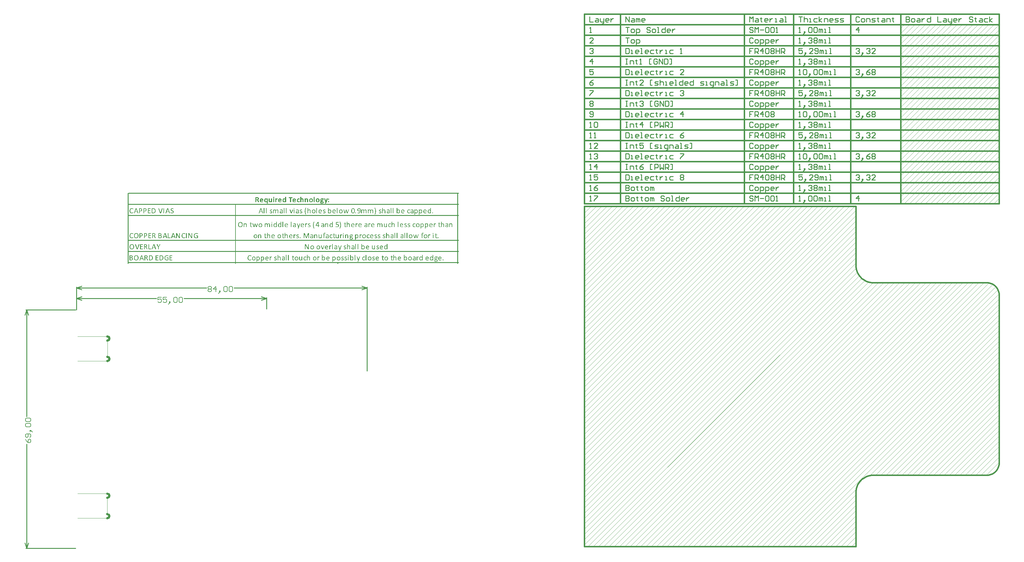
<source format=gm1>
G04*
G04 #@! TF.GenerationSoftware,Altium Limited,Altium Designer,19.0.15 (446)*
G04*
G04 Layer_Color=16711935*
%FSLAX25Y25*%
%MOIN*%
G70*
G01*
G75*
%ADD193C,0.00394*%
%ADD195C,0.01000*%
%ADD229C,0.02500*%
%ADD230C,0.00634*%
%ADD231C,0.01500*%
%ADD232C,0.00100*%
%ADD233C,0.00600*%
G36*
X435181Y404345D02*
X434547D01*
Y392363D01*
X435181D01*
Y391732D01*
X434547D01*
Y379750D01*
X435181D01*
Y379119D01*
X434547D01*
Y351371D01*
X435181D01*
Y350740D01*
X434547D01*
Y338758D01*
X435181D01*
Y338127D01*
X434547D01*
Y326145D01*
X435181D01*
Y325514D01*
X434547D01*
Y324883D01*
X433914D01*
Y325514D01*
X298321D01*
Y324883D01*
X297687D01*
Y325514D01*
X181736D01*
Y324883D01*
X181102D01*
Y325514D01*
X59449D01*
Y324883D01*
X58815D01*
Y325514D01*
Y404976D01*
X435181D01*
Y404345D01*
D02*
G37*
%LPC*%
G36*
X433914D02*
X59449D01*
Y392363D01*
X433914D01*
Y404345D01*
D02*
G37*
G36*
Y391732D02*
X181736D01*
Y379750D01*
X433914D01*
Y391732D01*
D02*
G37*
G36*
X181102D02*
X59449D01*
Y379750D01*
X181102D01*
Y391732D01*
D02*
G37*
G36*
X433914Y379119D02*
X181736D01*
Y351371D01*
X433914D01*
Y379119D01*
D02*
G37*
G36*
X181102D02*
X59449D01*
Y351371D01*
X181102D01*
Y379119D01*
D02*
G37*
G36*
X433914Y350740D02*
X181736D01*
Y338758D01*
X433914D01*
Y350740D01*
D02*
G37*
G36*
X181102D02*
X59449D01*
Y338758D01*
X181102D01*
Y350740D01*
D02*
G37*
G36*
X433914Y338127D02*
X181736D01*
Y326145D01*
X433914D01*
Y338127D01*
D02*
G37*
G36*
X181102D02*
X59449D01*
Y326145D01*
X181102D01*
Y338127D01*
D02*
G37*
%LPD*%
G36*
X279808Y399009D02*
X279930Y398989D01*
X279961D01*
X279991Y398979D01*
X280032D01*
X280144Y398958D01*
X280256Y398938D01*
X281509D01*
X281540Y398928D01*
X281581Y398897D01*
X281611Y398836D01*
X281622Y398815D01*
X281632Y398795D01*
X281642Y398765D01*
Y398714D01*
X281652Y398663D01*
X281662Y398591D01*
Y398510D01*
Y398500D01*
Y398479D01*
Y398439D01*
X281652Y398388D01*
X281642Y398286D01*
X281632Y398235D01*
X281611Y398194D01*
X281601Y398184D01*
X281581Y398153D01*
X281550Y398112D01*
X281499Y398102D01*
X281041D01*
X281061Y398082D01*
X281092Y398031D01*
X281133Y397949D01*
X281173Y397848D01*
Y397837D01*
X281184Y397827D01*
X281194Y397766D01*
X281204Y397674D01*
X281214Y397572D01*
Y397562D01*
Y397511D01*
X281204Y397450D01*
Y397369D01*
X281184Y397267D01*
X281163Y397165D01*
X281143Y397063D01*
X281102Y396961D01*
Y396951D01*
X281082Y396920D01*
X281051Y396869D01*
X281020Y396808D01*
X280919Y396665D01*
X280776Y396513D01*
X280766Y396502D01*
X280735Y396482D01*
X280694Y396451D01*
X280633Y396411D01*
X280552Y396370D01*
X280470Y396319D01*
X280368Y396278D01*
X280256Y396237D01*
X280246D01*
X280205Y396227D01*
X280144Y396207D01*
X280063Y396197D01*
X279961Y396176D01*
X279849Y396156D01*
X279716Y396146D01*
X279512D01*
X279471Y396156D01*
X279360Y396166D01*
X279227Y396186D01*
X279217D01*
X279196Y396197D01*
X279166Y396207D01*
X279125Y396217D01*
X279044Y396258D01*
X278962Y396299D01*
X278952Y396288D01*
X278931Y396258D01*
X278901Y396217D01*
X278870Y396156D01*
X278860Y396146D01*
X278850Y396105D01*
X278840Y396044D01*
X278830Y395983D01*
Y395972D01*
Y395962D01*
X278840Y395911D01*
X278881Y395840D01*
X278901Y395799D01*
X278942Y395769D01*
X278952D01*
X278962Y395759D01*
X279023Y395728D01*
X279125Y395697D01*
X279258Y395687D01*
X280205Y395646D01*
X280266D01*
X280328Y395636D01*
X280409D01*
X280501Y395616D01*
X280603Y395606D01*
X280806Y395555D01*
X280817D01*
X280847Y395545D01*
X280898Y395524D01*
X280959Y395494D01*
X281102Y395422D01*
X281245Y395320D01*
X281255Y395310D01*
X281275Y395300D01*
X281306Y395259D01*
X281347Y395218D01*
X281438Y395106D01*
X281520Y394964D01*
Y394953D01*
X281530Y394933D01*
X281550Y394882D01*
X281571Y394831D01*
X281581Y394760D01*
X281601Y394689D01*
X281611Y394505D01*
Y394495D01*
Y394454D01*
X281601Y394403D01*
X281591Y394332D01*
X281581Y394250D01*
X281560Y394159D01*
X281520Y394057D01*
X281479Y393965D01*
X281469Y393955D01*
X281459Y393924D01*
X281428Y393873D01*
X281387Y393812D01*
X281336Y393741D01*
X281265Y393670D01*
X281194Y393588D01*
X281102Y393517D01*
X281092Y393507D01*
X281061Y393486D01*
X281000Y393445D01*
X280929Y393405D01*
X280837Y393354D01*
X280725Y393303D01*
X280603Y393252D01*
X280460Y393211D01*
X280440D01*
X280389Y393191D01*
X280307Y393180D01*
X280205Y393160D01*
X280073Y393140D01*
X279920Y393119D01*
X279747Y393109D01*
X279563Y393099D01*
X279390D01*
X279268Y393109D01*
X279135Y393119D01*
X278993Y393129D01*
X278850Y393150D01*
X278707Y393180D01*
X278687D01*
X278646Y393201D01*
X278585Y393211D01*
X278503Y393242D01*
X278402Y393272D01*
X278310Y393313D01*
X278208Y393354D01*
X278116Y393405D01*
X278106Y393415D01*
X278076Y393435D01*
X278045Y393456D01*
X277994Y393496D01*
X277882Y393608D01*
X277831Y393670D01*
X277790Y393741D01*
Y393751D01*
X277770Y393772D01*
X277760Y393812D01*
X277739Y393863D01*
X277719Y393934D01*
X277709Y394006D01*
X277688Y394169D01*
Y394179D01*
Y394189D01*
X277698Y394261D01*
X277709Y394342D01*
X277729Y394444D01*
Y394454D01*
X277739Y394464D01*
X277760Y394526D01*
X277790Y394607D01*
X277841Y394699D01*
Y394709D01*
X277851Y394719D01*
X277892Y394770D01*
X277943Y394841D01*
X278014Y394923D01*
X278025Y394933D01*
X278035Y394943D01*
X278086Y394994D01*
X278167Y395066D01*
X278259Y395137D01*
X278249D01*
X278228Y395157D01*
X278188Y395178D01*
X278147Y395208D01*
X278055Y395300D01*
X277963Y395412D01*
Y395422D01*
X277943Y395443D01*
X277933Y395473D01*
X277912Y395524D01*
X277882Y395646D01*
X277861Y395789D01*
Y395799D01*
Y395830D01*
X277872Y395881D01*
Y395952D01*
X277912Y396095D01*
X277933Y396176D01*
X277974Y396258D01*
X277984Y396268D01*
X277994Y396299D01*
X278025Y396339D01*
X278055Y396390D01*
X278157Y396513D01*
X278290Y396645D01*
X278279Y396655D01*
X278269Y396676D01*
X278239Y396706D01*
X278198Y396747D01*
X278127Y396869D01*
X278045Y397012D01*
Y397022D01*
X278035Y397053D01*
X278014Y397104D01*
X278004Y397165D01*
X277984Y397246D01*
X277963Y397338D01*
X277953Y397440D01*
Y397552D01*
Y397572D01*
Y397613D01*
X277963Y397674D01*
Y397756D01*
X277984Y397858D01*
X278004Y397960D01*
X278025Y398061D01*
X278065Y398163D01*
X278076Y398173D01*
X278086Y398214D01*
X278116Y398265D01*
X278157Y398326D01*
X278259Y398469D01*
X278402Y398622D01*
X278412Y398632D01*
X278442Y398653D01*
X278493Y398693D01*
X278554Y398734D01*
X278626Y398775D01*
X278717Y398826D01*
X278819Y398877D01*
X278921Y398917D01*
X278931D01*
X278972Y398938D01*
X279033Y398948D01*
X279115Y398968D01*
X279217Y398989D01*
X279329Y398999D01*
X279451Y399019D01*
X279696D01*
X279808Y399009D01*
D02*
G37*
G36*
X215929Y399019D02*
X216041Y398999D01*
X216051D01*
X216071Y398989D01*
X216102D01*
X216132Y398979D01*
X216234Y398938D01*
X216347Y398887D01*
X216357D01*
X216377Y398877D01*
X216408Y398856D01*
X216438Y398826D01*
X216540Y398765D01*
X216652Y398673D01*
X216662Y398663D01*
X216683Y398653D01*
X216713Y398622D01*
X216754Y398591D01*
X216876Y398489D01*
X217009Y398357D01*
Y398775D01*
Y398785D01*
Y398805D01*
X217029Y398856D01*
X217039Y398867D01*
X217050Y398877D01*
X217111Y398907D01*
X217121D01*
X217151Y398917D01*
X217192Y398928D01*
X217253Y398938D01*
X217274D01*
X217315Y398948D01*
X217396Y398958D01*
X217569D01*
X217641Y398948D01*
X217712Y398938D01*
X217732D01*
X217763Y398928D01*
X217814Y398917D01*
X217855Y398907D01*
X217865D01*
X217885Y398897D01*
X217906Y398877D01*
X217926Y398856D01*
X217936Y398846D01*
X217946Y398836D01*
X217956Y398805D01*
Y398775D01*
Y393303D01*
Y393292D01*
Y393282D01*
X217946Y393252D01*
X217926Y393231D01*
X217916Y393221D01*
X217906Y393211D01*
X217875Y393191D01*
X217834Y393170D01*
X217824D01*
X217793Y393150D01*
X217732Y393140D01*
X217661Y393129D01*
X217641D01*
X217590Y393119D01*
X217508Y393109D01*
X217315D01*
X217223Y393119D01*
X217131Y393129D01*
X217111D01*
X217070Y393140D01*
X217019Y393150D01*
X216958Y393170D01*
X216948D01*
X216927Y393191D01*
X216897Y393201D01*
X216876Y393231D01*
Y393242D01*
X216866Y393252D01*
X216856Y393303D01*
Y395157D01*
X216846Y395147D01*
X216825Y395137D01*
X216795Y395106D01*
X216754Y395076D01*
X216652Y394994D01*
X216540Y394903D01*
X216530D01*
X216520Y394882D01*
X216489Y394872D01*
X216448Y394841D01*
X216357Y394791D01*
X216245Y394740D01*
X216234D01*
X216214Y394729D01*
X216183Y394719D01*
X216153Y394709D01*
X216051Y394678D01*
X215929Y394648D01*
X215918D01*
X215898Y394638D01*
X215868D01*
X215827Y394627D01*
X215725Y394617D01*
X215603Y394607D01*
X215531D01*
X215450Y394617D01*
X215348Y394627D01*
X215226Y394648D01*
X215103Y394678D01*
X214981Y394719D01*
X214859Y394780D01*
X214849Y394791D01*
X214808Y394811D01*
X214757Y394852D01*
X214686Y394903D01*
X214604Y394974D01*
X214523Y395055D01*
X214441Y395147D01*
X214359Y395249D01*
X214349Y395259D01*
X214329Y395300D01*
X214298Y395361D01*
X214258Y395443D01*
X214217Y395545D01*
X214166Y395667D01*
X214125Y395789D01*
X214084Y395932D01*
Y395952D01*
X214074Y396003D01*
X214064Y396085D01*
X214044Y396186D01*
X214033Y396309D01*
X214013Y396451D01*
X214003Y396604D01*
Y396767D01*
Y396778D01*
Y396788D01*
Y396818D01*
Y396859D01*
X214013Y396951D01*
Y397083D01*
X214033Y397226D01*
X214054Y397379D01*
X214074Y397542D01*
X214115Y397705D01*
X214125Y397725D01*
X214135Y397776D01*
X214166Y397858D01*
X214196Y397949D01*
X214247Y398061D01*
X214298Y398184D01*
X214370Y398306D01*
X214441Y398418D01*
X214451Y398428D01*
X214482Y398469D01*
X214533Y398520D01*
X214594Y398591D01*
X214675Y398663D01*
X214767Y398734D01*
X214869Y398815D01*
X214981Y398877D01*
X214991Y398887D01*
X215042Y398907D01*
X215103Y398928D01*
X215195Y398958D01*
X215307Y398989D01*
X215440Y399019D01*
X215582Y399029D01*
X215735Y399040D01*
X215837D01*
X215929Y399019D01*
D02*
G37*
G36*
X274987Y399029D02*
X275119Y399019D01*
X275262Y398999D01*
X275415Y398979D01*
X275568Y398938D01*
X275721Y398887D01*
X275741Y398877D01*
X275782Y398856D01*
X275853Y398826D01*
X275945Y398785D01*
X276046Y398724D01*
X276149Y398653D01*
X276250Y398571D01*
X276352Y398469D01*
X276362Y398459D01*
X276393Y398418D01*
X276444Y398357D01*
X276495Y398286D01*
X276556Y398184D01*
X276617Y398061D01*
X276678Y397929D01*
X276729Y397786D01*
X276740Y397766D01*
X276750Y397715D01*
X276770Y397634D01*
X276801Y397521D01*
X276821Y397379D01*
X276841Y397226D01*
X276852Y397053D01*
X276862Y396859D01*
Y396849D01*
Y396839D01*
Y396778D01*
X276852Y396676D01*
X276841Y396553D01*
X276831Y396421D01*
X276811Y396258D01*
X276770Y396105D01*
X276729Y395942D01*
X276719Y395922D01*
X276709Y395871D01*
X276668Y395799D01*
X276627Y395697D01*
X276576Y395585D01*
X276505Y395463D01*
X276424Y395341D01*
X276322Y395229D01*
X276311Y395218D01*
X276271Y395178D01*
X276220Y395127D01*
X276138Y395066D01*
X276036Y394984D01*
X275924Y394913D01*
X275792Y394841D01*
X275649Y394770D01*
X275629Y394760D01*
X275578Y394750D01*
X275496Y394719D01*
X275374Y394689D01*
X275241Y394658D01*
X275079Y394638D01*
X274895Y394617D01*
X274701Y394607D01*
X274610D01*
X274518Y394617D01*
X274396Y394627D01*
X274253Y394638D01*
X274100Y394668D01*
X273947Y394699D01*
X273795Y394750D01*
X273774Y394760D01*
X273733Y394780D01*
X273662Y394811D01*
X273570Y394852D01*
X273468Y394913D01*
X273356Y394984D01*
X273254Y395076D01*
X273153Y395167D01*
X273142Y395178D01*
X273112Y395218D01*
X273061Y395280D01*
X273010Y395361D01*
X272949Y395463D01*
X272888Y395575D01*
X272827Y395708D01*
X272776Y395850D01*
Y395871D01*
X272755Y395922D01*
X272735Y396003D01*
X272714Y396115D01*
X272694Y396258D01*
X272674Y396411D01*
X272663Y396584D01*
X272653Y396778D01*
Y396788D01*
Y396798D01*
Y396859D01*
X272663Y396961D01*
X272674Y397083D01*
X272684Y397226D01*
X272714Y397379D01*
X272745Y397532D01*
X272786Y397695D01*
X272796Y397715D01*
X272806Y397766D01*
X272847Y397848D01*
X272888Y397939D01*
X272939Y398051D01*
X273010Y398173D01*
X273091Y398296D01*
X273183Y398408D01*
X273193Y398418D01*
X273234Y398459D01*
X273295Y398510D01*
X273367Y398581D01*
X273468Y398653D01*
X273581Y398734D01*
X273713Y398805D01*
X273856Y398877D01*
X273876Y398887D01*
X273927Y398907D01*
X274009Y398928D01*
X274131Y398958D01*
X274263Y398989D01*
X274426Y399019D01*
X274610Y399029D01*
X274803Y399040D01*
X274895D01*
X274987Y399029D01*
D02*
G37*
G36*
X255729Y400833D02*
X255810Y400823D01*
X255831D01*
X255871Y400813D01*
X255932Y400803D01*
X255983Y400782D01*
X255994D01*
X256014Y400772D01*
X256045Y400752D01*
X256075Y400721D01*
X256085D01*
X256096Y400701D01*
X256106Y400680D01*
Y400650D01*
Y398479D01*
X256116Y398489D01*
X256157Y398520D01*
X256208Y398571D01*
X256289Y398632D01*
X256371Y398703D01*
X256473Y398775D01*
X256575Y398836D01*
X256687Y398897D01*
X256697Y398907D01*
X256738Y398917D01*
X256799Y398938D01*
X256870Y398968D01*
X256962Y398999D01*
X257074Y399019D01*
X257186Y399029D01*
X257298Y399040D01*
X257369D01*
X257441Y399029D01*
X257532Y399019D01*
X257645Y399009D01*
X257757Y398989D01*
X257869Y398948D01*
X257981Y398907D01*
X257991Y398897D01*
X258032Y398887D01*
X258072Y398856D01*
X258144Y398815D01*
X258205Y398765D01*
X258286Y398693D01*
X258358Y398622D01*
X258419Y398540D01*
X258429Y398530D01*
X258450Y398500D01*
X258480Y398449D01*
X258511Y398388D01*
X258551Y398306D01*
X258592Y398214D01*
X258633Y398112D01*
X258664Y398000D01*
Y397990D01*
X258674Y397949D01*
X258694Y397878D01*
X258704Y397797D01*
X258725Y397684D01*
X258735Y397562D01*
X258745Y397420D01*
Y397267D01*
Y394852D01*
Y394841D01*
Y394821D01*
X258735Y394801D01*
X258714Y394770D01*
X258704D01*
X258694Y394750D01*
X258664Y394740D01*
X258623Y394719D01*
X258612D01*
X258582Y394709D01*
X258521D01*
X258450Y394699D01*
X258429D01*
X258378Y394689D01*
X258297Y394678D01*
X258103D01*
X258011Y394689D01*
X257920Y394699D01*
X257899D01*
X257858Y394709D01*
X257807D01*
X257757Y394719D01*
X257746D01*
X257726Y394729D01*
X257695Y394750D01*
X257665Y394770D01*
Y394780D01*
X257655Y394791D01*
X257645Y394852D01*
Y397093D01*
Y397104D01*
Y397144D01*
Y397195D01*
X257634Y397256D01*
X257624Y397399D01*
X257614Y397481D01*
X257593Y397542D01*
Y397552D01*
X257583Y397572D01*
X257573Y397603D01*
X257563Y397634D01*
X257522Y397725D01*
X257471Y397817D01*
Y397827D01*
X257461Y397837D01*
X257420Y397888D01*
X257359Y397949D01*
X257267Y398000D01*
X257257D01*
X257247Y398010D01*
X257186Y398041D01*
X257094Y398061D01*
X256982Y398072D01*
X256941D01*
X256901Y398061D01*
X256850Y398051D01*
X256778Y398031D01*
X256707Y398000D01*
X256626Y397960D01*
X256544Y397909D01*
X256534Y397898D01*
X256503Y397878D01*
X256462Y397848D01*
X256412Y397797D01*
X256340Y397735D01*
X256269Y397654D01*
X256187Y397562D01*
X256106Y397460D01*
Y394852D01*
Y394841D01*
Y394821D01*
X256096Y394801D01*
X256075Y394770D01*
X256065D01*
X256055Y394750D01*
X256024Y394740D01*
X255983Y394719D01*
X255973D01*
X255943Y394709D01*
X255882D01*
X255810Y394699D01*
X255790D01*
X255739Y394689D01*
X255657Y394678D01*
X255454D01*
X255362Y394689D01*
X255270Y394699D01*
X255250D01*
X255209Y394709D01*
X255158D01*
X255107Y394719D01*
X255097D01*
X255077Y394729D01*
X255046Y394750D01*
X255015Y394770D01*
Y394780D01*
X255005Y394791D01*
X254995Y394852D01*
Y400650D01*
Y400660D01*
Y400670D01*
X255015Y400721D01*
X255026Y400731D01*
X255036Y400741D01*
X255066Y400762D01*
X255107Y400782D01*
X255117Y400792D01*
X255148Y400803D01*
X255199Y400813D01*
X255270Y400823D01*
X255291D01*
X255352Y400833D01*
X255433Y400843D01*
X255637D01*
X255729Y400833D01*
D02*
G37*
G36*
X248336Y399029D02*
X248459Y399019D01*
X248591Y398999D01*
X248734Y398979D01*
X248877Y398938D01*
X249009Y398887D01*
X249029Y398877D01*
X249070Y398856D01*
X249131Y398826D01*
X249213Y398785D01*
X249305Y398724D01*
X249406Y398653D01*
X249498Y398571D01*
X249590Y398479D01*
X249600Y398469D01*
X249631Y398439D01*
X249671Y398377D01*
X249712Y398306D01*
X249773Y398214D01*
X249824Y398112D01*
X249875Y398000D01*
X249916Y397868D01*
X249926Y397848D01*
X249936Y397807D01*
X249957Y397735D01*
X249977Y397644D01*
X249997Y397532D01*
X250008Y397399D01*
X250028Y397267D01*
Y397114D01*
Y396930D01*
Y396920D01*
Y396900D01*
Y396859D01*
X250018Y396818D01*
X249987Y396727D01*
X249936Y396635D01*
X249916Y396625D01*
X249875Y396594D01*
X249794Y396553D01*
X249681Y396543D01*
X247297D01*
Y396533D01*
Y396502D01*
Y396451D01*
X247307Y396390D01*
X247317Y396237D01*
X247348Y396074D01*
Y396064D01*
X247358Y396044D01*
X247379Y396003D01*
X247399Y395952D01*
X247460Y395840D01*
X247542Y395728D01*
X247552Y395718D01*
X247562Y395708D01*
X247593Y395677D01*
X247633Y395646D01*
X247735Y395575D01*
X247878Y395514D01*
X247888D01*
X247919Y395504D01*
X247959Y395494D01*
X248021Y395483D01*
X248092Y395463D01*
X248173Y395453D01*
X248265Y395443D01*
X248469D01*
X248540Y395453D01*
X248703Y395463D01*
X248877Y395483D01*
X248887D01*
X248917Y395494D01*
X248958Y395504D01*
X249009Y395514D01*
X249131Y395534D01*
X249254Y395565D01*
X249264D01*
X249284Y395575D01*
X249345Y395596D01*
X249437Y395626D01*
X249518Y395657D01*
X249529D01*
X249539Y395667D01*
X249580Y395687D01*
X249641Y395697D01*
X249702Y395708D01*
X249722D01*
X249763Y395687D01*
X249773D01*
X249783Y395677D01*
X249804Y395626D01*
Y395616D01*
X249814Y395606D01*
X249824Y395565D01*
X249834Y395514D01*
Y395504D01*
X249845Y395463D01*
Y395412D01*
Y395341D01*
Y395320D01*
Y395280D01*
Y395229D01*
X249834Y395167D01*
Y395157D01*
Y395127D01*
X249824Y395055D01*
Y395045D01*
X249814Y395025D01*
X249794Y394974D01*
X249783Y394953D01*
X249743Y394913D01*
Y394903D01*
X249712Y394892D01*
X249671Y394862D01*
X249631Y394841D01*
X249590Y394821D01*
X249580D01*
X249569Y394811D01*
X249539Y394801D01*
X249508Y394791D01*
X249396Y394760D01*
X249264Y394729D01*
X249254D01*
X249233Y394719D01*
X249192D01*
X249131Y394709D01*
X249070Y394689D01*
X248989Y394678D01*
X248815Y394648D01*
X248805D01*
X248775Y394638D01*
X248724D01*
X248652Y394627D01*
X248571Y394617D01*
X248479D01*
X248265Y394607D01*
X248173D01*
X248082Y394617D01*
X247949Y394627D01*
X247807Y394638D01*
X247654Y394658D01*
X247491Y394689D01*
X247338Y394729D01*
X247317Y394740D01*
X247277Y394750D01*
X247205Y394791D01*
X247114Y394831D01*
X247012Y394882D01*
X246900Y394953D01*
X246788Y395035D01*
X246686Y395127D01*
X246675Y395137D01*
X246645Y395178D01*
X246594Y395239D01*
X246533Y395320D01*
X246472Y395412D01*
X246410Y395534D01*
X246339Y395667D01*
X246288Y395810D01*
Y395830D01*
X246268Y395881D01*
X246248Y395972D01*
X246227Y396085D01*
X246207Y396227D01*
X246186Y396390D01*
X246176Y396574D01*
X246166Y396778D01*
Y396788D01*
Y396798D01*
Y396829D01*
Y396869D01*
X246176Y396961D01*
X246186Y397093D01*
X246197Y397236D01*
X246227Y397389D01*
X246258Y397552D01*
X246298Y397715D01*
X246309Y397735D01*
X246319Y397786D01*
X246349Y397868D01*
X246400Y397970D01*
X246451Y398082D01*
X246523Y398194D01*
X246594Y398316D01*
X246686Y398428D01*
X246696Y398439D01*
X246737Y398479D01*
X246788Y398530D01*
X246869Y398591D01*
X246961Y398673D01*
X247073Y398744D01*
X247195Y398815D01*
X247328Y398877D01*
X247348Y398887D01*
X247399Y398907D01*
X247470Y398928D01*
X247572Y398958D01*
X247694Y398989D01*
X247837Y399019D01*
X248000Y399029D01*
X248163Y399040D01*
X248245D01*
X248336Y399029D01*
D02*
G37*
G36*
X231940D02*
X232062Y399019D01*
X232194Y398999D01*
X232337Y398979D01*
X232480Y398938D01*
X232612Y398887D01*
X232632Y398877D01*
X232673Y398856D01*
X232734Y398826D01*
X232816Y398785D01*
X232908Y398724D01*
X233010Y398653D01*
X233101Y398571D01*
X233193Y398479D01*
X233203Y398469D01*
X233234Y398439D01*
X233274Y398377D01*
X233315Y398306D01*
X233376Y398214D01*
X233427Y398112D01*
X233478Y398000D01*
X233519Y397868D01*
X233529Y397848D01*
X233539Y397807D01*
X233560Y397735D01*
X233580Y397644D01*
X233600Y397532D01*
X233611Y397399D01*
X233631Y397267D01*
Y397114D01*
Y396930D01*
Y396920D01*
Y396900D01*
Y396859D01*
X233621Y396818D01*
X233590Y396727D01*
X233539Y396635D01*
X233519Y396625D01*
X233478Y396594D01*
X233397Y396553D01*
X233285Y396543D01*
X230900D01*
Y396533D01*
Y396502D01*
Y396451D01*
X230910Y396390D01*
X230921Y396237D01*
X230951Y396074D01*
Y396064D01*
X230961Y396044D01*
X230982Y396003D01*
X231002Y395952D01*
X231063Y395840D01*
X231145Y395728D01*
X231155Y395718D01*
X231165Y395708D01*
X231196Y395677D01*
X231236Y395646D01*
X231338Y395575D01*
X231481Y395514D01*
X231491D01*
X231522Y395504D01*
X231562Y395494D01*
X231624Y395483D01*
X231695Y395463D01*
X231776Y395453D01*
X231868Y395443D01*
X232072D01*
X232143Y395453D01*
X232306Y395463D01*
X232480Y395483D01*
X232490D01*
X232520Y395494D01*
X232561Y395504D01*
X232612Y395514D01*
X232734Y395534D01*
X232857Y395565D01*
X232867D01*
X232887Y395575D01*
X232948Y395596D01*
X233040Y395626D01*
X233122Y395657D01*
X233132D01*
X233142Y395667D01*
X233183Y395687D01*
X233244Y395697D01*
X233305Y395708D01*
X233325D01*
X233366Y395687D01*
X233376D01*
X233386Y395677D01*
X233407Y395626D01*
Y395616D01*
X233417Y395606D01*
X233427Y395565D01*
X233437Y395514D01*
Y395504D01*
X233448Y395463D01*
Y395412D01*
Y395341D01*
Y395320D01*
Y395280D01*
Y395229D01*
X233437Y395167D01*
Y395157D01*
Y395127D01*
X233427Y395055D01*
Y395045D01*
X233417Y395025D01*
X233397Y394974D01*
X233386Y394953D01*
X233346Y394913D01*
Y394903D01*
X233315Y394892D01*
X233274Y394862D01*
X233234Y394841D01*
X233193Y394821D01*
X233183D01*
X233172Y394811D01*
X233142Y394801D01*
X233111Y394791D01*
X232999Y394760D01*
X232867Y394729D01*
X232857D01*
X232836Y394719D01*
X232796D01*
X232734Y394709D01*
X232673Y394689D01*
X232592Y394678D01*
X232418Y394648D01*
X232408D01*
X232378Y394638D01*
X232327D01*
X232255Y394627D01*
X232174Y394617D01*
X232082D01*
X231868Y394607D01*
X231776D01*
X231685Y394617D01*
X231552Y394627D01*
X231410Y394638D01*
X231257Y394658D01*
X231094Y394689D01*
X230941Y394729D01*
X230921Y394740D01*
X230880Y394750D01*
X230808Y394791D01*
X230717Y394831D01*
X230615Y394882D01*
X230503Y394953D01*
X230391Y395035D01*
X230289Y395127D01*
X230279Y395137D01*
X230248Y395178D01*
X230197Y395239D01*
X230136Y395320D01*
X230075Y395412D01*
X230014Y395534D01*
X229942Y395667D01*
X229891Y395810D01*
Y395830D01*
X229871Y395881D01*
X229851Y395972D01*
X229830Y396085D01*
X229810Y396227D01*
X229789Y396390D01*
X229779Y396574D01*
X229769Y396778D01*
Y396788D01*
Y396798D01*
Y396829D01*
Y396869D01*
X229779Y396961D01*
X229789Y397093D01*
X229800Y397236D01*
X229830Y397389D01*
X229861Y397552D01*
X229902Y397715D01*
X229912Y397735D01*
X229922Y397786D01*
X229953Y397868D01*
X230003Y397970D01*
X230054Y398082D01*
X230126Y398194D01*
X230197Y398316D01*
X230289Y398428D01*
X230299Y398439D01*
X230340Y398479D01*
X230391Y398530D01*
X230472Y398591D01*
X230564Y398673D01*
X230676Y398744D01*
X230798Y398815D01*
X230931Y398877D01*
X230951Y398887D01*
X231002Y398907D01*
X231073Y398928D01*
X231175Y398958D01*
X231298Y398989D01*
X231440Y399019D01*
X231603Y399029D01*
X231766Y399040D01*
X231848D01*
X231940Y399029D01*
D02*
G37*
G36*
X224847Y400670D02*
X224929Y400660D01*
X225102Y400629D01*
X225173Y400589D01*
X225235Y400548D01*
X225245Y400538D01*
X225255Y400527D01*
X225275Y400497D01*
X225306Y400446D01*
X225326Y400385D01*
X225347Y400303D01*
X225357Y400211D01*
X225367Y400100D01*
Y400089D01*
Y400048D01*
X225357Y399987D01*
X225347Y399916D01*
X225306Y399773D01*
X225275Y399702D01*
X225224Y399641D01*
X225214D01*
X225194Y399621D01*
X225163Y399600D01*
X225112Y399580D01*
X225041Y399559D01*
X224959Y399539D01*
X224847Y399529D01*
X224725Y399519D01*
X224664D01*
X224603Y399529D01*
X224521Y399539D01*
X224348Y399570D01*
X224277Y399600D01*
X224216Y399641D01*
Y399651D01*
X224195Y399661D01*
X224175Y399692D01*
X224154Y399743D01*
X224134Y399804D01*
X224114Y399875D01*
X224103Y399967D01*
X224093Y400079D01*
Y400089D01*
Y400130D01*
X224103Y400191D01*
X224114Y400262D01*
X224154Y400415D01*
X224185Y400487D01*
X224226Y400548D01*
X224236Y400558D01*
X224256Y400568D01*
X224287Y400589D01*
X224338Y400619D01*
X224409Y400639D01*
X224491Y400660D01*
X224603Y400670D01*
X224725Y400680D01*
X224786D01*
X224847Y400670D01*
D02*
G37*
G36*
X224908Y398948D02*
X224990Y398938D01*
X225010D01*
X225051Y398928D01*
X225112Y398917D01*
X225163Y398897D01*
X225173D01*
X225194Y398887D01*
X225224Y398867D01*
X225255Y398846D01*
X225265Y398836D01*
X225275Y398826D01*
X225285Y398795D01*
Y398765D01*
Y394852D01*
Y394841D01*
Y394821D01*
X225275Y394801D01*
X225255Y394770D01*
X225245D01*
X225235Y394750D01*
X225204Y394740D01*
X225163Y394719D01*
X225153D01*
X225122Y394709D01*
X225061D01*
X224990Y394699D01*
X224970D01*
X224919Y394689D01*
X224837Y394678D01*
X224633D01*
X224542Y394689D01*
X224450Y394699D01*
X224429D01*
X224389Y394709D01*
X224338D01*
X224287Y394719D01*
X224277D01*
X224256Y394729D01*
X224226Y394750D01*
X224195Y394770D01*
Y394780D01*
X224185Y394791D01*
X224175Y394852D01*
Y398765D01*
Y398775D01*
Y398795D01*
X224195Y398846D01*
X224205Y398856D01*
X224216Y398867D01*
X224246Y398877D01*
X224287Y398897D01*
X224297Y398907D01*
X224328Y398917D01*
X224378Y398928D01*
X224450Y398938D01*
X224470D01*
X224531Y398948D01*
X224613Y398958D01*
X224817D01*
X224908Y398948D01*
D02*
G37*
G36*
X285832D02*
X285934Y398938D01*
X285955D01*
X286006Y398917D01*
X286067Y398897D01*
X286118Y398867D01*
X286128Y398856D01*
X286148Y398836D01*
X286169Y398795D01*
X286179Y398744D01*
Y398734D01*
Y398693D01*
X286169Y398632D01*
X286148Y398551D01*
X284844Y394709D01*
X284375Y393323D01*
X284365Y393303D01*
X284334Y393262D01*
X284304Y393231D01*
X284263Y393211D01*
X284212Y393180D01*
X284151Y393160D01*
X284141D01*
X284120Y393150D01*
X284080Y393140D01*
X284019D01*
X283947Y393129D01*
X283866Y393119D01*
X283764Y393109D01*
X283540D01*
X283448Y393119D01*
X283356Y393129D01*
X283336D01*
X283295Y393140D01*
X283244Y393160D01*
X283193Y393180D01*
X283183Y393191D01*
X283163Y393201D01*
X283142Y393231D01*
X283132Y393272D01*
Y393282D01*
X283142Y393303D01*
X283152Y393343D01*
X283173Y393394D01*
X283682Y394709D01*
X283672D01*
X283652Y394729D01*
X283621Y394750D01*
X283580Y394780D01*
X283570Y394791D01*
X283560Y394821D01*
X283540Y394862D01*
X283519Y394903D01*
X282164Y398510D01*
Y398520D01*
X282154Y398540D01*
X282133Y398602D01*
X282113Y398673D01*
X282103Y398744D01*
Y398754D01*
X282113Y398795D01*
X282123Y398826D01*
X282154Y398867D01*
X282164Y398877D01*
X282205Y398897D01*
X282256Y398917D01*
X282337Y398938D01*
X282358D01*
X282388Y398948D01*
X282429D01*
X282531Y398958D01*
X282877D01*
X282969Y398948D01*
X282989D01*
X283030Y398938D01*
X283091Y398928D01*
X283142Y398907D01*
X283152D01*
X283173Y398887D01*
X283203Y398867D01*
X283234Y398826D01*
X283244Y398815D01*
X283254Y398785D01*
X283275Y398744D01*
X283295Y398673D01*
X284222Y396054D01*
X284233D01*
X285078Y398724D01*
Y398734D01*
X285088Y398744D01*
X285099Y398785D01*
X285119Y398836D01*
X285150Y398877D01*
X285160Y398887D01*
X285180Y398897D01*
X285221Y398917D01*
X285282Y398938D01*
X285302D01*
X285323Y398948D01*
X285415D01*
X285476Y398958D01*
X285741D01*
X285832Y398948D01*
D02*
G37*
G36*
X287343Y398846D02*
X287435Y398826D01*
X287445D01*
X287455Y398815D01*
X287506Y398805D01*
X287567Y398765D01*
X287628Y398714D01*
X287638Y398703D01*
X287669Y398653D01*
X287699Y398591D01*
X287730Y398500D01*
Y398489D01*
X287740Y398479D01*
Y398449D01*
X287750Y398418D01*
X287761Y398316D01*
X287771Y398184D01*
Y398173D01*
Y398153D01*
Y398123D01*
Y398082D01*
X287750Y397980D01*
X287730Y397878D01*
X287720Y397858D01*
X287710Y397807D01*
X287679Y397746D01*
X287628Y397674D01*
X287618Y397664D01*
X287577Y397634D01*
X287516Y397593D01*
X287435Y397562D01*
X287414D01*
X287353Y397552D01*
X287261Y397542D01*
X287139Y397532D01*
X287037D01*
X286935Y397542D01*
X286833Y397562D01*
X286813Y397572D01*
X286772Y397593D01*
X286711Y397623D01*
X286650Y397674D01*
X286640Y397684D01*
X286609Y397735D01*
X286578Y397797D01*
X286548Y397878D01*
Y397888D01*
Y397898D01*
X286538Y397960D01*
X286528Y398061D01*
Y398184D01*
Y398194D01*
Y398214D01*
Y398255D01*
Y398296D01*
X286538Y398398D01*
X286548Y398500D01*
Y398510D01*
X286558Y398520D01*
X286568Y398581D01*
X286609Y398642D01*
X286650Y398714D01*
X286660Y398724D01*
X286701Y398754D01*
X286762Y398795D01*
X286833Y398826D01*
X286843D01*
X286854Y398836D01*
X286915Y398846D01*
X287017Y398856D01*
X287139Y398867D01*
X287241D01*
X287343Y398846D01*
D02*
G37*
G36*
Y395962D02*
X287435Y395942D01*
X287445D01*
X287455Y395932D01*
X287506Y395922D01*
X287567Y395881D01*
X287628Y395830D01*
X287638Y395820D01*
X287669Y395769D01*
X287699Y395708D01*
X287730Y395616D01*
Y395606D01*
X287740Y395596D01*
X287750Y395534D01*
X287761Y395432D01*
X287771Y395310D01*
Y395300D01*
Y395280D01*
Y395239D01*
Y395198D01*
X287750Y395096D01*
X287730Y394994D01*
X287720Y394974D01*
X287710Y394923D01*
X287679Y394862D01*
X287628Y394791D01*
X287618Y394780D01*
X287577Y394750D01*
X287516Y394709D01*
X287435Y394678D01*
X287414D01*
X287353Y394668D01*
X287261Y394658D01*
X287139Y394648D01*
X287037D01*
X286935Y394658D01*
X286833Y394678D01*
X286813Y394689D01*
X286772Y394709D01*
X286711Y394740D01*
X286650Y394791D01*
X286640Y394801D01*
X286609Y394852D01*
X286578Y394913D01*
X286548Y394994D01*
Y395005D01*
Y395015D01*
X286538Y395045D01*
Y395076D01*
X286528Y395178D01*
Y395310D01*
Y395320D01*
Y395341D01*
Y395371D01*
Y395422D01*
X286538Y395514D01*
X286548Y395616D01*
Y395626D01*
X286558Y395636D01*
X286568Y395697D01*
X286609Y395759D01*
X286650Y395830D01*
X286660Y395840D01*
X286701Y395871D01*
X286762Y395911D01*
X286833Y395942D01*
X286843D01*
X286854Y395952D01*
X286915Y395962D01*
X287017Y395972D01*
X287139Y395983D01*
X287241D01*
X287343Y395962D01*
D02*
G37*
G36*
X270864Y400833D02*
X270946Y400823D01*
X270966D01*
X271007Y400813D01*
X271068Y400803D01*
X271119Y400782D01*
X271129D01*
X271150Y400772D01*
X271180Y400752D01*
X271211Y400721D01*
X271221D01*
X271231Y400701D01*
X271241Y400680D01*
Y400650D01*
Y394852D01*
Y394841D01*
Y394821D01*
X271231Y394801D01*
X271211Y394770D01*
X271201D01*
X271190Y394750D01*
X271160Y394740D01*
X271119Y394719D01*
X271109D01*
X271078Y394709D01*
X271017D01*
X270946Y394699D01*
X270925D01*
X270875Y394689D01*
X270793Y394678D01*
X270589D01*
X270497Y394689D01*
X270406Y394699D01*
X270385D01*
X270345Y394709D01*
X270294D01*
X270243Y394719D01*
X270233D01*
X270212Y394729D01*
X270182Y394750D01*
X270151Y394770D01*
Y394780D01*
X270141Y394791D01*
X270131Y394852D01*
Y400650D01*
Y400660D01*
Y400670D01*
X270151Y400721D01*
X270161Y400731D01*
X270171Y400741D01*
X270202Y400762D01*
X270243Y400782D01*
X270253Y400792D01*
X270284Y400803D01*
X270335Y400813D01*
X270406Y400823D01*
X270426D01*
X270487Y400833D01*
X270569Y400843D01*
X270773D01*
X270864Y400833D01*
D02*
G37*
G36*
X267419Y399029D02*
X267551Y399019D01*
X267694Y398999D01*
X267847Y398979D01*
X268000Y398938D01*
X268153Y398887D01*
X268173Y398877D01*
X268214Y398856D01*
X268285Y398826D01*
X268377Y398785D01*
X268479Y398724D01*
X268581Y398653D01*
X268683Y398571D01*
X268784Y398469D01*
X268795Y398459D01*
X268825Y398418D01*
X268876Y398357D01*
X268927Y398286D01*
X268988Y398184D01*
X269049Y398061D01*
X269110Y397929D01*
X269162Y397786D01*
X269172Y397766D01*
X269182Y397715D01*
X269202Y397634D01*
X269233Y397521D01*
X269253Y397379D01*
X269274Y397226D01*
X269284Y397053D01*
X269294Y396859D01*
Y396849D01*
Y396839D01*
Y396778D01*
X269284Y396676D01*
X269274Y396553D01*
X269263Y396421D01*
X269243Y396258D01*
X269202Y396105D01*
X269162Y395942D01*
X269151Y395922D01*
X269141Y395871D01*
X269100Y395799D01*
X269060Y395697D01*
X269009Y395585D01*
X268937Y395463D01*
X268856Y395341D01*
X268754Y395229D01*
X268744Y395218D01*
X268703Y395178D01*
X268652Y395127D01*
X268570Y395066D01*
X268469Y394984D01*
X268356Y394913D01*
X268224Y394841D01*
X268081Y394770D01*
X268061Y394760D01*
X268010Y394750D01*
X267929Y394719D01*
X267806Y394689D01*
X267674Y394658D01*
X267511Y394638D01*
X267327Y394617D01*
X267134Y394607D01*
X267042D01*
X266950Y394617D01*
X266828Y394627D01*
X266685Y394638D01*
X266532Y394668D01*
X266380Y394699D01*
X266227Y394750D01*
X266206Y394760D01*
X266166Y394780D01*
X266094Y394811D01*
X266003Y394852D01*
X265901Y394913D01*
X265789Y394984D01*
X265687Y395076D01*
X265585Y395167D01*
X265575Y395178D01*
X265544Y395218D01*
X265493Y395280D01*
X265442Y395361D01*
X265381Y395463D01*
X265320Y395575D01*
X265259Y395708D01*
X265208Y395850D01*
Y395871D01*
X265187Y395922D01*
X265167Y396003D01*
X265147Y396115D01*
X265126Y396258D01*
X265106Y396411D01*
X265096Y396584D01*
X265086Y396778D01*
Y396788D01*
Y396798D01*
Y396859D01*
X265096Y396961D01*
X265106Y397083D01*
X265116Y397226D01*
X265147Y397379D01*
X265177Y397532D01*
X265218Y397695D01*
X265228Y397715D01*
X265238Y397766D01*
X265279Y397848D01*
X265320Y397939D01*
X265371Y398051D01*
X265442Y398173D01*
X265524Y398296D01*
X265615Y398408D01*
X265626Y398418D01*
X265666Y398459D01*
X265727Y398510D01*
X265799Y398581D01*
X265901Y398653D01*
X266013Y398734D01*
X266145Y398805D01*
X266288Y398877D01*
X266308Y398887D01*
X266359Y398907D01*
X266441Y398928D01*
X266563Y398958D01*
X266695Y398989D01*
X266859Y399019D01*
X267042Y399029D01*
X267236Y399040D01*
X267327D01*
X267419Y399029D01*
D02*
G37*
G36*
X262486D02*
X262578Y399019D01*
X262690Y399009D01*
X262802Y398989D01*
X262914Y398948D01*
X263026Y398907D01*
X263036Y398897D01*
X263077Y398887D01*
X263118Y398856D01*
X263189Y398815D01*
X263250Y398765D01*
X263332Y398693D01*
X263403Y398622D01*
X263464Y398540D01*
X263474Y398530D01*
X263495Y398500D01*
X263525Y398449D01*
X263556Y398388D01*
X263597Y398316D01*
X263637Y398224D01*
X263678Y398123D01*
X263709Y398010D01*
Y398000D01*
X263719Y397960D01*
X263739Y397888D01*
X263749Y397807D01*
X263770Y397695D01*
X263780Y397572D01*
X263790Y397430D01*
Y397277D01*
Y394852D01*
Y394841D01*
Y394821D01*
X263780Y394801D01*
X263760Y394770D01*
X263749D01*
X263739Y394750D01*
X263709Y394740D01*
X263668Y394719D01*
X263658D01*
X263627Y394709D01*
X263566D01*
X263495Y394699D01*
X263474D01*
X263423Y394689D01*
X263342Y394678D01*
X263148D01*
X263056Y394689D01*
X262965Y394699D01*
X262944D01*
X262904Y394709D01*
X262853D01*
X262802Y394719D01*
X262792D01*
X262771Y394729D01*
X262741Y394750D01*
X262710Y394770D01*
Y394780D01*
X262700Y394791D01*
X262690Y394852D01*
Y397093D01*
Y397104D01*
Y397144D01*
Y397195D01*
X262680Y397256D01*
X262669Y397399D01*
X262659Y397481D01*
X262639Y397542D01*
Y397552D01*
X262629Y397572D01*
X262618Y397603D01*
X262608Y397634D01*
X262567Y397725D01*
X262516Y397817D01*
Y397827D01*
X262506Y397837D01*
X262466Y397888D01*
X262404Y397949D01*
X262313Y398000D01*
X262302D01*
X262292Y398010D01*
X262231Y398041D01*
X262139Y398061D01*
X262027Y398072D01*
X261987D01*
X261946Y398061D01*
X261895Y398051D01*
X261824Y398031D01*
X261752Y398000D01*
X261671Y397960D01*
X261589Y397909D01*
X261579Y397898D01*
X261548Y397878D01*
X261508Y397848D01*
X261457Y397797D01*
X261385Y397735D01*
X261314Y397654D01*
X261232Y397562D01*
X261151Y397460D01*
Y394852D01*
Y394841D01*
Y394821D01*
X261141Y394801D01*
X261120Y394770D01*
X261110D01*
X261100Y394750D01*
X261069Y394740D01*
X261029Y394719D01*
X261018D01*
X260988Y394709D01*
X260927D01*
X260856Y394699D01*
X260835D01*
X260784Y394689D01*
X260703Y394678D01*
X260499D01*
X260407Y394689D01*
X260315Y394699D01*
X260295D01*
X260254Y394709D01*
X260203D01*
X260152Y394719D01*
X260142D01*
X260122Y394729D01*
X260091Y394750D01*
X260061Y394770D01*
Y394780D01*
X260051Y394791D01*
X260040Y394852D01*
Y398775D01*
Y398785D01*
Y398805D01*
X260061Y398856D01*
Y398867D01*
X260081Y398877D01*
X260101Y398887D01*
X260132Y398907D01*
X260142D01*
X260173Y398917D01*
X260224Y398928D01*
X260285Y398938D01*
X260305D01*
X260346Y398948D01*
X260417Y398958D01*
X260591D01*
X260672Y398948D01*
X260743Y398938D01*
X260764D01*
X260794Y398928D01*
X260845Y398917D01*
X260886Y398907D01*
X260896D01*
X260917Y398897D01*
X260937Y398877D01*
X260957Y398856D01*
X260968Y398846D01*
X260978Y398836D01*
X260988Y398805D01*
Y398775D01*
Y398326D01*
X260998Y398347D01*
X261039Y398388D01*
X261110Y398449D01*
X261192Y398530D01*
X261283Y398612D01*
X261396Y398703D01*
X261518Y398785D01*
X261640Y398856D01*
X261661Y398867D01*
X261701Y398887D01*
X261773Y398917D01*
X261854Y398948D01*
X261966Y398979D01*
X262078Y399009D01*
X262211Y399029D01*
X262343Y399040D01*
X262415D01*
X262486Y399029D01*
D02*
G37*
G36*
X253402Y399009D02*
X253524Y398989D01*
X253535D01*
X253555Y398979D01*
X253585D01*
X253626Y398968D01*
X253728Y398938D01*
X253840Y398907D01*
X253850D01*
X253871Y398897D01*
X253932Y398877D01*
X254013Y398836D01*
X254105Y398785D01*
X254115D01*
X254125Y398775D01*
X254176Y398744D01*
X254227Y398714D01*
X254268Y398673D01*
X254278Y398663D01*
X254299Y398653D01*
X254319Y398622D01*
X254340Y398591D01*
Y398581D01*
X254350Y398571D01*
X254370Y398510D01*
Y398500D01*
X254380Y398479D01*
Y398428D01*
X254391Y398377D01*
Y398367D01*
X254401Y398326D01*
Y398265D01*
Y398194D01*
Y398184D01*
Y398153D01*
Y398112D01*
X254391Y398051D01*
X254380Y397939D01*
X254370Y397878D01*
X254350Y397837D01*
X254340Y397817D01*
X254319Y397786D01*
X254289Y397756D01*
X254238Y397735D01*
X254227D01*
X254197Y397746D01*
X254146Y397766D01*
X254085Y397797D01*
X254075Y397807D01*
X254034Y397837D01*
X253962Y397878D01*
X253881Y397929D01*
X253861Y397939D01*
X253810Y397970D01*
X253718Y398010D01*
X253606Y398061D01*
X253596D01*
X253575Y398072D01*
X253545Y398082D01*
X253504Y398102D01*
X253392Y398123D01*
X253239Y398133D01*
X253168D01*
X253086Y398112D01*
X252994Y398092D01*
X252882Y398051D01*
X252770Y397990D01*
X252668Y397909D01*
X252577Y397797D01*
X252566Y397776D01*
X252546Y397735D01*
X252505Y397654D01*
X252465Y397552D01*
X252424Y397409D01*
X252383Y397246D01*
X252363Y397042D01*
X252352Y396818D01*
Y396808D01*
Y396767D01*
Y396706D01*
X252363Y396635D01*
Y396543D01*
X252373Y396451D01*
X252403Y396258D01*
Y396248D01*
X252414Y396217D01*
X252434Y396176D01*
X252444Y396115D01*
X252505Y395983D01*
X252577Y395850D01*
X252587Y395840D01*
X252597Y395820D01*
X252658Y395759D01*
X252740Y395677D01*
X252852Y395606D01*
X252862D01*
X252882Y395596D01*
X252923Y395585D01*
X252964Y395575D01*
X253025Y395555D01*
X253096Y395545D01*
X253249Y395534D01*
X253331D01*
X253382Y395545D01*
X253504Y395565D01*
X253636Y395596D01*
X253647D01*
X253667Y395606D01*
X253697Y395626D01*
X253738Y395646D01*
X253830Y395687D01*
X253932Y395748D01*
X253942D01*
X253952Y395759D01*
X254003Y395799D01*
X254075Y395850D01*
X254136Y395901D01*
X254146Y395911D01*
X254187Y395942D01*
X254227Y395962D01*
X254278Y395972D01*
X254299D01*
X254319Y395962D01*
X254340Y395942D01*
X254350D01*
X254360Y395922D01*
X254370Y395901D01*
X254380Y395860D01*
Y395850D01*
X254391Y395820D01*
X254401Y395769D01*
X254411Y395708D01*
Y395687D01*
X254421Y395646D01*
Y395575D01*
Y395473D01*
Y395453D01*
Y395412D01*
Y395341D01*
X254411Y395280D01*
Y395269D01*
X254401Y395229D01*
Y395188D01*
X254391Y395147D01*
Y395137D01*
X254380Y395117D01*
X254360Y395066D01*
Y395055D01*
X254350Y395045D01*
X254329Y395015D01*
X254299Y394984D01*
X254289Y394974D01*
X254258Y394953D01*
X254197Y394913D01*
X254115Y394862D01*
X254105D01*
X254095Y394852D01*
X254034Y394821D01*
X253942Y394780D01*
X253830Y394729D01*
X253820D01*
X253799Y394719D01*
X253769Y394709D01*
X253728Y394699D01*
X253616Y394678D01*
X253473Y394648D01*
X253463D01*
X253443Y394638D01*
X253402D01*
X253351Y394627D01*
X253229Y394617D01*
X253076Y394607D01*
X253005D01*
X252913Y394617D01*
X252811Y394627D01*
X252678Y394638D01*
X252546Y394668D01*
X252403Y394699D01*
X252271Y394740D01*
X252261Y394750D01*
X252210Y394770D01*
X252149Y394801D01*
X252067Y394841D01*
X251975Y394903D01*
X251873Y394974D01*
X251772Y395066D01*
X251680Y395157D01*
X251670Y395167D01*
X251639Y395208D01*
X251598Y395269D01*
X251547Y395341D01*
X251486Y395443D01*
X251435Y395555D01*
X251374Y395687D01*
X251323Y395830D01*
Y395850D01*
X251303Y395901D01*
X251293Y395983D01*
X251272Y396095D01*
X251252Y396227D01*
X251232Y396380D01*
X251221Y396553D01*
X251211Y396737D01*
Y396747D01*
Y396767D01*
Y396798D01*
Y396839D01*
X251221Y396951D01*
X251232Y397083D01*
X251242Y397246D01*
X251272Y397420D01*
X251303Y397593D01*
X251354Y397756D01*
X251364Y397776D01*
X251384Y397827D01*
X251415Y397909D01*
X251456Y398010D01*
X251517Y398123D01*
X251588Y398235D01*
X251670Y398357D01*
X251761Y398469D01*
X251772Y398479D01*
X251812Y398520D01*
X251863Y398571D01*
X251935Y398632D01*
X252026Y398693D01*
X252138Y398765D01*
X252251Y398836D01*
X252383Y398887D01*
X252403Y398897D01*
X252444Y398907D01*
X252526Y398928D01*
X252617Y398958D01*
X252740Y398989D01*
X252882Y399009D01*
X253025Y399019D01*
X253188Y399029D01*
X253300D01*
X253402Y399009D01*
D02*
G37*
G36*
X245990Y400395D02*
X246011Y400375D01*
X246021D01*
X246031Y400354D01*
X246041Y400334D01*
X246062Y400293D01*
Y400283D01*
X246072Y400252D01*
X246082Y400211D01*
X246092Y400150D01*
Y400130D01*
X246103Y400089D01*
X246113Y400018D01*
Y399926D01*
Y399916D01*
Y399906D01*
Y399845D01*
X246103Y399773D01*
X246092Y399702D01*
Y399692D01*
X246082Y399651D01*
X246072Y399610D01*
X246062Y399559D01*
Y399549D01*
X246052Y399529D01*
X246011Y399478D01*
X245990Y399468D01*
X245939Y399458D01*
X244513D01*
Y394862D01*
Y394852D01*
Y394831D01*
X244503Y394801D01*
X244482Y394770D01*
X244472D01*
X244462Y394750D01*
X244431Y394740D01*
X244380Y394719D01*
X244370D01*
X244340Y394709D01*
X244279D01*
X244207Y394699D01*
X244187D01*
X244136Y394689D01*
X244044Y394678D01*
X243830D01*
X243739Y394689D01*
X243647Y394699D01*
X243626D01*
X243586Y394709D01*
X243525D01*
X243463Y394719D01*
X243453D01*
X243433Y394729D01*
X243402Y394750D01*
X243372Y394770D01*
Y394780D01*
X243361Y394801D01*
X243351Y394862D01*
Y399458D01*
X241894D01*
X241843Y399478D01*
Y399488D01*
X241823Y399498D01*
X241792Y399559D01*
Y399570D01*
X241782Y399600D01*
X241772Y399641D01*
X241762Y399702D01*
Y399722D01*
Y399763D01*
X241751Y399834D01*
Y399926D01*
Y399936D01*
Y399947D01*
Y400008D01*
Y400079D01*
X241762Y400150D01*
Y400171D01*
X241772Y400201D01*
X241782Y400252D01*
X241792Y400293D01*
Y400303D01*
X241802Y400324D01*
X241823Y400354D01*
X241843Y400375D01*
X241853Y400385D01*
X241863Y400395D01*
X241884Y400405D01*
X245960D01*
X245990Y400395D01*
D02*
G37*
G36*
X238391Y400813D02*
X238473Y400803D01*
X238493D01*
X238534Y400792D01*
X238595Y400782D01*
X238646Y400762D01*
X238656D01*
X238676Y400752D01*
X238707Y400731D01*
X238737Y400701D01*
X238748D01*
X238758Y400680D01*
X238768Y400660D01*
Y400629D01*
Y394852D01*
Y394841D01*
Y394821D01*
X238758Y394801D01*
X238737Y394770D01*
X238717Y394750D01*
X238697Y394740D01*
X238666Y394719D01*
X238656D01*
X238625Y394709D01*
X238585Y394699D01*
X238523Y394689D01*
X238462D01*
X238391Y394678D01*
X238136D01*
X238065Y394689D01*
X238055D01*
X238014Y394699D01*
X237973Y394709D01*
X237922Y394719D01*
X237912D01*
X237892Y394729D01*
X237841Y394770D01*
Y394780D01*
X237830Y394791D01*
X237820Y394852D01*
Y395290D01*
X237810Y395280D01*
X237769Y395239D01*
X237708Y395178D01*
X237627Y395106D01*
X237535Y395025D01*
X237433Y394933D01*
X237311Y394852D01*
X237189Y394780D01*
X237178Y394770D01*
X237127Y394750D01*
X237056Y394729D01*
X236975Y394699D01*
X236862Y394658D01*
X236730Y394638D01*
X236597Y394617D01*
X236445Y394607D01*
X236373D01*
X236282Y394617D01*
X236180Y394627D01*
X236057Y394648D01*
X235935Y394678D01*
X235803Y394719D01*
X235680Y394780D01*
X235670Y394791D01*
X235630Y394811D01*
X235578Y394852D01*
X235507Y394903D01*
X235426Y394974D01*
X235344Y395055D01*
X235263Y395147D01*
X235181Y395249D01*
X235171Y395259D01*
X235151Y395300D01*
X235120Y395361D01*
X235069Y395443D01*
X235028Y395545D01*
X234977Y395667D01*
X234936Y395789D01*
X234896Y395932D01*
Y395952D01*
X234886Y396003D01*
X234875Y396085D01*
X234855Y396186D01*
X234845Y396309D01*
X234824Y396451D01*
X234814Y396604D01*
Y396767D01*
Y396778D01*
Y396788D01*
Y396818D01*
Y396859D01*
X234824Y396951D01*
Y397083D01*
X234845Y397226D01*
X234865Y397379D01*
X234886Y397542D01*
X234926Y397705D01*
X234936Y397725D01*
X234947Y397776D01*
X234977Y397858D01*
X235008Y397949D01*
X235059Y398061D01*
X235110Y398184D01*
X235181Y398306D01*
X235252Y398418D01*
X235263Y398428D01*
X235293Y398469D01*
X235334Y398520D01*
X235395Y398591D01*
X235477Y398663D01*
X235568Y398734D01*
X235670Y398815D01*
X235782Y398877D01*
X235792Y398887D01*
X235843Y398907D01*
X235905Y398928D01*
X235996Y398958D01*
X236108Y398989D01*
X236231Y399019D01*
X236373Y399029D01*
X236526Y399040D01*
X236587D01*
X236649Y399029D01*
X236730Y399019D01*
X236822Y399009D01*
X236924Y398979D01*
X237025Y398948D01*
X237127Y398897D01*
X237138Y398887D01*
X237178Y398877D01*
X237229Y398846D01*
X237301Y398795D01*
X237382Y398744D01*
X237474Y398683D01*
X237566Y398602D01*
X237667Y398510D01*
Y400629D01*
Y400639D01*
Y400650D01*
X237688Y400701D01*
Y400711D01*
X237708Y400721D01*
X237729Y400741D01*
X237769Y400762D01*
X237780Y400772D01*
X237820Y400782D01*
X237871Y400792D01*
X237943Y400803D01*
X237963D01*
X238024Y400813D01*
X238106Y400823D01*
X238309D01*
X238391Y400813D01*
D02*
G37*
G36*
X228725Y399029D02*
X228735D01*
X228766Y399019D01*
X228817Y399009D01*
X228868Y398999D01*
X228878D01*
X228909Y398989D01*
X228990Y398968D01*
X229000D01*
X229021Y398958D01*
X229041Y398948D01*
X229061Y398928D01*
X229072D01*
X229082Y398917D01*
X229102Y398877D01*
X229112Y398856D01*
Y398836D01*
X229123Y398805D01*
Y398795D01*
X229133Y398775D01*
Y398734D01*
Y398673D01*
Y398653D01*
X229143Y398612D01*
Y398530D01*
Y398418D01*
Y398408D01*
Y398388D01*
Y398326D01*
Y398235D01*
X229133Y398153D01*
Y398143D01*
X229123Y398102D01*
X229112Y398051D01*
X229102Y398000D01*
Y397990D01*
X229092Y397970D01*
X229072Y397939D01*
X229051Y397919D01*
X229031Y397909D01*
X229011Y397898D01*
X228959D01*
X228898Y397909D01*
X228888D01*
X228868Y397919D01*
X228837Y397929D01*
X228797Y397939D01*
X228786D01*
X228766Y397949D01*
X228725Y397970D01*
X228674Y397980D01*
X228664D01*
X228633Y397990D01*
X228593Y398000D01*
X228481D01*
X228419Y397980D01*
X228348Y397960D01*
X228328Y397949D01*
X228287Y397929D01*
X228226Y397888D01*
X228154Y397837D01*
X228134Y397827D01*
X228093Y397776D01*
X228032Y397715D01*
X227951Y397623D01*
Y397613D01*
X227930Y397603D01*
X227910Y397572D01*
X227890Y397532D01*
X227818Y397430D01*
X227727Y397297D01*
Y394852D01*
Y394841D01*
Y394821D01*
X227716Y394801D01*
X227696Y394770D01*
X227686D01*
X227676Y394750D01*
X227645Y394740D01*
X227604Y394719D01*
X227594D01*
X227564Y394709D01*
X227502D01*
X227431Y394699D01*
X227411D01*
X227360Y394689D01*
X227278Y394678D01*
X227074D01*
X226983Y394689D01*
X226891Y394699D01*
X226871D01*
X226830Y394709D01*
X226779D01*
X226728Y394719D01*
X226718D01*
X226697Y394729D01*
X226667Y394750D01*
X226636Y394770D01*
Y394780D01*
X226626Y394791D01*
X226616Y394852D01*
Y398775D01*
Y398785D01*
Y398805D01*
X226636Y398856D01*
Y398867D01*
X226657Y398877D01*
X226677Y398887D01*
X226708Y398907D01*
X226718D01*
X226748Y398917D01*
X226799Y398928D01*
X226860Y398938D01*
X226881D01*
X226922Y398948D01*
X226993Y398958D01*
X227166D01*
X227248Y398948D01*
X227319Y398938D01*
X227339D01*
X227370Y398928D01*
X227421Y398917D01*
X227462Y398907D01*
X227472D01*
X227492Y398897D01*
X227513Y398877D01*
X227533Y398856D01*
X227543Y398846D01*
X227553Y398836D01*
X227564Y398805D01*
Y398775D01*
Y398286D01*
X227574Y398296D01*
X227594Y398326D01*
X227614Y398367D01*
X227655Y398418D01*
X227747Y398540D01*
X227849Y398653D01*
X227859Y398663D01*
X227869Y398673D01*
X227941Y398734D01*
X228022Y398805D01*
X228114Y398877D01*
X228124D01*
X228134Y398887D01*
X228195Y398928D01*
X228267Y398968D01*
X228358Y398999D01*
X228368D01*
X228379Y399009D01*
X228440Y399019D01*
X228511Y399029D01*
X228603Y399040D01*
X228684D01*
X228725Y399029D01*
D02*
G37*
G36*
X222421Y398948D02*
X222502Y398938D01*
X222523D01*
X222564Y398928D01*
X222625Y398917D01*
X222676Y398907D01*
X222686D01*
X222706Y398897D01*
X222737Y398877D01*
X222767Y398856D01*
X222778Y398846D01*
X222788Y398836D01*
X222798Y398805D01*
Y398775D01*
Y394852D01*
Y394841D01*
Y394821D01*
X222788Y394801D01*
X222767Y394770D01*
X222747Y394750D01*
X222727Y394740D01*
X222686Y394719D01*
X222676D01*
X222645Y394709D01*
X222604D01*
X222543Y394699D01*
X222533D01*
X222482Y394689D01*
X222411Y394678D01*
X222237D01*
X222156Y394689D01*
X222085Y394699D01*
X222074D01*
X222034Y394709D01*
X221983D01*
X221942Y394719D01*
X221932D01*
X221911Y394729D01*
X221891Y394750D01*
X221871Y394770D01*
Y394780D01*
X221860Y394791D01*
X221850Y394852D01*
Y395300D01*
X221840Y395290D01*
X221799Y395239D01*
X221728Y395178D01*
X221646Y395106D01*
X221545Y395025D01*
X221432Y394933D01*
X221310Y394852D01*
X221178Y394780D01*
X221167Y394770D01*
X221117Y394750D01*
X221055Y394729D01*
X220964Y394699D01*
X220862Y394658D01*
X220740Y394638D01*
X220617Y394617D01*
X220485Y394607D01*
X220413D01*
X220342Y394617D01*
X220250Y394627D01*
X220138Y394638D01*
X220026Y394658D01*
X219914Y394689D01*
X219802Y394729D01*
X219792Y394740D01*
X219761Y394750D01*
X219710Y394780D01*
X219639Y394821D01*
X219568Y394872D01*
X219496Y394933D01*
X219354Y395086D01*
X219343Y395096D01*
X219323Y395127D01*
X219303Y395178D01*
X219262Y395239D01*
X219221Y395320D01*
X219191Y395412D01*
X219119Y395616D01*
Y395626D01*
X219109Y395667D01*
X219099Y395738D01*
X219089Y395830D01*
X219068Y395942D01*
X219058Y396064D01*
X219048Y396217D01*
Y396380D01*
Y398775D01*
Y398785D01*
Y398805D01*
X219068Y398856D01*
Y398867D01*
X219089Y398877D01*
X219109Y398887D01*
X219150Y398907D01*
X219160D01*
X219201Y398917D01*
X219252Y398928D01*
X219323Y398938D01*
X219343D01*
X219394Y398948D01*
X219486Y398958D01*
X219680D01*
X219772Y398948D01*
X219853Y398938D01*
X219873D01*
X219914Y398928D01*
X219975Y398917D01*
X220026Y398907D01*
X220036D01*
X220057Y398897D01*
X220087Y398877D01*
X220118Y398856D01*
X220128Y398846D01*
X220138Y398836D01*
X220148Y398805D01*
Y398775D01*
Y396564D01*
Y396553D01*
Y396513D01*
Y396462D01*
Y396390D01*
X220159Y396237D01*
X220169Y396166D01*
X220179Y396095D01*
Y396085D01*
X220189Y396064D01*
X220199Y396034D01*
X220210Y396003D01*
X220250Y395901D01*
X220301Y395810D01*
X220312Y395789D01*
X220362Y395748D01*
X220424Y395687D01*
X220505Y395636D01*
X220515D01*
X220526Y395626D01*
X220556Y395616D01*
X220597Y395606D01*
X220689Y395585D01*
X220811Y395575D01*
X220841D01*
X220882Y395585D01*
X220943Y395596D01*
X221076Y395636D01*
X221147Y395667D01*
X221229Y395718D01*
X221239Y395728D01*
X221269Y395748D01*
X221310Y395779D01*
X221371Y395830D01*
X221443Y395891D01*
X221524Y395972D01*
X221606Y396064D01*
X221697Y396166D01*
Y398775D01*
Y398785D01*
Y398805D01*
X221718Y398856D01*
Y398867D01*
X221738Y398877D01*
X221759Y398887D01*
X221799Y398907D01*
X221810D01*
X221850Y398917D01*
X221901Y398928D01*
X221972Y398938D01*
X221993D01*
X222054Y398948D01*
X222136Y398958D01*
X222339D01*
X222421Y398948D01*
D02*
G37*
G36*
X211128Y399029D02*
X211250Y399019D01*
X211383Y398999D01*
X211526Y398979D01*
X211668Y398938D01*
X211801Y398887D01*
X211821Y398877D01*
X211862Y398856D01*
X211923Y398826D01*
X212004Y398785D01*
X212096Y398724D01*
X212198Y398653D01*
X212290Y398571D01*
X212381Y398479D01*
X212392Y398469D01*
X212422Y398439D01*
X212463Y398377D01*
X212504Y398306D01*
X212565Y398214D01*
X212616Y398112D01*
X212667Y398000D01*
X212707Y397868D01*
X212718Y397848D01*
X212728Y397807D01*
X212748Y397735D01*
X212769Y397644D01*
X212789Y397532D01*
X212799Y397399D01*
X212820Y397267D01*
Y397114D01*
Y396930D01*
Y396920D01*
Y396900D01*
Y396859D01*
X212809Y396818D01*
X212779Y396727D01*
X212728Y396635D01*
X212707Y396625D01*
X212667Y396594D01*
X212585Y396553D01*
X212473Y396543D01*
X210089D01*
Y396533D01*
Y396502D01*
Y396451D01*
X210099Y396390D01*
X210109Y396237D01*
X210140Y396074D01*
Y396064D01*
X210150Y396044D01*
X210170Y396003D01*
X210191Y395952D01*
X210252Y395840D01*
X210333Y395728D01*
X210343Y395718D01*
X210354Y395708D01*
X210384Y395677D01*
X210425Y395646D01*
X210527Y395575D01*
X210669Y395514D01*
X210680D01*
X210710Y395504D01*
X210751Y395494D01*
X210812Y395483D01*
X210883Y395463D01*
X210965Y395453D01*
X211057Y395443D01*
X211261D01*
X211332Y395453D01*
X211495Y395463D01*
X211668Y395483D01*
X211678D01*
X211709Y395494D01*
X211750Y395504D01*
X211801Y395514D01*
X211923Y395534D01*
X212045Y395565D01*
X212055D01*
X212076Y395575D01*
X212137Y395596D01*
X212229Y395626D01*
X212310Y395657D01*
X212320D01*
X212331Y395667D01*
X212371Y395687D01*
X212432Y395697D01*
X212493Y395708D01*
X212514D01*
X212555Y395687D01*
X212565D01*
X212575Y395677D01*
X212595Y395626D01*
Y395616D01*
X212606Y395606D01*
X212616Y395565D01*
X212626Y395514D01*
Y395504D01*
X212636Y395463D01*
Y395412D01*
Y395341D01*
Y395320D01*
Y395280D01*
Y395229D01*
X212626Y395167D01*
Y395157D01*
Y395127D01*
X212616Y395055D01*
Y395045D01*
X212606Y395025D01*
X212585Y394974D01*
X212575Y394953D01*
X212534Y394913D01*
Y394903D01*
X212504Y394892D01*
X212463Y394862D01*
X212422Y394841D01*
X212381Y394821D01*
X212371D01*
X212361Y394811D01*
X212331Y394801D01*
X212300Y394791D01*
X212188Y394760D01*
X212055Y394729D01*
X212045D01*
X212025Y394719D01*
X211984D01*
X211923Y394709D01*
X211862Y394689D01*
X211780Y394678D01*
X211607Y394648D01*
X211597D01*
X211566Y394638D01*
X211515D01*
X211444Y394627D01*
X211362Y394617D01*
X211271D01*
X211057Y394607D01*
X210965D01*
X210873Y394617D01*
X210741Y394627D01*
X210598Y394638D01*
X210445Y394658D01*
X210282Y394689D01*
X210129Y394729D01*
X210109Y394740D01*
X210068Y394750D01*
X209997Y394791D01*
X209905Y394831D01*
X209803Y394882D01*
X209691Y394953D01*
X209579Y395035D01*
X209477Y395127D01*
X209467Y395137D01*
X209436Y395178D01*
X209386Y395239D01*
X209324Y395320D01*
X209263Y395412D01*
X209202Y395534D01*
X209131Y395667D01*
X209080Y395810D01*
Y395830D01*
X209060Y395881D01*
X209039Y395972D01*
X209019Y396085D01*
X208998Y396227D01*
X208978Y396390D01*
X208968Y396574D01*
X208958Y396778D01*
Y396788D01*
Y396798D01*
Y396829D01*
Y396869D01*
X208968Y396961D01*
X208978Y397093D01*
X208988Y397236D01*
X209019Y397389D01*
X209049Y397552D01*
X209090Y397715D01*
X209100Y397735D01*
X209110Y397786D01*
X209141Y397868D01*
X209192Y397970D01*
X209243Y398082D01*
X209314Y398194D01*
X209386Y398316D01*
X209477Y398428D01*
X209488Y398439D01*
X209528Y398479D01*
X209579Y398530D01*
X209661Y398591D01*
X209752Y398673D01*
X209864Y398744D01*
X209987Y398815D01*
X210119Y398877D01*
X210140Y398887D01*
X210191Y398907D01*
X210262Y398928D01*
X210364Y398958D01*
X210486Y398989D01*
X210629Y399019D01*
X210792Y399029D01*
X210955Y399040D01*
X211036D01*
X211128Y399029D01*
D02*
G37*
G36*
X206093Y400395D02*
X206124D01*
X206185Y400385D01*
X206266Y400375D01*
X206358Y400364D01*
X206378D01*
X206419Y400354D01*
X206480Y400344D01*
X206562Y400334D01*
X206664Y400303D01*
X206766Y400283D01*
X206980Y400201D01*
X206990Y400191D01*
X207031Y400181D01*
X207082Y400150D01*
X207143Y400120D01*
X207295Y400018D01*
X207448Y399886D01*
X207458Y399875D01*
X207479Y399855D01*
X207520Y399814D01*
X207560Y399763D01*
X207601Y399692D01*
X207652Y399621D01*
X207744Y399437D01*
Y399427D01*
X207764Y399386D01*
X207774Y399335D01*
X207795Y399264D01*
X207815Y399172D01*
X207825Y399070D01*
X207846Y398958D01*
Y398836D01*
Y398826D01*
Y398785D01*
Y398734D01*
X207836Y398663D01*
X207825Y398581D01*
X207815Y398489D01*
X207764Y398306D01*
Y398296D01*
X207754Y398265D01*
X207734Y398224D01*
X207713Y398163D01*
X207642Y398031D01*
X207550Y397888D01*
X207540Y397878D01*
X207530Y397858D01*
X207499Y397827D01*
X207458Y397776D01*
X207346Y397674D01*
X207204Y397562D01*
X207194Y397552D01*
X207173Y397542D01*
X207122Y397511D01*
X207071Y397491D01*
X207000Y397450D01*
X206918Y397420D01*
X206735Y397348D01*
X206745D01*
X206755Y397338D01*
X206817Y397307D01*
X206898Y397256D01*
X206980Y397195D01*
X206990D01*
X207000Y397185D01*
X207051Y397134D01*
X207112Y397073D01*
X207183Y396981D01*
Y396971D01*
X207204Y396961D01*
X207244Y396900D01*
X207306Y396808D01*
X207367Y396696D01*
Y396686D01*
X207387Y396665D01*
X207397Y396635D01*
X207428Y396594D01*
X207479Y396482D01*
X207550Y396339D01*
X208029Y395218D01*
Y395208D01*
X208039Y395188D01*
X208060Y395127D01*
X208090Y395035D01*
X208111Y394964D01*
X208121Y394953D01*
X208131Y394923D01*
X208141Y394882D01*
Y394852D01*
Y394841D01*
Y394821D01*
X208121Y394770D01*
X208101Y394750D01*
X208070Y394740D01*
X208029Y394719D01*
X208019D01*
X207978Y394709D01*
X207917Y394699D01*
X207836Y394689D01*
X207744D01*
X207642Y394678D01*
X207285D01*
X207194Y394689D01*
X207173D01*
X207132Y394699D01*
X207082Y394709D01*
X207020Y394719D01*
X207010D01*
X206990Y394729D01*
X206959Y394750D01*
X206929Y394770D01*
Y394780D01*
X206918Y394801D01*
X206908Y394831D01*
X206898Y394872D01*
X206378Y396136D01*
Y396146D01*
X206358Y396176D01*
X206348Y396217D01*
X206317Y396268D01*
X206266Y396390D01*
X206195Y396513D01*
Y396523D01*
X206185Y396543D01*
X206164Y396574D01*
X206144Y396615D01*
X206083Y396706D01*
X206001Y396798D01*
Y396808D01*
X205981Y396818D01*
X205930Y396859D01*
X205859Y396920D01*
X205757Y396971D01*
X205747D01*
X205736Y396981D01*
X205706Y396991D01*
X205665Y397002D01*
X205563Y397022D01*
X205431Y397032D01*
X205074D01*
Y394862D01*
Y394852D01*
Y394831D01*
X205064Y394801D01*
X205044Y394770D01*
X205033D01*
X205023Y394750D01*
X204993Y394740D01*
X204942Y394719D01*
X204931D01*
X204901Y394709D01*
X204840D01*
X204768Y394699D01*
X204748D01*
X204687Y394689D01*
X204605Y394678D01*
X204391D01*
X204300Y394689D01*
X204208Y394699D01*
X204187D01*
X204147Y394709D01*
X204086D01*
X204025Y394719D01*
X204014D01*
X203994Y394729D01*
X203963Y394750D01*
X203933Y394770D01*
Y394780D01*
X203923Y394801D01*
X203912Y394862D01*
Y400038D01*
Y400048D01*
Y400069D01*
X203923Y400100D01*
Y400150D01*
X203953Y400232D01*
X203974Y400283D01*
X204004Y400314D01*
X204025Y400324D01*
X204075Y400364D01*
X204147Y400395D01*
X204249Y400405D01*
X205981D01*
X206093Y400395D01*
D02*
G37*
%LPC*%
G36*
X279573Y398255D02*
X279512D01*
X279482Y398245D01*
X279380Y398235D01*
X279288Y398194D01*
X279268Y398184D01*
X279217Y398153D01*
X279156Y398112D01*
X279084Y398041D01*
X279074Y398021D01*
X279044Y397980D01*
X279003Y397909D01*
X278962Y397817D01*
Y397807D01*
X278952Y397797D01*
X278942Y397735D01*
X278931Y397654D01*
X278921Y397562D01*
Y397552D01*
Y397511D01*
X278931Y397460D01*
X278942Y397389D01*
X278962Y397318D01*
X278993Y397236D01*
X279033Y397165D01*
X279095Y397093D01*
X279105Y397083D01*
X279125Y397063D01*
X279166Y397042D01*
X279217Y397012D01*
X279288Y396971D01*
X279370Y396951D01*
X279471Y396930D01*
X279584Y396920D01*
X279645D01*
X279685Y396930D01*
X279777Y396941D01*
X279869Y396971D01*
X279879D01*
X279889Y396981D01*
X279950Y397012D01*
X280012Y397053D01*
X280083Y397114D01*
X280093Y397134D01*
X280134Y397175D01*
X280165Y397246D01*
X280205Y397328D01*
Y397338D01*
X280215Y397348D01*
X280226Y397409D01*
X280236Y397491D01*
X280246Y397583D01*
Y397593D01*
Y397634D01*
X280236Y397695D01*
X280226Y397766D01*
X280205Y397837D01*
X280165Y397919D01*
X280124Y398000D01*
X280063Y398072D01*
X280052Y398082D01*
X280032Y398102D01*
X279991Y398133D01*
X279940Y398163D01*
X279869Y398194D01*
X279787Y398224D01*
X279685Y398245D01*
X279573Y398255D01*
D02*
G37*
G36*
X279125Y394882D02*
X279105Y394872D01*
X279054Y394831D01*
X278993Y394770D01*
X278931Y394719D01*
X278921Y394709D01*
X278901Y394678D01*
X278860Y394627D01*
X278830Y394577D01*
X278819Y394566D01*
X278809Y394536D01*
X278789Y394495D01*
X278768Y394444D01*
Y394434D01*
Y394403D01*
X278758Y394362D01*
Y394311D01*
Y394301D01*
Y394271D01*
X278768Y394230D01*
X278789Y394189D01*
X278809Y394128D01*
X278850Y394077D01*
X278911Y394026D01*
X278982Y393975D01*
X278993D01*
X279023Y393955D01*
X279074Y393934D01*
X279146Y393914D01*
X279237Y393894D01*
X279339Y393873D01*
X279471Y393863D01*
X279614Y393853D01*
X279706D01*
X279757Y393863D01*
X279889Y393873D01*
X280032Y393904D01*
X280042D01*
X280063Y393914D01*
X280093Y393924D01*
X280134Y393945D01*
X280226Y393986D01*
X280307Y394047D01*
X280317D01*
X280328Y394057D01*
X280368Y394098D01*
X280419Y394159D01*
X280460Y394230D01*
X280470Y394250D01*
X280480Y394291D01*
X280490Y394362D01*
X280501Y394444D01*
Y394454D01*
Y394475D01*
X280490Y394515D01*
X280480Y394556D01*
X280460Y394607D01*
X280429Y394658D01*
X280389Y394699D01*
X280338Y394740D01*
X280328D01*
X280307Y394760D01*
X280277Y394770D01*
X280226Y394791D01*
X280165Y394811D01*
X280093Y394831D01*
X280012Y394841D01*
X279910Y394852D01*
X279125Y394882D01*
D02*
G37*
G36*
X215939Y398102D02*
X215908D01*
X215868Y398092D01*
X215817D01*
X215694Y398051D01*
X215623Y398031D01*
X215562Y397990D01*
X215552D01*
X215542Y397970D01*
X215470Y397909D01*
X215399Y397817D01*
X215317Y397695D01*
Y397684D01*
X215307Y397664D01*
X215287Y397623D01*
X215266Y397583D01*
X215246Y397521D01*
X215215Y397450D01*
X215175Y397297D01*
Y397287D01*
X215164Y397256D01*
Y397216D01*
X215154Y397155D01*
X215144Y397083D01*
Y397012D01*
X215134Y396839D01*
Y396829D01*
Y396798D01*
Y396747D01*
Y396686D01*
X215144Y396615D01*
Y396533D01*
X215164Y396360D01*
Y396350D01*
X215175Y396319D01*
X215185Y396278D01*
X215195Y396217D01*
X215236Y396085D01*
X215297Y395942D01*
Y395932D01*
X215317Y395911D01*
X215338Y395881D01*
X215358Y395840D01*
X215440Y395738D01*
X215531Y395646D01*
X215542D01*
X215562Y395626D01*
X215592Y395616D01*
X215633Y395596D01*
X215694Y395575D01*
X215756Y395565D01*
X215918Y395545D01*
X215990D01*
X216061Y395555D01*
X216132Y395575D01*
X216143D01*
X216153Y395585D01*
X216204Y395596D01*
X216275Y395636D01*
X216357Y395677D01*
X216367D01*
X216377Y395687D01*
X216428Y395738D01*
X216499Y395799D01*
X216591Y395881D01*
X216601Y395891D01*
X216611Y395901D01*
X216673Y395962D01*
X216754Y396054D01*
X216856Y396176D01*
Y397481D01*
X216846Y397491D01*
X216815Y397532D01*
X216764Y397583D01*
X216703Y397654D01*
X216632Y397725D01*
X216561Y397797D01*
X216469Y397878D01*
X216387Y397939D01*
X216377Y397949D01*
X216347Y397970D01*
X216306Y397990D01*
X216255Y398021D01*
X216183Y398051D01*
X216112Y398082D01*
X216031Y398092D01*
X215939Y398102D01*
D02*
G37*
G36*
X274865Y398163D02*
X274671D01*
X274620Y398153D01*
X274477Y398123D01*
X274324Y398072D01*
X274314D01*
X274294Y398051D01*
X274263Y398031D01*
X274222Y398000D01*
X274121Y397919D01*
X274019Y397807D01*
Y397797D01*
X273998Y397776D01*
X273978Y397735D01*
X273958Y397695D01*
X273927Y397634D01*
X273897Y397562D01*
X273846Y397389D01*
Y397379D01*
X273835Y397348D01*
X273825Y397297D01*
Y397226D01*
X273815Y397144D01*
X273805Y397053D01*
X273795Y396941D01*
Y396829D01*
Y396818D01*
Y396778D01*
Y396727D01*
X273805Y396655D01*
Y396564D01*
X273815Y396472D01*
X273835Y396288D01*
Y396278D01*
X273846Y396248D01*
X273856Y396197D01*
X273876Y396146D01*
X273917Y396003D01*
X273988Y395860D01*
X273998Y395850D01*
X274009Y395830D01*
X274029Y395799D01*
X274070Y395759D01*
X274161Y395667D01*
X274284Y395585D01*
X274294D01*
X274314Y395575D01*
X274355Y395555D01*
X274406Y395545D01*
X274477Y395524D01*
X274559Y395504D01*
X274640Y395494D01*
X274834D01*
X274895Y395504D01*
X275038Y395524D01*
X275180Y395575D01*
X275191D01*
X275211Y395596D01*
X275241Y395616D01*
X275282Y395646D01*
X275384Y395728D01*
X275476Y395840D01*
X275486Y395850D01*
X275496Y395871D01*
X275517Y395911D01*
X275547Y395962D01*
X275578Y396024D01*
X275608Y396095D01*
X275659Y396258D01*
Y396268D01*
X275670Y396299D01*
X275680Y396350D01*
X275690Y396421D01*
X275700Y396502D01*
X275710Y396594D01*
X275721Y396706D01*
Y396818D01*
Y396829D01*
Y396869D01*
Y396920D01*
X275710Y396991D01*
Y397073D01*
X275700Y397165D01*
X275670Y397348D01*
Y397358D01*
X275659Y397389D01*
X275649Y397440D01*
X275629Y397491D01*
X275578Y397634D01*
X275506Y397776D01*
Y397786D01*
X275486Y397807D01*
X275466Y397837D01*
X275435Y397878D01*
X275343Y397970D01*
X275221Y398061D01*
X275211D01*
X275191Y398082D01*
X275150Y398092D01*
X275099Y398112D01*
X275028Y398133D01*
X274946Y398143D01*
X274865Y398163D01*
D02*
G37*
G36*
X248143Y398255D02*
X248072D01*
X248021Y398245D01*
X247898Y398224D01*
X247776Y398173D01*
X247766D01*
X247756Y398163D01*
X247684Y398112D01*
X247603Y398051D01*
X247511Y397960D01*
Y397949D01*
X247491Y397939D01*
X247481Y397909D01*
X247450Y397868D01*
X247399Y397766D01*
X247348Y397644D01*
Y397634D01*
X247338Y397613D01*
X247328Y397572D01*
Y397532D01*
X247307Y397399D01*
X247297Y397256D01*
X248958D01*
Y397267D01*
Y397277D01*
Y397328D01*
X248948Y397420D01*
X248938Y397521D01*
X248917Y397634D01*
X248877Y397756D01*
X248836Y397878D01*
X248764Y397980D01*
X248754Y397990D01*
X248724Y398021D01*
X248683Y398072D01*
X248612Y398123D01*
X248520Y398163D01*
X248418Y398214D01*
X248286Y398245D01*
X248143Y398255D01*
D02*
G37*
G36*
X231746D02*
X231675D01*
X231624Y398245D01*
X231501Y398224D01*
X231379Y398173D01*
X231369D01*
X231359Y398163D01*
X231287Y398112D01*
X231206Y398051D01*
X231114Y397960D01*
Y397949D01*
X231094Y397939D01*
X231084Y397909D01*
X231053Y397868D01*
X231002Y397766D01*
X230951Y397644D01*
Y397634D01*
X230941Y397613D01*
X230931Y397572D01*
Y397532D01*
X230910Y397399D01*
X230900Y397256D01*
X232561D01*
Y397267D01*
Y397277D01*
Y397328D01*
X232551Y397420D01*
X232541Y397521D01*
X232520Y397634D01*
X232480Y397756D01*
X232439Y397878D01*
X232367Y397980D01*
X232357Y397990D01*
X232327Y398021D01*
X232286Y398072D01*
X232215Y398123D01*
X232123Y398163D01*
X232021Y398214D01*
X231889Y398245D01*
X231746Y398255D01*
D02*
G37*
G36*
X267297Y398163D02*
X267103D01*
X267052Y398153D01*
X266910Y398123D01*
X266757Y398072D01*
X266746D01*
X266726Y398051D01*
X266695Y398031D01*
X266655Y398000D01*
X266553Y397919D01*
X266451Y397807D01*
Y397797D01*
X266431Y397776D01*
X266410Y397735D01*
X266390Y397695D01*
X266359Y397634D01*
X266329Y397562D01*
X266278Y397389D01*
Y397379D01*
X266267Y397348D01*
X266257Y397297D01*
Y397226D01*
X266247Y397144D01*
X266237Y397053D01*
X266227Y396941D01*
Y396829D01*
Y396818D01*
Y396778D01*
Y396727D01*
X266237Y396655D01*
Y396564D01*
X266247Y396472D01*
X266267Y396288D01*
Y396278D01*
X266278Y396248D01*
X266288Y396197D01*
X266308Y396146D01*
X266349Y396003D01*
X266420Y395860D01*
X266431Y395850D01*
X266441Y395830D01*
X266461Y395799D01*
X266502Y395759D01*
X266594Y395667D01*
X266716Y395585D01*
X266726D01*
X266746Y395575D01*
X266787Y395555D01*
X266838Y395545D01*
X266910Y395524D01*
X266991Y395504D01*
X267073Y395494D01*
X267266D01*
X267327Y395504D01*
X267470Y395524D01*
X267613Y395575D01*
X267623D01*
X267643Y395596D01*
X267674Y395616D01*
X267715Y395646D01*
X267816Y395728D01*
X267908Y395840D01*
X267918Y395850D01*
X267929Y395871D01*
X267949Y395911D01*
X267979Y395962D01*
X268010Y396024D01*
X268041Y396095D01*
X268092Y396258D01*
Y396268D01*
X268102Y396299D01*
X268112Y396350D01*
X268122Y396421D01*
X268132Y396502D01*
X268143Y396594D01*
X268153Y396706D01*
Y396818D01*
Y396829D01*
Y396869D01*
Y396920D01*
X268143Y396991D01*
Y397073D01*
X268132Y397165D01*
X268102Y397348D01*
Y397358D01*
X268092Y397389D01*
X268081Y397440D01*
X268061Y397491D01*
X268010Y397634D01*
X267939Y397776D01*
Y397786D01*
X267918Y397807D01*
X267898Y397837D01*
X267867Y397878D01*
X267776Y397970D01*
X267653Y398061D01*
X267643D01*
X267623Y398082D01*
X267582Y398092D01*
X267531Y398112D01*
X267460Y398133D01*
X267378Y398143D01*
X267297Y398163D01*
D02*
G37*
G36*
X236750Y398102D02*
X236720D01*
X236679Y398092D01*
X236628D01*
X236506Y398051D01*
X236435Y398031D01*
X236373Y397990D01*
X236363D01*
X236353Y397970D01*
X236282Y397909D01*
X236210Y397817D01*
X236129Y397695D01*
Y397684D01*
X236119Y397664D01*
X236098Y397623D01*
X236078Y397583D01*
X236057Y397521D01*
X236027Y397450D01*
X235986Y397297D01*
Y397287D01*
X235976Y397256D01*
Y397216D01*
X235966Y397155D01*
X235956Y397083D01*
Y397012D01*
X235945Y396839D01*
Y396829D01*
Y396798D01*
Y396747D01*
Y396686D01*
X235956Y396615D01*
Y396533D01*
X235976Y396360D01*
Y396350D01*
X235986Y396319D01*
X235996Y396278D01*
X236006Y396217D01*
X236047Y396085D01*
X236108Y395942D01*
Y395932D01*
X236129Y395911D01*
X236149Y395881D01*
X236170Y395840D01*
X236251Y395738D01*
X236343Y395646D01*
X236353D01*
X236373Y395626D01*
X236404Y395616D01*
X236445Y395596D01*
X236506Y395575D01*
X236567Y395565D01*
X236730Y395545D01*
X236801D01*
X236873Y395555D01*
X236944Y395575D01*
X236954D01*
X236964Y395585D01*
X237015Y395596D01*
X237087Y395636D01*
X237168Y395677D01*
X237178D01*
X237189Y395687D01*
X237240Y395738D01*
X237311Y395799D01*
X237403Y395881D01*
X237413Y395891D01*
X237423Y395901D01*
X237484Y395962D01*
X237566Y396054D01*
X237667Y396176D01*
Y397481D01*
X237657Y397491D01*
X237627Y397532D01*
X237576Y397583D01*
X237515Y397654D01*
X237443Y397725D01*
X237372Y397797D01*
X237280Y397878D01*
X237199Y397939D01*
X237189Y397949D01*
X237158Y397970D01*
X237117Y397990D01*
X237066Y398021D01*
X236995Y398051D01*
X236924Y398082D01*
X236842Y398092D01*
X236750Y398102D01*
D02*
G37*
G36*
X210934Y398255D02*
X210863D01*
X210812Y398245D01*
X210690Y398224D01*
X210568Y398173D01*
X210557D01*
X210547Y398163D01*
X210476Y398112D01*
X210394Y398051D01*
X210303Y397960D01*
Y397949D01*
X210282Y397939D01*
X210272Y397909D01*
X210242Y397868D01*
X210191Y397766D01*
X210140Y397644D01*
Y397634D01*
X210129Y397613D01*
X210119Y397572D01*
Y397532D01*
X210099Y397399D01*
X210089Y397256D01*
X211750D01*
Y397267D01*
Y397277D01*
Y397328D01*
X211739Y397420D01*
X211729Y397521D01*
X211709Y397634D01*
X211668Y397756D01*
X211627Y397878D01*
X211556Y397980D01*
X211546Y397990D01*
X211515Y398021D01*
X211474Y398072D01*
X211403Y398123D01*
X211312Y398163D01*
X211210Y398214D01*
X211077Y398245D01*
X210934Y398255D01*
D02*
G37*
G36*
X205716Y399519D02*
X205074D01*
Y397898D01*
X205747D01*
X205798Y397909D01*
X205940Y397919D01*
X206083Y397949D01*
X206093D01*
X206113Y397960D01*
X206144Y397970D01*
X206195Y397990D01*
X206287Y398041D01*
X206389Y398112D01*
X206399Y398123D01*
X206409Y398133D01*
X206460Y398184D01*
X206521Y398275D01*
X206572Y398377D01*
Y398388D01*
X206582Y398408D01*
X206592Y398439D01*
X206613Y398479D01*
X206633Y398581D01*
X206643Y398714D01*
Y398724D01*
Y398765D01*
X206633Y398815D01*
X206623Y398877D01*
X206592Y399040D01*
X206552Y399121D01*
X206511Y399193D01*
X206501Y399203D01*
X206490Y399223D01*
X206460Y399254D01*
X206409Y399305D01*
X206358Y399345D01*
X206287Y399386D01*
X206195Y399437D01*
X206093Y399468D01*
X206083D01*
X206042Y399478D01*
X205981Y399488D01*
X205899Y399498D01*
X205879D01*
X205818Y399508D01*
X205716Y399519D01*
D02*
G37*
%LPD*%
G36*
X336599Y386355D02*
X336690Y386345D01*
X336792Y386335D01*
X336905Y386304D01*
X337006Y386274D01*
X337108Y386223D01*
X337119Y386213D01*
X337149Y386203D01*
X337200Y386172D01*
X337261Y386131D01*
X337322Y386080D01*
X337394Y386019D01*
X337465Y385948D01*
X337526Y385866D01*
X337536Y385856D01*
X337557Y385825D01*
X337577Y385774D01*
X337618Y385713D01*
X337659Y385642D01*
X337689Y385550D01*
X337730Y385449D01*
X337760Y385336D01*
Y385326D01*
X337771Y385285D01*
X337781Y385224D01*
X337801Y385143D01*
X337811Y385051D01*
X337822Y384949D01*
X337832Y384705D01*
Y382198D01*
Y382188D01*
Y382177D01*
X337811Y382137D01*
X337801Y382126D01*
X337750Y382096D01*
X337740D01*
X337720Y382086D01*
X337689D01*
X337638Y382076D01*
X337587D01*
X337536Y382065D01*
X337343D01*
X337282Y382076D01*
X337271D01*
X337241Y382086D01*
X337200D01*
X337170Y382096D01*
X337159D01*
X337149Y382106D01*
X337108Y382137D01*
Y382157D01*
X337098Y382198D01*
Y384603D01*
Y384613D01*
Y384643D01*
Y384694D01*
X337088Y384755D01*
X337078Y384908D01*
X337047Y385061D01*
Y385071D01*
X337037Y385102D01*
X337027Y385133D01*
X337017Y385184D01*
X336966Y385306D01*
X336905Y385418D01*
Y385428D01*
X336884Y385449D01*
X336843Y385510D01*
X336762Y385581D01*
X336660Y385652D01*
X336650D01*
X336629Y385662D01*
X336599Y385683D01*
X336558Y385693D01*
X336446Y385724D01*
X336314Y385734D01*
X336273D01*
X336222Y385724D01*
X336151Y385713D01*
X336079Y385683D01*
X335987Y385652D01*
X335896Y385601D01*
X335804Y385530D01*
X335794Y385520D01*
X335763Y385499D01*
X335712Y385449D01*
X335641Y385387D01*
X335560Y385306D01*
X335468Y385214D01*
X335366Y385102D01*
X335254Y384969D01*
Y382198D01*
Y382188D01*
Y382177D01*
X335233Y382137D01*
X335223Y382126D01*
X335172Y382096D01*
X335162D01*
X335142Y382086D01*
X335111D01*
X335060Y382076D01*
X335009D01*
X334958Y382065D01*
X334775D01*
X334714Y382076D01*
X334703D01*
X334673Y382086D01*
X334632D01*
X334602Y382096D01*
X334591D01*
X334581Y382106D01*
X334541Y382137D01*
Y382157D01*
X334530Y382198D01*
Y384603D01*
Y384613D01*
Y384643D01*
Y384694D01*
X334520Y384755D01*
X334510Y384908D01*
X334479Y385061D01*
Y385071D01*
X334469Y385102D01*
X334459Y385133D01*
X334438Y385184D01*
X334398Y385306D01*
X334327Y385418D01*
Y385428D01*
X334306Y385449D01*
X334265Y385510D01*
X334184Y385581D01*
X334082Y385652D01*
X334072D01*
X334062Y385662D01*
X334031Y385683D01*
X333990Y385693D01*
X333878Y385724D01*
X333735Y385734D01*
X333695D01*
X333644Y385724D01*
X333572Y385713D01*
X333501Y385683D01*
X333409Y385652D01*
X333318Y385601D01*
X333226Y385530D01*
X333216Y385520D01*
X333185Y385499D01*
X333134Y385449D01*
X333063Y385387D01*
X332981Y385306D01*
X332890Y385214D01*
X332788Y385102D01*
X332676Y384969D01*
Y382198D01*
Y382188D01*
Y382177D01*
X332655Y382137D01*
X332645Y382126D01*
X332594Y382096D01*
X332584D01*
X332564Y382086D01*
X332533D01*
X332482Y382076D01*
X332441D01*
X332380Y382065D01*
X332187D01*
X332125Y382076D01*
X332115D01*
X332095Y382086D01*
X332024Y382096D01*
X332013D01*
X332003Y382106D01*
X331962Y382137D01*
Y382157D01*
X331952Y382198D01*
Y386162D01*
Y386172D01*
Y386182D01*
X331962Y386223D01*
X331973Y386233D01*
X331993Y386253D01*
X332013Y386264D01*
X332024D01*
X332044Y386274D01*
X332074Y386284D01*
X332115Y386294D01*
X332125D01*
X332156Y386304D01*
X332380D01*
X332431Y386294D01*
X332441D01*
X332472Y386284D01*
X332502Y386274D01*
X332533Y386264D01*
X332543D01*
X332553Y386253D01*
X332574Y386243D01*
X332584Y386223D01*
X332594Y386213D01*
X332604Y386162D01*
Y385642D01*
X332614Y385662D01*
X332665Y385703D01*
X332727Y385764D01*
X332808Y385846D01*
X332900Y385938D01*
X333012Y386029D01*
X333124Y386111D01*
X333246Y386182D01*
X333257Y386192D01*
X333297Y386213D01*
X333369Y386243D01*
X333450Y386274D01*
X333542Y386304D01*
X333654Y386335D01*
X333766Y386355D01*
X333888Y386366D01*
X333980D01*
X334031Y386355D01*
X334174Y386345D01*
X334327Y386304D01*
X334337D01*
X334357Y386294D01*
X334398Y386284D01*
X334449Y386264D01*
X334561Y386213D01*
X334673Y386141D01*
X334683D01*
X334703Y386121D01*
X334765Y386070D01*
X334846Y385999D01*
X334928Y385897D01*
X334938Y385887D01*
X334948Y385876D01*
X334968Y385846D01*
X334989Y385805D01*
X335050Y385703D01*
X335111Y385581D01*
X335121Y385591D01*
X335142Y385622D01*
X335182Y385652D01*
X335233Y385703D01*
X335346Y385825D01*
X335478Y385938D01*
X335488Y385948D01*
X335508Y385968D01*
X335549Y385988D01*
X335590Y386029D01*
X335702Y386101D01*
X335824Y386182D01*
X335835D01*
X335855Y386203D01*
X335886Y386213D01*
X335926Y386233D01*
X336038Y386274D01*
X336151Y386315D01*
X336161D01*
X336181Y386325D01*
X336212Y386335D01*
X336252Y386345D01*
X336344Y386355D01*
X336466Y386366D01*
X336527D01*
X336599Y386355D01*
D02*
G37*
G36*
X403456Y388200D02*
X403517Y388190D01*
X403527D01*
X403558Y388179D01*
X403598Y388169D01*
X403629Y388159D01*
X403639D01*
X403649Y388149D01*
X403690Y388118D01*
X403700Y388108D01*
X403710Y388067D01*
Y382198D01*
Y382188D01*
Y382177D01*
X403690Y382126D01*
X403680Y382116D01*
X403629Y382096D01*
X403619D01*
X403609Y382086D01*
X403578D01*
X403537Y382076D01*
X403497D01*
X403445Y382065D01*
X403282D01*
X403231Y382076D01*
X403221D01*
X403201Y382086D01*
X403130Y382096D01*
X403119D01*
X403109Y382106D01*
X403068Y382137D01*
Y382147D01*
Y382157D01*
X403058Y382198D01*
Y382728D01*
X403048Y382717D01*
X403007Y382677D01*
X402936Y382616D01*
X402854Y382534D01*
X402763Y382453D01*
X402651Y382361D01*
X402528Y382279D01*
X402406Y382198D01*
X402396Y382188D01*
X402345Y382167D01*
X402284Y382137D01*
X402192Y382106D01*
X402080Y382076D01*
X401958Y382045D01*
X401815Y382025D01*
X401672Y382014D01*
X401601D01*
X401520Y382025D01*
X401418Y382035D01*
X401295Y382055D01*
X401173Y382086D01*
X401041Y382126D01*
X400918Y382177D01*
X400908Y382188D01*
X400867Y382208D01*
X400816Y382249D01*
X400745Y382300D01*
X400664Y382361D01*
X400582Y382442D01*
X400501Y382534D01*
X400419Y382636D01*
X400409Y382646D01*
X400388Y382687D01*
X400358Y382748D01*
X400317Y382830D01*
X400276Y382921D01*
X400225Y383044D01*
X400185Y383166D01*
X400144Y383309D01*
Y383329D01*
X400134Y383380D01*
X400124Y383461D01*
X400103Y383563D01*
X400093Y383686D01*
X400073Y383828D01*
X400062Y383971D01*
Y384134D01*
Y384144D01*
Y384154D01*
Y384215D01*
X400073Y384317D01*
Y384440D01*
X400083Y384582D01*
X400103Y384735D01*
X400164Y385051D01*
X400175Y385071D01*
X400185Y385122D01*
X400215Y385194D01*
X400246Y385296D01*
X400297Y385408D01*
X400348Y385520D01*
X400419Y385642D01*
X400490Y385754D01*
X400501Y385764D01*
X400531Y385805D01*
X400572Y385856D01*
X400633Y385917D01*
X400715Y385999D01*
X400806Y386070D01*
X400908Y386141D01*
X401020Y386203D01*
X401030Y386213D01*
X401081Y386233D01*
X401143Y386253D01*
X401234Y386284D01*
X401346Y386315D01*
X401469Y386345D01*
X401611Y386355D01*
X401764Y386366D01*
X401825D01*
X401886Y386355D01*
X401978Y386345D01*
X402070Y386325D01*
X402182Y386304D01*
X402284Y386264D01*
X402396Y386213D01*
X402406Y386203D01*
X402447Y386182D01*
X402508Y386152D01*
X402579Y386101D01*
X402671Y386039D01*
X402763Y385958D01*
X402875Y385866D01*
X402977Y385764D01*
Y388067D01*
Y388077D01*
Y388088D01*
X402987Y388118D01*
Y388128D01*
X403007Y388139D01*
X403048Y388159D01*
X403058D01*
X403079Y388169D01*
X403109Y388179D01*
X403160Y388190D01*
X403170D01*
X403211Y388200D01*
X403262Y388210D01*
X403395D01*
X403456Y388200D01*
D02*
G37*
G36*
X360861Y388220D02*
X360872D01*
X360902Y388210D01*
X360943Y388200D01*
X360973Y388190D01*
X360984D01*
X360994Y388179D01*
X361035Y388139D01*
X361045Y388128D01*
X361055Y388088D01*
Y382198D01*
Y382188D01*
Y382177D01*
X361035Y382137D01*
X361024Y382126D01*
X360973Y382096D01*
X360963D01*
X360943Y382086D01*
X360912D01*
X360861Y382076D01*
X360821D01*
X360759Y382065D01*
X360566D01*
X360505Y382076D01*
X360494D01*
X360474Y382086D01*
X360403Y382096D01*
X360393D01*
X360382Y382106D01*
X360342Y382137D01*
Y382157D01*
X360331Y382198D01*
Y388088D01*
Y388098D01*
Y388108D01*
X360342Y388139D01*
Y388149D01*
X360362Y388159D01*
X360403Y388190D01*
X360413D01*
X360433Y388200D01*
X360464Y388210D01*
X360505Y388220D01*
X360515D01*
X360556Y388230D01*
X360810D01*
X360861Y388220D01*
D02*
G37*
G36*
X322089Y387863D02*
X322191Y387853D01*
X322293Y387833D01*
X322507Y387782D01*
X322517D01*
X322558Y387762D01*
X322609Y387741D01*
X322670Y387711D01*
X322823Y387629D01*
X322986Y387517D01*
X322996Y387507D01*
X323017Y387487D01*
X323057Y387456D01*
X323108Y387405D01*
X323159Y387344D01*
X323210Y387273D01*
X323322Y387109D01*
X323333Y387099D01*
X323343Y387069D01*
X323373Y387018D01*
X323404Y386957D01*
X323445Y386875D01*
X323475Y386783D01*
X323516Y386681D01*
X323547Y386569D01*
Y386559D01*
X323567Y386518D01*
X323577Y386457D01*
X323598Y386376D01*
X323618Y386274D01*
X323638Y386162D01*
X323659Y386039D01*
X323679Y385907D01*
Y385887D01*
X323689Y385846D01*
Y385774D01*
X323699Y385683D01*
X323710Y385571D01*
Y385438D01*
X323720Y385306D01*
Y385163D01*
Y385143D01*
Y385102D01*
Y385031D01*
X323710Y384929D01*
Y384817D01*
X323699Y384694D01*
X323669Y384419D01*
Y384399D01*
X323659Y384358D01*
X323648Y384277D01*
X323638Y384185D01*
X323618Y384073D01*
X323587Y383950D01*
X323516Y383686D01*
Y383675D01*
X323496Y383624D01*
X323475Y383563D01*
X323445Y383472D01*
X323404Y383370D01*
X323353Y383268D01*
X323231Y383033D01*
X323220Y383023D01*
X323200Y382982D01*
X323159Y382921D01*
X323108Y382850D01*
X323047Y382769D01*
X322966Y382677D01*
X322884Y382585D01*
X322782Y382493D01*
X322772Y382483D01*
X322731Y382453D01*
X322680Y382412D01*
X322599Y382361D01*
X322507Y382310D01*
X322395Y382249D01*
X322273Y382188D01*
X322140Y382137D01*
X322120D01*
X322079Y382116D01*
X321998Y382096D01*
X321896Y382076D01*
X321774Y382055D01*
X321621Y382035D01*
X321458Y382025D01*
X321284Y382014D01*
X321162D01*
X321040Y382025D01*
X320907Y382045D01*
X320877D01*
X320846Y382055D01*
X320805D01*
X320704Y382076D01*
X320591Y382096D01*
X320581D01*
X320571Y382106D01*
X320510Y382116D01*
X320428Y382137D01*
X320347Y382167D01*
X320337Y382177D01*
X320296Y382198D01*
X320245Y382218D01*
X320204Y382249D01*
X320194Y382259D01*
X320184Y382279D01*
X320163Y382310D01*
X320143Y382351D01*
Y382361D01*
Y382402D01*
X320133Y382463D01*
Y382534D01*
Y382555D01*
Y382595D01*
Y382646D01*
Y382687D01*
Y382697D01*
X320143Y382717D01*
Y382748D01*
X320153Y382779D01*
Y382789D01*
X320163Y382799D01*
X320184Y382819D01*
X320194D01*
X320204Y382830D01*
X320286D01*
X320326Y382819D01*
X320388Y382799D01*
X320408D01*
X320449Y382779D01*
X320520Y382758D01*
X320612Y382728D01*
X320622D01*
X320632Y382717D01*
X320663D01*
X320704Y382707D01*
X320795Y382677D01*
X320918Y382656D01*
X320948D01*
X320989Y382646D01*
X321040D01*
X321101Y382636D01*
X321172D01*
X321325Y382626D01*
X321396D01*
X321478Y382636D01*
X321580Y382646D01*
X321692Y382667D01*
X321814Y382697D01*
X321936Y382738D01*
X322059Y382789D01*
X322069Y382799D01*
X322110Y382819D01*
X322171Y382860D01*
X322232Y382901D01*
X322313Y382972D01*
X322395Y383044D01*
X322477Y383125D01*
X322558Y383227D01*
X322568Y383237D01*
X322589Y383278D01*
X322629Y383329D01*
X322670Y383411D01*
X322711Y383502D01*
X322762Y383614D01*
X322803Y383736D01*
X322843Y383869D01*
Y383889D01*
X322864Y383930D01*
X322874Y384012D01*
X322894Y384103D01*
X322915Y384215D01*
X322935Y384348D01*
X322945Y384491D01*
X322955Y384643D01*
X322945Y384633D01*
X322915Y384623D01*
X322864Y384593D01*
X322803Y384562D01*
X322711Y384521D01*
X322619Y384480D01*
X322517Y384440D01*
X322395Y384399D01*
X322385D01*
X322334Y384379D01*
X322273Y384368D01*
X322181Y384348D01*
X322069Y384328D01*
X321947Y384317D01*
X321804Y384297D01*
X321570D01*
X321478Y384307D01*
X321376Y384317D01*
X321244Y384328D01*
X321111Y384348D01*
X320979Y384379D01*
X320846Y384419D01*
X320836Y384430D01*
X320795Y384440D01*
X320734Y384470D01*
X320663Y384511D01*
X320581Y384562D01*
X320490Y384623D01*
X320408Y384694D01*
X320326Y384776D01*
X320316Y384786D01*
X320296Y384817D01*
X320265Y384868D01*
X320225Y384929D01*
X320174Y385000D01*
X320133Y385092D01*
X320082Y385194D01*
X320051Y385306D01*
Y385316D01*
X320041Y385357D01*
X320031Y385418D01*
X320011Y385510D01*
X320000Y385601D01*
X319980Y385724D01*
X319970Y385846D01*
Y385978D01*
Y385999D01*
Y386039D01*
X319980Y386111D01*
Y386213D01*
X319990Y386315D01*
X320011Y386437D01*
X320072Y386692D01*
X320082Y386712D01*
X320092Y386753D01*
X320123Y386814D01*
X320153Y386895D01*
X320204Y386987D01*
X320265Y387089D01*
X320337Y387191D01*
X320418Y387293D01*
X320428Y387303D01*
X320459Y387334D01*
X320510Y387385D01*
X320581Y387446D01*
X320663Y387507D01*
X320765Y387578D01*
X320877Y387649D01*
X321009Y387711D01*
X321030Y387721D01*
X321070Y387741D01*
X321152Y387762D01*
X321254Y387792D01*
X321386Y387823D01*
X321529Y387853D01*
X321692Y387863D01*
X321875Y387874D01*
X322008D01*
X322089Y387863D01*
D02*
G37*
G36*
X297166Y388220D02*
X297176D01*
X297206Y388210D01*
X297247Y388200D01*
X297278Y388190D01*
X297288D01*
X297298Y388179D01*
X297339Y388139D01*
X297349Y388128D01*
X297359Y388088D01*
Y382198D01*
Y382188D01*
Y382177D01*
X297339Y382137D01*
X297329Y382126D01*
X297278Y382096D01*
X297268D01*
X297247Y382086D01*
X297217D01*
X297166Y382076D01*
X297125D01*
X297064Y382065D01*
X296870D01*
X296809Y382076D01*
X296799D01*
X296778Y382086D01*
X296707Y382096D01*
X296697D01*
X296687Y382106D01*
X296646Y382137D01*
Y382157D01*
X296636Y382198D01*
Y388088D01*
Y388098D01*
Y388108D01*
X296646Y388139D01*
Y388149D01*
X296666Y388159D01*
X296707Y388190D01*
X296717D01*
X296738Y388200D01*
X296768Y388210D01*
X296809Y388220D01*
X296819D01*
X296860Y388230D01*
X297115D01*
X297166Y388220D01*
D02*
G37*
G36*
X287075D02*
X287085D01*
X287116Y388210D01*
X287157Y388200D01*
X287187Y388190D01*
X287197D01*
X287208Y388179D01*
X287248Y388139D01*
X287259Y388128D01*
X287269Y388088D01*
Y385713D01*
X287279Y385724D01*
X287299Y385744D01*
X287330Y385774D01*
X287381Y385815D01*
X287483Y385907D01*
X287605Y386009D01*
X287615Y386019D01*
X287636Y386029D01*
X287666Y386050D01*
X287707Y386080D01*
X287809Y386152D01*
X287921Y386213D01*
X287931D01*
X287952Y386223D01*
X287982Y386243D01*
X288023Y386253D01*
X288125Y386294D01*
X288247Y386325D01*
X288257D01*
X288278Y386335D01*
X288308D01*
X288349Y386345D01*
X288461Y386355D01*
X288583Y386366D01*
X288655D01*
X288736Y386355D01*
X288838Y386345D01*
X288950Y386325D01*
X289072Y386294D01*
X289195Y386253D01*
X289317Y386192D01*
X289327Y386182D01*
X289368Y386162D01*
X289429Y386121D01*
X289500Y386070D01*
X289582Y385999D01*
X289664Y385917D01*
X289745Y385825D01*
X289816Y385724D01*
X289826Y385713D01*
X289847Y385673D01*
X289888Y385612D01*
X289928Y385530D01*
X289969Y385438D01*
X290020Y385316D01*
X290061Y385194D01*
X290102Y385051D01*
Y385031D01*
X290112Y384980D01*
X290132Y384908D01*
X290153Y384806D01*
X290163Y384684D01*
X290183Y384542D01*
X290193Y384399D01*
Y384236D01*
Y384226D01*
Y384215D01*
Y384185D01*
Y384144D01*
X290183Y384052D01*
Y383930D01*
X290163Y383777D01*
X290142Y383624D01*
X290112Y383461D01*
X290071Y383309D01*
Y383288D01*
X290051Y383237D01*
X290020Y383166D01*
X289990Y383064D01*
X289939Y382962D01*
X289888Y382840D01*
X289816Y382717D01*
X289745Y382606D01*
X289735Y382595D01*
X289704Y382555D01*
X289664Y382504D01*
X289602Y382442D01*
X289521Y382371D01*
X289429Y382300D01*
X289317Y382228D01*
X289205Y382167D01*
X289195Y382157D01*
X289154Y382147D01*
X289083Y382116D01*
X289001Y382096D01*
X288889Y382065D01*
X288767Y382035D01*
X288634Y382025D01*
X288481Y382014D01*
X288410D01*
X288369Y382025D01*
X288247Y382035D01*
X288125Y382055D01*
X288115D01*
X288094Y382065D01*
X288064Y382076D01*
X288033Y382086D01*
X287931Y382116D01*
X287819Y382167D01*
X287809D01*
X287789Y382177D01*
X287758Y382198D01*
X287727Y382228D01*
X287626Y382290D01*
X287503Y382371D01*
X287493Y382381D01*
X287473Y382392D01*
X287442Y382422D01*
X287401Y382463D01*
X287299Y382565D01*
X287177Y382687D01*
Y382198D01*
Y382177D01*
X287157Y382137D01*
X287147Y382116D01*
X287136Y382106D01*
X287106Y382096D01*
X287096D01*
X287075Y382086D01*
X287045D01*
X287004Y382076D01*
X286963D01*
X286922Y382065D01*
X286759D01*
X286708Y382076D01*
X286698D01*
X286678Y382086D01*
X286607Y382096D01*
X286596D01*
X286586Y382106D01*
X286566Y382116D01*
X286556Y382126D01*
Y382137D01*
Y382147D01*
X286545Y382198D01*
Y388088D01*
Y388098D01*
Y388108D01*
X286556Y388139D01*
Y388149D01*
X286576Y388159D01*
X286617Y388190D01*
X286627D01*
X286647Y388200D01*
X286678Y388210D01*
X286719Y388220D01*
X286729D01*
X286770Y388230D01*
X287024D01*
X287075Y388220D01*
D02*
G37*
G36*
X263741D02*
X263751D01*
X263782Y388210D01*
X263823Y388200D01*
X263853Y388190D01*
X263863D01*
X263874Y388179D01*
X263914Y388139D01*
X263925Y388128D01*
X263935Y388088D01*
Y385713D01*
X263945Y385724D01*
X263986Y385764D01*
X264047Y385825D01*
X264128Y385897D01*
X264220Y385978D01*
X264322Y386060D01*
X264444Y386131D01*
X264556Y386203D01*
X264567Y386213D01*
X264617Y386233D01*
X264679Y386253D01*
X264760Y386284D01*
X264852Y386315D01*
X264964Y386345D01*
X265076Y386355D01*
X265198Y386366D01*
X265270D01*
X265341Y386355D01*
X265433Y386345D01*
X265535Y386335D01*
X265647Y386304D01*
X265759Y386274D01*
X265861Y386223D01*
X265871Y386213D01*
X265912Y386203D01*
X265952Y386172D01*
X266024Y386131D01*
X266085Y386080D01*
X266166Y386019D01*
X266238Y385948D01*
X266299Y385866D01*
X266309Y385856D01*
X266329Y385825D01*
X266360Y385774D01*
X266391Y385713D01*
X266431Y385642D01*
X266472Y385550D01*
X266513Y385449D01*
X266543Y385336D01*
Y385326D01*
X266554Y385285D01*
X266574Y385224D01*
X266584Y385133D01*
X266605Y385031D01*
X266615Y384908D01*
X266625Y384766D01*
Y384613D01*
Y382198D01*
Y382188D01*
Y382177D01*
X266605Y382137D01*
X266594Y382126D01*
X266543Y382096D01*
X266533D01*
X266513Y382086D01*
X266482D01*
X266431Y382076D01*
X266391D01*
X266329Y382065D01*
X266136D01*
X266075Y382076D01*
X266065D01*
X266044Y382086D01*
X265973Y382096D01*
X265963D01*
X265952Y382106D01*
X265912Y382137D01*
Y382157D01*
X265901Y382198D01*
Y384521D01*
Y384531D01*
Y384582D01*
Y384643D01*
X265891Y384715D01*
X265881Y384888D01*
X265861Y384980D01*
X265840Y385061D01*
Y385071D01*
X265830Y385102D01*
X265820Y385133D01*
X265800Y385184D01*
X265759Y385306D01*
X265687Y385418D01*
Y385428D01*
X265667Y385449D01*
X265616Y385510D01*
X265535Y385581D01*
X265423Y385652D01*
X265412D01*
X265392Y385662D01*
X265361Y385683D01*
X265321Y385693D01*
X265198Y385724D01*
X265056Y385734D01*
X265005D01*
X264954Y385724D01*
X264882Y385713D01*
X264801Y385683D01*
X264709Y385652D01*
X264607Y385601D01*
X264505Y385530D01*
X264495Y385520D01*
X264455Y385499D01*
X264404Y385449D01*
X264332Y385387D01*
X264241Y385306D01*
X264149Y385214D01*
X264047Y385102D01*
X263935Y384969D01*
Y382198D01*
Y382188D01*
Y382177D01*
X263914Y382137D01*
X263904Y382126D01*
X263853Y382096D01*
X263843D01*
X263823Y382086D01*
X263792D01*
X263741Y382076D01*
X263700D01*
X263639Y382065D01*
X263446D01*
X263385Y382076D01*
X263374D01*
X263354Y382086D01*
X263283Y382096D01*
X263272D01*
X263262Y382106D01*
X263222Y382137D01*
Y382157D01*
X263211Y382198D01*
Y388088D01*
Y388098D01*
Y388108D01*
X263222Y388139D01*
Y388149D01*
X263242Y388159D01*
X263283Y388190D01*
X263293D01*
X263313Y388200D01*
X263344Y388210D01*
X263385Y388220D01*
X263395D01*
X263436Y388230D01*
X263690D01*
X263741Y388220D01*
D02*
G37*
G36*
X210384Y387812D02*
X210404D01*
X210435Y387802D01*
X210486Y387792D01*
X210526Y387782D01*
X210537D01*
X210557Y387772D01*
X210588Y387762D01*
X210618Y387731D01*
X210628D01*
X210639Y387711D01*
X210669Y387660D01*
X212585Y382361D01*
X212595Y382341D01*
X212605Y382300D01*
X212615Y382249D01*
Y382198D01*
Y382188D01*
Y382167D01*
X212605Y382137D01*
X212585Y382106D01*
X212575D01*
X212564Y382096D01*
X212524Y382086D01*
X212473Y382076D01*
X212412D01*
X212340Y382065D01*
X212106D01*
X212035Y382076D01*
X212024D01*
X211994Y382086D01*
X211953D01*
X211912Y382096D01*
X211902D01*
X211892Y382106D01*
X211851Y382126D01*
Y382137D01*
X211841Y382147D01*
X211810Y382198D01*
X211321Y383594D01*
X208947D01*
X208488Y382218D01*
Y382208D01*
X208478Y382198D01*
X208448Y382147D01*
X208438Y382126D01*
X208387Y382096D01*
X208376D01*
X208356Y382086D01*
X208315D01*
X208264Y382076D01*
X208213D01*
X208152Y382065D01*
X207999D01*
X207928Y382076D01*
X207857Y382086D01*
X207846D01*
X207816Y382096D01*
X207775Y382106D01*
X207745Y382116D01*
Y382126D01*
X207734Y382137D01*
X207724Y382167D01*
X207714Y382198D01*
Y382208D01*
X207724Y382239D01*
X207734Y382290D01*
X207755Y382361D01*
X209660Y387660D01*
Y387670D01*
X209671Y387690D01*
X209701Y387741D01*
X209711Y387751D01*
X209721Y387762D01*
X209783Y387782D01*
X209793D01*
X209823Y387792D01*
X209864Y387802D01*
X209925Y387812D01*
X209946D01*
X209986Y387823D01*
X210313D01*
X210384Y387812D01*
D02*
G37*
G36*
X392163Y386355D02*
X392265Y386345D01*
X392387Y386325D01*
X392509Y386294D01*
X392632Y386253D01*
X392754Y386192D01*
X392764Y386182D01*
X392805Y386162D01*
X392856Y386121D01*
X392927Y386070D01*
X393009Y386009D01*
X393090Y385927D01*
X393172Y385836D01*
X393243Y385734D01*
X393253Y385724D01*
X393274Y385683D01*
X393314Y385622D01*
X393355Y385540D01*
X393396Y385449D01*
X393447Y385326D01*
X393488Y385204D01*
X393528Y385061D01*
Y385041D01*
X393538Y384990D01*
X393559Y384919D01*
X393579Y384817D01*
X393589Y384694D01*
X393610Y384552D01*
X393620Y384409D01*
Y384246D01*
Y384236D01*
Y384226D01*
Y384195D01*
Y384154D01*
X393610Y384063D01*
Y383930D01*
X393589Y383787D01*
X393569Y383635D01*
X393538Y383472D01*
X393498Y383309D01*
Y383288D01*
X393477Y383237D01*
X393447Y383166D01*
X393416Y383064D01*
X393365Y382962D01*
X393314Y382840D01*
X393243Y382717D01*
X393172Y382606D01*
X393162Y382595D01*
X393131Y382555D01*
X393090Y382504D01*
X393029Y382442D01*
X392948Y382371D01*
X392856Y382300D01*
X392744Y382228D01*
X392632Y382167D01*
X392621Y382157D01*
X392570Y382147D01*
X392509Y382116D01*
X392418Y382096D01*
X392305Y382065D01*
X392183Y382035D01*
X392051Y382025D01*
X391898Y382014D01*
X391837D01*
X391786Y382025D01*
X391684Y382035D01*
X391562Y382055D01*
X391551D01*
X391541Y382065D01*
X391470Y382076D01*
X391378Y382116D01*
X391276Y382157D01*
X391266D01*
X391256Y382167D01*
X391185Y382208D01*
X391093Y382269D01*
X390991Y382341D01*
X390981Y382351D01*
X390971Y382361D01*
X390940Y382392D01*
X390899Y382422D01*
X390808Y382504D01*
X390696Y382616D01*
Y380639D01*
Y380618D01*
X390675Y380588D01*
X390665Y380568D01*
X390614Y380537D01*
X390604D01*
X390583Y380527D01*
X390553Y380517D01*
X390502Y380506D01*
X390461D01*
X390400Y380496D01*
X390206D01*
X390145Y380506D01*
X390135D01*
X390115Y380517D01*
X390043Y380537D01*
X390033D01*
X390023Y380547D01*
X389982Y380588D01*
Y380598D01*
X389972Y380639D01*
Y386162D01*
Y386172D01*
Y386182D01*
X389982Y386223D01*
Y386233D01*
X389992Y386243D01*
X390013Y386253D01*
X390033Y386264D01*
X390043D01*
X390064Y386274D01*
X390094Y386284D01*
X390135Y386294D01*
X390145D01*
X390176Y386304D01*
X390390D01*
X390431Y386294D01*
X390441D01*
X390471Y386284D01*
X390532Y386264D01*
X390543D01*
X390553Y386253D01*
X390573Y386243D01*
X390583Y386223D01*
X390594Y386213D01*
X390604Y386162D01*
Y385632D01*
X390614Y385642D01*
X390634Y385662D01*
X390675Y385693D01*
X390716Y385744D01*
X390828Y385846D01*
X390950Y385948D01*
X390960Y385958D01*
X390981Y385968D01*
X391011Y385999D01*
X391062Y386029D01*
X391164Y386101D01*
X391286Y386172D01*
X391297D01*
X391317Y386192D01*
X391348Y386203D01*
X391399Y386223D01*
X391511Y386274D01*
X391633Y386315D01*
X391643D01*
X391664Y386325D01*
X391704Y386335D01*
X391745Y386345D01*
X391867Y386355D01*
X392010Y386366D01*
X392081D01*
X392163Y386355D01*
D02*
G37*
G36*
X378807Y386345D02*
X378940Y386325D01*
X378950D01*
X378970Y386315D01*
X379001D01*
X379052Y386304D01*
X379154Y386274D01*
X379266Y386233D01*
X379276D01*
X379296Y386223D01*
X379357Y386192D01*
X379439Y386152D01*
X379531Y386101D01*
X379541D01*
X379551Y386090D01*
X379602Y386060D01*
X379653Y386019D01*
X379704Y385978D01*
X379714Y385968D01*
X379734Y385948D01*
X379755Y385927D01*
X379775Y385897D01*
Y385887D01*
X379785Y385876D01*
X379806Y385815D01*
Y385805D01*
X379816Y385785D01*
X379826Y385724D01*
Y385713D01*
X379836Y385693D01*
Y385642D01*
Y385591D01*
Y385581D01*
Y385561D01*
Y385499D01*
X379816Y385418D01*
X379796Y385347D01*
X379785Y385336D01*
X379765Y385316D01*
X379734Y385296D01*
X379694Y385285D01*
X379683D01*
X379653Y385296D01*
X379602Y385316D01*
X379541Y385357D01*
X379531Y385367D01*
X379480Y385408D01*
X379418Y385449D01*
X379327Y385510D01*
X379317D01*
X379306Y385530D01*
X379276Y385540D01*
X379235Y385561D01*
X379133Y385622D01*
X379001Y385673D01*
X378991D01*
X378970Y385683D01*
X378929Y385703D01*
X378878Y385713D01*
X378817Y385734D01*
X378736Y385744D01*
X378563Y385754D01*
X378542D01*
X378481Y385744D01*
X378379Y385734D01*
X378267Y385703D01*
X378135Y385652D01*
X378002Y385581D01*
X377870Y385479D01*
X377758Y385347D01*
X377747Y385326D01*
X377717Y385275D01*
X377666Y385173D01*
X377625Y385051D01*
X377574Y384878D01*
X377523Y384684D01*
X377493Y384450D01*
X377482Y384175D01*
Y384154D01*
Y384114D01*
Y384042D01*
X377493Y383950D01*
X377503Y383849D01*
X377513Y383736D01*
X377554Y383502D01*
Y383492D01*
X377564Y383451D01*
X377584Y383400D01*
X377605Y383339D01*
X377676Y383176D01*
X377768Y383023D01*
X377778Y383013D01*
X377798Y382993D01*
X377829Y382962D01*
X377870Y382911D01*
X377972Y382819D01*
X378114Y382738D01*
X378124D01*
X378155Y382728D01*
X378196Y382707D01*
X378247Y382697D01*
X378318Y382677D01*
X378399Y382656D01*
X378583Y382646D01*
X378675D01*
X378726Y382656D01*
X378868Y382677D01*
X379021Y382717D01*
X379031D01*
X379052Y382728D01*
X379092Y382748D01*
X379133Y382769D01*
X379245Y382830D01*
X379347Y382891D01*
X379357D01*
X379368Y382911D01*
X379429Y382952D01*
X379510Y383003D01*
X379582Y383064D01*
X379602Y383074D01*
X379643Y383105D01*
X379694Y383135D01*
X379734Y383145D01*
X379755D01*
X379785Y383125D01*
X379796Y383115D01*
X379816Y383064D01*
Y383054D01*
X379826Y383033D01*
X379836Y383003D01*
X379847Y382952D01*
Y382942D01*
X379857Y382911D01*
Y382870D01*
Y382809D01*
Y382799D01*
Y382769D01*
Y382728D01*
X379847Y382677D01*
Y382667D01*
Y382646D01*
X379826Y382585D01*
X379816Y382565D01*
X379796Y382524D01*
Y382514D01*
X379785Y382504D01*
X379765Y382473D01*
X379734Y382432D01*
X379724Y382422D01*
X379694Y382402D01*
X379632Y382351D01*
X379551Y382300D01*
X379541D01*
X379531Y382290D01*
X379500Y382269D01*
X379459Y382249D01*
X379368Y382208D01*
X379245Y382157D01*
X379235D01*
X379215Y382147D01*
X379184Y382137D01*
X379143Y382126D01*
X379031Y382086D01*
X378889Y382055D01*
X378878D01*
X378858Y382045D01*
X378817D01*
X378766Y382035D01*
X378644Y382025D01*
X378491Y382014D01*
X378420D01*
X378338Y382025D01*
X378237Y382035D01*
X378114Y382045D01*
X377992Y382076D01*
X377859Y382106D01*
X377727Y382147D01*
X377717Y382157D01*
X377676Y382177D01*
X377615Y382208D01*
X377533Y382249D01*
X377452Y382310D01*
X377360Y382381D01*
X377268Y382463D01*
X377177Y382555D01*
X377167Y382565D01*
X377136Y382606D01*
X377095Y382667D01*
X377054Y382738D01*
X376993Y382840D01*
X376942Y382952D01*
X376891Y383084D01*
X376840Y383227D01*
Y383247D01*
X376820Y383298D01*
X376810Y383380D01*
X376789Y383492D01*
X376769Y383624D01*
X376749Y383777D01*
X376739Y383950D01*
X376728Y384134D01*
Y384144D01*
Y384165D01*
Y384195D01*
Y384236D01*
X376739Y384348D01*
X376749Y384480D01*
X376759Y384643D01*
X376789Y384806D01*
X376820Y384980D01*
X376871Y385143D01*
X376881Y385163D01*
X376902Y385214D01*
X376932Y385285D01*
X376973Y385387D01*
X377024Y385489D01*
X377095Y385612D01*
X377177Y385724D01*
X377258Y385825D01*
X377268Y385836D01*
X377299Y385866D01*
X377350Y385917D01*
X377421Y385978D01*
X377503Y386050D01*
X377605Y386111D01*
X377717Y386182D01*
X377839Y386233D01*
X377859Y386243D01*
X377900Y386253D01*
X377972Y386274D01*
X378063Y386304D01*
X378175Y386325D01*
X378298Y386345D01*
X378430Y386355D01*
X378573Y386366D01*
X378695D01*
X378807Y386345D01*
D02*
G37*
G36*
X346298Y386355D02*
X346410Y386335D01*
X346440D01*
X346471Y386325D01*
X346512Y386315D01*
X346603Y386294D01*
X346695Y386264D01*
X346705D01*
X346715Y386253D01*
X346776Y386243D01*
X346848Y386213D01*
X346919Y386182D01*
X346939Y386172D01*
X346970Y386152D01*
X347011Y386131D01*
X347052Y386101D01*
X347062D01*
X347082Y386080D01*
X347102Y386060D01*
X347113Y386039D01*
X347123Y386019D01*
X347133Y385978D01*
Y385968D01*
X347143Y385958D01*
X347153Y385897D01*
Y385887D01*
X347164Y385866D01*
Y385825D01*
Y385785D01*
Y385774D01*
Y385734D01*
Y385693D01*
X347153Y385642D01*
Y385632D01*
X347143Y385612D01*
X347123Y385561D01*
X347113Y385540D01*
X347092Y385510D01*
X347082D01*
X347041Y385499D01*
X347031D01*
X347011Y385510D01*
X346980Y385520D01*
X346929Y385540D01*
X346919Y385550D01*
X346878Y385571D01*
X346817Y385601D01*
X346736Y385642D01*
X346715Y385652D01*
X346664Y385683D01*
X346573Y385713D01*
X346461Y385754D01*
X346450D01*
X346430Y385764D01*
X346399Y385774D01*
X346359Y385785D01*
X346236Y385795D01*
X346094Y385805D01*
X346033D01*
X345982Y385795D01*
X345880Y385785D01*
X345768Y385754D01*
X345757D01*
X345747Y385744D01*
X345686Y385724D01*
X345605Y385683D01*
X345533Y385632D01*
X345523Y385622D01*
X345482Y385581D01*
X345442Y385520D01*
X345401Y385449D01*
X345391Y385428D01*
X345380Y385387D01*
X345370Y385316D01*
X345360Y385224D01*
Y385214D01*
Y385194D01*
Y385163D01*
X345370Y385122D01*
X345391Y385031D01*
X345442Y384929D01*
X345462Y384908D01*
X345503Y384857D01*
X345574Y384796D01*
X345666Y384725D01*
X345676D01*
X345696Y384715D01*
X345717Y384694D01*
X345757Y384674D01*
X345859Y384623D01*
X345992Y384572D01*
X346002D01*
X346022Y384562D01*
X346063Y384542D01*
X346104Y384531D01*
X346226Y384480D01*
X346359Y384430D01*
X346369D01*
X346389Y384419D01*
X346430Y384399D01*
X346471Y384379D01*
X346593Y384328D01*
X346726Y384256D01*
X346736D01*
X346756Y384236D01*
X346787Y384215D01*
X346838Y384195D01*
X346939Y384124D01*
X347052Y384032D01*
X347062Y384022D01*
X347072Y384012D01*
X347102Y383981D01*
X347133Y383950D01*
X347204Y383849D01*
X347276Y383716D01*
Y383706D01*
X347286Y383686D01*
X347306Y383645D01*
X347327Y383594D01*
X347337Y383533D01*
X347357Y383451D01*
X347367Y383278D01*
Y383268D01*
Y383227D01*
X347357Y383166D01*
Y383095D01*
X347337Y383013D01*
X347317Y382921D01*
X347286Y382830D01*
X347245Y382738D01*
Y382728D01*
X347225Y382697D01*
X347194Y382656D01*
X347164Y382606D01*
X347062Y382473D01*
X346929Y382341D01*
X346919Y382330D01*
X346888Y382310D01*
X346848Y382290D01*
X346797Y382249D01*
X346726Y382208D01*
X346634Y382167D01*
X346542Y382126D01*
X346440Y382096D01*
X346430D01*
X346389Y382086D01*
X346328Y382076D01*
X346257Y382055D01*
X346165Y382045D01*
X346053Y382025D01*
X345931Y382014D01*
X345727D01*
X345676Y382025D01*
X345543Y382035D01*
X345401Y382055D01*
X345391D01*
X345370Y382065D01*
X345340D01*
X345289Y382076D01*
X345187Y382096D01*
X345064Y382126D01*
X345054D01*
X345044Y382137D01*
X344973Y382157D01*
X344891Y382188D01*
X344800Y382228D01*
X344779Y382239D01*
X344738Y382269D01*
X344688Y382300D01*
X344647Y382330D01*
X344637Y382341D01*
X344626Y382361D01*
X344606Y382402D01*
X344586Y382453D01*
Y382463D01*
X344575Y382514D01*
X344565Y382575D01*
Y382667D01*
Y382677D01*
Y382717D01*
Y382758D01*
Y382809D01*
Y382819D01*
X344575Y382840D01*
Y382870D01*
X344586Y382901D01*
Y382911D01*
X344596Y382921D01*
X344616Y382942D01*
X344626Y382952D01*
X344637D01*
X344647Y382962D01*
X344688Y382972D01*
X344698D01*
X344718Y382962D01*
X344759Y382952D01*
X344820Y382911D01*
X344840Y382901D01*
X344891Y382870D01*
X344963Y382830D01*
X345054Y382779D01*
X345064D01*
X345085Y382769D01*
X345105Y382758D01*
X345146Y382738D01*
X345248Y382697D01*
X345380Y382646D01*
X345391D01*
X345411Y382636D01*
X345452Y382626D01*
X345513D01*
X345574Y382616D01*
X345655Y382606D01*
X345829Y382595D01*
X345941D01*
X346043Y382606D01*
X346155Y382626D01*
X346165D01*
X346185Y382636D01*
X346247Y382656D01*
X346328Y382687D01*
X346420Y382738D01*
X346430D01*
X346440Y382748D01*
X346481Y382799D01*
X346542Y382860D01*
X346593Y382942D01*
Y382952D01*
X346603Y382962D01*
X346624Y383023D01*
X346644Y383115D01*
X346654Y383227D01*
Y383237D01*
Y383258D01*
Y383288D01*
X346644Y383319D01*
X346613Y383411D01*
X346562Y383502D01*
Y383512D01*
X346552Y383523D01*
X346501Y383574D01*
X346430Y383645D01*
X346338Y383706D01*
X346328D01*
X346318Y383726D01*
X346287Y383736D01*
X346247Y383757D01*
X346145Y383808D01*
X346022Y383859D01*
X346012D01*
X345992Y383869D01*
X345961Y383889D01*
X345910Y383900D01*
X345798Y383950D01*
X345655Y384001D01*
X345645D01*
X345625Y384012D01*
X345584Y384032D01*
X345543Y384052D01*
X345421Y384114D01*
X345289Y384175D01*
X345279D01*
X345258Y384195D01*
X345228Y384215D01*
X345187Y384236D01*
X345085Y384307D01*
X344973Y384399D01*
X344963Y384409D01*
X344952Y384430D01*
X344922Y384450D01*
X344891Y384491D01*
X344820Y384593D01*
X344749Y384725D01*
Y384735D01*
X344738Y384755D01*
X344728Y384796D01*
X344708Y384857D01*
X344698Y384919D01*
X344677Y385000D01*
X344667Y385184D01*
Y385194D01*
Y385224D01*
Y385265D01*
X344677Y385326D01*
X344698Y385469D01*
X344749Y385632D01*
Y385642D01*
X344769Y385673D01*
X344789Y385713D01*
X344820Y385764D01*
X344901Y385887D01*
X345013Y386009D01*
X345024Y386019D01*
X345044Y386039D01*
X345085Y386070D01*
X345136Y386101D01*
X345207Y386141D01*
X345279Y386182D01*
X345462Y386264D01*
X345472D01*
X345513Y386284D01*
X345564Y386294D01*
X345645Y386315D01*
X345737Y386335D01*
X345849Y386345D01*
X345971Y386366D01*
X346196D01*
X346298Y386355D01*
D02*
G37*
G36*
X329031D02*
X329123Y386345D01*
X329225Y386335D01*
X329337Y386304D01*
X329439Y386274D01*
X329540Y386223D01*
X329551Y386213D01*
X329581Y386203D01*
X329632Y386172D01*
X329693Y386131D01*
X329754Y386080D01*
X329826Y386019D01*
X329897Y385948D01*
X329958Y385866D01*
X329969Y385856D01*
X329989Y385825D01*
X330009Y385774D01*
X330050Y385713D01*
X330091Y385642D01*
X330121Y385550D01*
X330162Y385449D01*
X330193Y385336D01*
Y385326D01*
X330203Y385285D01*
X330213Y385224D01*
X330233Y385143D01*
X330244Y385051D01*
X330254Y384949D01*
X330264Y384705D01*
Y382198D01*
Y382188D01*
Y382177D01*
X330244Y382137D01*
X330233Y382126D01*
X330183Y382096D01*
X330172D01*
X330152Y382086D01*
X330121D01*
X330070Y382076D01*
X330019D01*
X329969Y382065D01*
X329775D01*
X329714Y382076D01*
X329704D01*
X329673Y382086D01*
X329632D01*
X329602Y382096D01*
X329591D01*
X329581Y382106D01*
X329540Y382137D01*
Y382157D01*
X329530Y382198D01*
Y384603D01*
Y384613D01*
Y384643D01*
Y384694D01*
X329520Y384755D01*
X329510Y384908D01*
X329479Y385061D01*
Y385071D01*
X329469Y385102D01*
X329459Y385133D01*
X329449Y385184D01*
X329398Y385306D01*
X329337Y385418D01*
Y385428D01*
X329316Y385449D01*
X329276Y385510D01*
X329194Y385581D01*
X329092Y385652D01*
X329082D01*
X329062Y385662D01*
X329031Y385683D01*
X328990Y385693D01*
X328878Y385724D01*
X328746Y385734D01*
X328705D01*
X328654Y385724D01*
X328583Y385713D01*
X328511Y385683D01*
X328420Y385652D01*
X328328Y385601D01*
X328236Y385530D01*
X328226Y385520D01*
X328195Y385499D01*
X328145Y385449D01*
X328073Y385387D01*
X327992Y385306D01*
X327900Y385214D01*
X327798Y385102D01*
X327686Y384969D01*
Y382198D01*
Y382188D01*
Y382177D01*
X327666Y382137D01*
X327655Y382126D01*
X327604Y382096D01*
X327594D01*
X327574Y382086D01*
X327543D01*
X327492Y382076D01*
X327441D01*
X327390Y382065D01*
X327207D01*
X327146Y382076D01*
X327136D01*
X327105Y382086D01*
X327064D01*
X327034Y382096D01*
X327024D01*
X327013Y382106D01*
X326973Y382137D01*
Y382157D01*
X326962Y382198D01*
Y384603D01*
Y384613D01*
Y384643D01*
Y384694D01*
X326952Y384755D01*
X326942Y384908D01*
X326911Y385061D01*
Y385071D01*
X326901Y385102D01*
X326891Y385133D01*
X326871Y385184D01*
X326830Y385306D01*
X326759Y385418D01*
Y385428D01*
X326738Y385449D01*
X326697Y385510D01*
X326616Y385581D01*
X326514Y385652D01*
X326504D01*
X326494Y385662D01*
X326463Y385683D01*
X326422Y385693D01*
X326310Y385724D01*
X326168Y385734D01*
X326127D01*
X326076Y385724D01*
X326005Y385713D01*
X325933Y385683D01*
X325842Y385652D01*
X325750Y385601D01*
X325658Y385530D01*
X325648Y385520D01*
X325617Y385499D01*
X325566Y385449D01*
X325495Y385387D01*
X325414Y385306D01*
X325322Y385214D01*
X325220Y385102D01*
X325108Y384969D01*
Y382198D01*
Y382188D01*
Y382177D01*
X325087Y382137D01*
X325077Y382126D01*
X325026Y382096D01*
X325016D01*
X324996Y382086D01*
X324965D01*
X324914Y382076D01*
X324873D01*
X324812Y382065D01*
X324619D01*
X324558Y382076D01*
X324547D01*
X324527Y382086D01*
X324456Y382096D01*
X324446D01*
X324435Y382106D01*
X324395Y382137D01*
Y382157D01*
X324384Y382198D01*
Y386162D01*
Y386172D01*
Y386182D01*
X324395Y386223D01*
X324405Y386233D01*
X324425Y386253D01*
X324446Y386264D01*
X324456D01*
X324476Y386274D01*
X324507Y386284D01*
X324547Y386294D01*
X324558D01*
X324588Y386304D01*
X324812D01*
X324863Y386294D01*
X324873D01*
X324904Y386284D01*
X324935Y386274D01*
X324965Y386264D01*
X324975D01*
X324986Y386253D01*
X325006Y386243D01*
X325016Y386223D01*
X325026Y386213D01*
X325037Y386162D01*
Y385642D01*
X325047Y385662D01*
X325098Y385703D01*
X325159Y385764D01*
X325240Y385846D01*
X325332Y385938D01*
X325444Y386029D01*
X325556Y386111D01*
X325678Y386182D01*
X325689Y386192D01*
X325729Y386213D01*
X325801Y386243D01*
X325882Y386274D01*
X325974Y386304D01*
X326086Y386335D01*
X326198Y386355D01*
X326321Y386366D01*
X326412D01*
X326463Y386355D01*
X326606Y386345D01*
X326759Y386304D01*
X326769D01*
X326789Y386294D01*
X326830Y386284D01*
X326881Y386264D01*
X326993Y386213D01*
X327105Y386141D01*
X327115D01*
X327136Y386121D01*
X327197Y386070D01*
X327278Y385999D01*
X327360Y385897D01*
X327370Y385887D01*
X327380Y385876D01*
X327401Y385846D01*
X327421Y385805D01*
X327482Y385703D01*
X327543Y385581D01*
X327554Y385591D01*
X327574Y385622D01*
X327615Y385652D01*
X327666Y385703D01*
X327778Y385825D01*
X327910Y385938D01*
X327920Y385948D01*
X327941Y385968D01*
X327981Y385988D01*
X328022Y386029D01*
X328134Y386101D01*
X328257Y386182D01*
X328267D01*
X328287Y386203D01*
X328318Y386213D01*
X328359Y386233D01*
X328471Y386274D01*
X328583Y386315D01*
X328593D01*
X328613Y386325D01*
X328644Y386335D01*
X328685Y386345D01*
X328776Y386355D01*
X328899Y386366D01*
X328960D01*
X329031Y386355D01*
D02*
G37*
G36*
X310012Y386294D02*
X310042D01*
X310073Y386284D01*
X310104Y386274D01*
X310114D01*
X310124Y386264D01*
X310165Y386233D01*
X310175Y386223D01*
X310185Y386172D01*
Y386162D01*
Y386152D01*
X310175Y386090D01*
Y386080D01*
X310165Y386060D01*
X310155Y386029D01*
X310144Y385988D01*
X308973Y382218D01*
Y382208D01*
X308962Y382188D01*
X308932Y382137D01*
X308922D01*
X308911Y382116D01*
X308850Y382096D01*
X308840D01*
X308809Y382086D01*
X308769D01*
X308707Y382076D01*
X308646D01*
X308585Y382065D01*
X308341D01*
X308259Y382076D01*
X308249D01*
X308208Y382086D01*
X308157D01*
X308117Y382096D01*
X308106D01*
X308086Y382106D01*
X308035Y382147D01*
Y382157D01*
X308015Y382167D01*
X307994Y382218D01*
X307169Y385102D01*
X307159Y385143D01*
X307149Y385102D01*
X306374Y382218D01*
Y382208D01*
X306364Y382188D01*
X306333Y382137D01*
X306323D01*
X306313Y382116D01*
X306282Y382106D01*
X306242Y382096D01*
X306231D01*
X306201Y382086D01*
X306160D01*
X306099Y382076D01*
X306038D01*
X305966Y382065D01*
X305722D01*
X305651Y382076D01*
X305640D01*
X305600Y382086D01*
X305559D01*
X305508Y382096D01*
X305498D01*
X305477Y382106D01*
X305426Y382147D01*
Y382157D01*
X305416Y382167D01*
X305396Y382218D01*
X304234Y385988D01*
Y385999D01*
X304224Y386029D01*
X304204Y386090D01*
Y386101D01*
Y386121D01*
X304193Y386172D01*
Y386182D01*
Y386192D01*
X304214Y386233D01*
Y386243D01*
X304234Y386253D01*
X304275Y386274D01*
X304285D01*
X304306Y386284D01*
X304336Y386294D01*
X304397D01*
X304438Y386304D01*
X304693D01*
X304754Y386294D01*
X304764D01*
X304795Y386284D01*
X304835Y386274D01*
X304866Y386264D01*
X304876D01*
X304886Y386253D01*
X304927Y386223D01*
X304937Y386213D01*
X304958Y386162D01*
X305915Y382881D01*
X305926Y382850D01*
Y382881D01*
X306802Y386162D01*
Y386172D01*
X306812Y386182D01*
X306833Y386223D01*
Y386233D01*
X306853Y386243D01*
X306894Y386264D01*
X306904D01*
X306924Y386274D01*
X306955Y386284D01*
X306996Y386294D01*
X307006D01*
X307047Y386304D01*
X307301D01*
X307352Y386294D01*
X307363D01*
X307393Y386284D01*
X307434Y386274D01*
X307464Y386264D01*
X307475D01*
X307485Y386253D01*
X307505Y386243D01*
X307515Y386223D01*
X307525Y386213D01*
X307546Y386172D01*
X308494Y382881D01*
X308504Y382850D01*
Y382881D01*
X309451Y386162D01*
Y386172D01*
X309462Y386182D01*
X309482Y386223D01*
Y386233D01*
X309502Y386243D01*
X309543Y386264D01*
X309553D01*
X309574Y386274D01*
X309604Y386284D01*
X309655Y386294D01*
X309665D01*
X309706Y386304D01*
X309961D01*
X310012Y386294D01*
D02*
G37*
G36*
X256115Y386355D02*
X256227Y386335D01*
X256257D01*
X256288Y386325D01*
X256329Y386315D01*
X256420Y386294D01*
X256512Y386264D01*
X256522D01*
X256532Y386253D01*
X256593Y386243D01*
X256665Y386213D01*
X256736Y386182D01*
X256756Y386172D01*
X256787Y386152D01*
X256828Y386131D01*
X256869Y386101D01*
X256879D01*
X256899Y386080D01*
X256920Y386060D01*
X256930Y386039D01*
X256940Y386019D01*
X256950Y385978D01*
Y385968D01*
X256960Y385958D01*
X256970Y385897D01*
Y385887D01*
X256981Y385866D01*
Y385825D01*
Y385785D01*
Y385774D01*
Y385734D01*
Y385693D01*
X256970Y385642D01*
Y385632D01*
X256960Y385612D01*
X256940Y385561D01*
X256930Y385540D01*
X256909Y385510D01*
X256899D01*
X256858Y385499D01*
X256848D01*
X256828Y385510D01*
X256797Y385520D01*
X256746Y385540D01*
X256736Y385550D01*
X256695Y385571D01*
X256634Y385601D01*
X256553Y385642D01*
X256532Y385652D01*
X256481Y385683D01*
X256390Y385713D01*
X256277Y385754D01*
X256267D01*
X256247Y385764D01*
X256216Y385774D01*
X256176Y385785D01*
X256053Y385795D01*
X255911Y385805D01*
X255850D01*
X255799Y385795D01*
X255697Y385785D01*
X255585Y385754D01*
X255574D01*
X255564Y385744D01*
X255503Y385724D01*
X255422Y385683D01*
X255350Y385632D01*
X255340Y385622D01*
X255299Y385581D01*
X255258Y385520D01*
X255218Y385449D01*
X255208Y385428D01*
X255197Y385387D01*
X255187Y385316D01*
X255177Y385224D01*
Y385214D01*
Y385194D01*
Y385163D01*
X255187Y385122D01*
X255208Y385031D01*
X255258Y384929D01*
X255279Y384908D01*
X255320Y384857D01*
X255391Y384796D01*
X255483Y384725D01*
X255493D01*
X255513Y384715D01*
X255534Y384694D01*
X255574Y384674D01*
X255676Y384623D01*
X255809Y384572D01*
X255819D01*
X255839Y384562D01*
X255880Y384542D01*
X255921Y384531D01*
X256043Y384480D01*
X256176Y384430D01*
X256186D01*
X256206Y384419D01*
X256247Y384399D01*
X256288Y384379D01*
X256410Y384328D01*
X256542Y384256D01*
X256553D01*
X256573Y384236D01*
X256604Y384215D01*
X256655Y384195D01*
X256756Y384124D01*
X256869Y384032D01*
X256879Y384022D01*
X256889Y384012D01*
X256920Y383981D01*
X256950Y383950D01*
X257021Y383849D01*
X257093Y383716D01*
Y383706D01*
X257103Y383686D01*
X257123Y383645D01*
X257144Y383594D01*
X257154Y383533D01*
X257174Y383451D01*
X257184Y383278D01*
Y383268D01*
Y383227D01*
X257174Y383166D01*
Y383095D01*
X257154Y383013D01*
X257134Y382921D01*
X257103Y382830D01*
X257062Y382738D01*
Y382728D01*
X257042Y382697D01*
X257011Y382656D01*
X256981Y382606D01*
X256879Y382473D01*
X256746Y382341D01*
X256736Y382330D01*
X256705Y382310D01*
X256665Y382290D01*
X256614Y382249D01*
X256542Y382208D01*
X256451Y382167D01*
X256359Y382126D01*
X256257Y382096D01*
X256247D01*
X256206Y382086D01*
X256145Y382076D01*
X256074Y382055D01*
X255982Y382045D01*
X255870Y382025D01*
X255748Y382014D01*
X255544D01*
X255493Y382025D01*
X255360Y382035D01*
X255218Y382055D01*
X255208D01*
X255187Y382065D01*
X255157D01*
X255106Y382076D01*
X255004Y382096D01*
X254882Y382126D01*
X254871D01*
X254861Y382137D01*
X254790Y382157D01*
X254708Y382188D01*
X254617Y382228D01*
X254596Y382239D01*
X254555Y382269D01*
X254504Y382300D01*
X254464Y382330D01*
X254453Y382341D01*
X254443Y382361D01*
X254423Y382402D01*
X254403Y382453D01*
Y382463D01*
X254392Y382514D01*
X254382Y382575D01*
Y382667D01*
Y382677D01*
Y382717D01*
Y382758D01*
Y382809D01*
Y382819D01*
X254392Y382840D01*
Y382870D01*
X254403Y382901D01*
Y382911D01*
X254413Y382921D01*
X254433Y382942D01*
X254443Y382952D01*
X254453D01*
X254464Y382962D01*
X254504Y382972D01*
X254515D01*
X254535Y382962D01*
X254576Y382952D01*
X254637Y382911D01*
X254657Y382901D01*
X254708Y382870D01*
X254780Y382830D01*
X254871Y382779D01*
X254882D01*
X254902Y382769D01*
X254922Y382758D01*
X254963Y382738D01*
X255065Y382697D01*
X255197Y382646D01*
X255208D01*
X255228Y382636D01*
X255269Y382626D01*
X255330D01*
X255391Y382616D01*
X255472Y382606D01*
X255646Y382595D01*
X255758D01*
X255860Y382606D01*
X255972Y382626D01*
X255982D01*
X256002Y382636D01*
X256064Y382656D01*
X256145Y382687D01*
X256237Y382738D01*
X256247D01*
X256257Y382748D01*
X256298Y382799D01*
X256359Y382860D01*
X256410Y382942D01*
Y382952D01*
X256420Y382962D01*
X256441Y383023D01*
X256461Y383115D01*
X256471Y383227D01*
Y383237D01*
Y383258D01*
Y383288D01*
X256461Y383319D01*
X256430Y383411D01*
X256379Y383502D01*
Y383512D01*
X256369Y383523D01*
X256318Y383574D01*
X256247Y383645D01*
X256155Y383706D01*
X256145D01*
X256135Y383726D01*
X256104Y383736D01*
X256064Y383757D01*
X255962Y383808D01*
X255839Y383859D01*
X255829D01*
X255809Y383869D01*
X255778Y383889D01*
X255727Y383900D01*
X255615Y383950D01*
X255472Y384001D01*
X255462D01*
X255442Y384012D01*
X255401Y384032D01*
X255360Y384052D01*
X255238Y384114D01*
X255106Y384175D01*
X255096D01*
X255075Y384195D01*
X255045Y384215D01*
X255004Y384236D01*
X254902Y384307D01*
X254790Y384399D01*
X254780Y384409D01*
X254769Y384430D01*
X254739Y384450D01*
X254708Y384491D01*
X254637Y384593D01*
X254566Y384725D01*
Y384735D01*
X254555Y384755D01*
X254545Y384796D01*
X254525Y384857D01*
X254515Y384919D01*
X254494Y385000D01*
X254484Y385184D01*
Y385194D01*
Y385224D01*
Y385265D01*
X254494Y385326D01*
X254515Y385469D01*
X254566Y385632D01*
Y385642D01*
X254586Y385673D01*
X254606Y385713D01*
X254637Y385764D01*
X254718Y385887D01*
X254831Y386009D01*
X254841Y386019D01*
X254861Y386039D01*
X254902Y386070D01*
X254953Y386101D01*
X255024Y386141D01*
X255096Y386182D01*
X255279Y386264D01*
X255289D01*
X255330Y386284D01*
X255381Y386294D01*
X255462Y386315D01*
X255554Y386335D01*
X255666Y386345D01*
X255788Y386366D01*
X256013D01*
X256115Y386355D01*
D02*
G37*
G36*
X233615D02*
X233727Y386345D01*
X233849Y386325D01*
X233972Y386294D01*
X234084Y386264D01*
X234094D01*
X234135Y386243D01*
X234186Y386223D01*
X234257Y386192D01*
X234420Y386101D01*
X234501Y386039D01*
X234573Y385978D01*
X234583Y385968D01*
X234603Y385948D01*
X234634Y385907D01*
X234675Y385856D01*
X234715Y385785D01*
X234766Y385703D01*
X234807Y385612D01*
X234838Y385510D01*
Y385499D01*
X234848Y385459D01*
X234868Y385408D01*
X234889Y385326D01*
X234899Y385234D01*
X234919Y385122D01*
X234929Y385000D01*
Y384868D01*
Y382188D01*
Y382177D01*
Y382157D01*
X234909Y382137D01*
X234889Y382116D01*
X234878D01*
X234868Y382106D01*
X234838Y382096D01*
X234787Y382086D01*
X234776D01*
X234746Y382076D01*
X234685Y382065D01*
X234552D01*
X234491Y382076D01*
X234430Y382086D01*
X234420D01*
X234389Y382096D01*
X234359Y382106D01*
X234328Y382116D01*
X234318Y382137D01*
X234308Y382157D01*
X234298Y382188D01*
Y382585D01*
X234287Y382575D01*
X234257Y382544D01*
X234196Y382493D01*
X234135Y382432D01*
X234043Y382361D01*
X233941Y382290D01*
X233839Y382218D01*
X233717Y382157D01*
X233707Y382147D01*
X233666Y382137D01*
X233594Y382116D01*
X233513Y382086D01*
X233411Y382055D01*
X233299Y382035D01*
X233177Y382025D01*
X233044Y382014D01*
X232932D01*
X232851Y382025D01*
X232769Y382035D01*
X232667Y382045D01*
X232474Y382096D01*
X232463D01*
X232433Y382106D01*
X232382Y382126D01*
X232331Y382147D01*
X232188Y382218D01*
X232046Y382320D01*
X232035Y382330D01*
X232015Y382351D01*
X231984Y382381D01*
X231944Y382432D01*
X231903Y382483D01*
X231852Y382555D01*
X231770Y382707D01*
Y382717D01*
X231760Y382748D01*
X231740Y382789D01*
X231730Y382860D01*
X231709Y382931D01*
X231689Y383013D01*
X231679Y383217D01*
Y383227D01*
Y383268D01*
X231689Y383329D01*
X231699Y383411D01*
X231709Y383502D01*
X231740Y383594D01*
X231770Y383696D01*
X231811Y383787D01*
X231821Y383798D01*
X231832Y383828D01*
X231862Y383879D01*
X231913Y383940D01*
X231964Y384001D01*
X232035Y384073D01*
X232107Y384144D01*
X232199Y384205D01*
X232209Y384215D01*
X232249Y384236D01*
X232300Y384266D01*
X232372Y384297D01*
X232463Y384338D01*
X232565Y384379D01*
X232688Y384419D01*
X232820Y384450D01*
X232840D01*
X232891Y384460D01*
X232963Y384480D01*
X233065Y384491D01*
X233187Y384511D01*
X233330Y384521D01*
X233493Y384531D01*
X234206D01*
Y384837D01*
Y384847D01*
Y384878D01*
Y384919D01*
X234196Y384969D01*
X234186Y385102D01*
X234155Y385234D01*
Y385245D01*
X234145Y385265D01*
X234135Y385296D01*
X234114Y385336D01*
X234063Y385438D01*
X233992Y385530D01*
Y385540D01*
X233972Y385550D01*
X233921Y385601D01*
X233829Y385662D01*
X233717Y385713D01*
X233707D01*
X233686Y385724D01*
X233645Y385734D01*
X233605Y385744D01*
X233544Y385754D01*
X233472Y385764D01*
X233299Y385774D01*
X233197D01*
X233136Y385764D01*
X232973Y385744D01*
X232810Y385703D01*
X232800D01*
X232779Y385693D01*
X232738Y385683D01*
X232688Y385662D01*
X232565Y385622D01*
X232443Y385561D01*
X232433D01*
X232413Y385550D01*
X232382Y385540D01*
X232351Y385520D01*
X232260Y385479D01*
X232168Y385428D01*
X232148Y385418D01*
X232107Y385398D01*
X232056Y385377D01*
X232015Y385367D01*
X231995D01*
X231944Y385377D01*
X231933Y385387D01*
X231903Y385428D01*
Y385438D01*
X231893Y385459D01*
X231872Y385520D01*
Y385530D01*
Y385561D01*
Y385601D01*
Y385642D01*
Y385652D01*
Y385662D01*
Y385703D01*
Y385764D01*
X231883Y385815D01*
Y385825D01*
X231903Y385856D01*
X231923Y385897D01*
X231954Y385938D01*
X231964Y385948D01*
X232005Y385978D01*
X232066Y386019D01*
X232158Y386070D01*
X232168D01*
X232188Y386080D01*
X232219Y386101D01*
X232260Y386121D01*
X232362Y386162D01*
X232494Y386213D01*
X232504D01*
X232524Y386223D01*
X232565Y386233D01*
X232616Y386253D01*
X232677Y386264D01*
X232749Y386284D01*
X232912Y386315D01*
X232922D01*
X232952Y386325D01*
X232993Y386335D01*
X233054Y386345D01*
X233116D01*
X233197Y386355D01*
X233360Y386366D01*
X233513D01*
X233615Y386355D01*
D02*
G37*
G36*
X228758D02*
X228849Y386345D01*
X228951Y386335D01*
X229063Y386304D01*
X229165Y386274D01*
X229267Y386223D01*
X229277Y386213D01*
X229308Y386203D01*
X229359Y386172D01*
X229420Y386131D01*
X229481Y386080D01*
X229552Y386019D01*
X229624Y385948D01*
X229685Y385866D01*
X229695Y385856D01*
X229715Y385825D01*
X229736Y385774D01*
X229777Y385713D01*
X229817Y385642D01*
X229848Y385550D01*
X229889Y385449D01*
X229919Y385336D01*
Y385326D01*
X229929Y385285D01*
X229940Y385224D01*
X229960Y385143D01*
X229970Y385051D01*
X229980Y384949D01*
X229991Y384705D01*
Y382198D01*
Y382188D01*
Y382177D01*
X229970Y382137D01*
X229960Y382126D01*
X229909Y382096D01*
X229899D01*
X229878Y382086D01*
X229848D01*
X229797Y382076D01*
X229746D01*
X229695Y382065D01*
X229502D01*
X229440Y382076D01*
X229430D01*
X229400Y382086D01*
X229359D01*
X229328Y382096D01*
X229318D01*
X229308Y382106D01*
X229267Y382137D01*
Y382157D01*
X229257Y382198D01*
Y384603D01*
Y384613D01*
Y384643D01*
Y384694D01*
X229247Y384755D01*
X229237Y384908D01*
X229206Y385061D01*
Y385071D01*
X229196Y385102D01*
X229186Y385133D01*
X229175Y385184D01*
X229124Y385306D01*
X229063Y385418D01*
Y385428D01*
X229043Y385449D01*
X229002Y385510D01*
X228921Y385581D01*
X228819Y385652D01*
X228809D01*
X228788Y385662D01*
X228758Y385683D01*
X228717Y385693D01*
X228605Y385724D01*
X228472Y385734D01*
X228432D01*
X228381Y385724D01*
X228309Y385713D01*
X228238Y385683D01*
X228146Y385652D01*
X228054Y385601D01*
X227963Y385530D01*
X227953Y385520D01*
X227922Y385499D01*
X227871Y385449D01*
X227800Y385387D01*
X227718Y385306D01*
X227626Y385214D01*
X227525Y385102D01*
X227413Y384969D01*
Y382198D01*
Y382188D01*
Y382177D01*
X227392Y382137D01*
X227382Y382126D01*
X227331Y382096D01*
X227321D01*
X227301Y382086D01*
X227270D01*
X227219Y382076D01*
X227168D01*
X227117Y382065D01*
X226934D01*
X226872Y382076D01*
X226862D01*
X226832Y382086D01*
X226791D01*
X226760Y382096D01*
X226750D01*
X226740Y382106D01*
X226699Y382137D01*
Y382157D01*
X226689Y382198D01*
Y384603D01*
Y384613D01*
Y384643D01*
Y384694D01*
X226679Y384755D01*
X226669Y384908D01*
X226638Y385061D01*
Y385071D01*
X226628Y385102D01*
X226618Y385133D01*
X226597Y385184D01*
X226557Y385306D01*
X226485Y385418D01*
Y385428D01*
X226465Y385449D01*
X226424Y385510D01*
X226343Y385581D01*
X226241Y385652D01*
X226231D01*
X226220Y385662D01*
X226190Y385683D01*
X226149Y385693D01*
X226037Y385724D01*
X225894Y385734D01*
X225853D01*
X225802Y385724D01*
X225731Y385713D01*
X225660Y385683D01*
X225568Y385652D01*
X225476Y385601D01*
X225385Y385530D01*
X225375Y385520D01*
X225344Y385499D01*
X225293Y385449D01*
X225222Y385387D01*
X225140Y385306D01*
X225048Y385214D01*
X224947Y385102D01*
X224834Y384969D01*
Y382198D01*
Y382188D01*
Y382177D01*
X224814Y382137D01*
X224804Y382126D01*
X224753Y382096D01*
X224743D01*
X224722Y382086D01*
X224692D01*
X224641Y382076D01*
X224600D01*
X224539Y382065D01*
X224345D01*
X224284Y382076D01*
X224274D01*
X224254Y382086D01*
X224182Y382096D01*
X224172D01*
X224162Y382106D01*
X224121Y382137D01*
Y382157D01*
X224111Y382198D01*
Y386162D01*
Y386172D01*
Y386182D01*
X224121Y386223D01*
X224131Y386233D01*
X224152Y386253D01*
X224172Y386264D01*
X224182D01*
X224203Y386274D01*
X224233Y386284D01*
X224274Y386294D01*
X224284D01*
X224315Y386304D01*
X224539D01*
X224590Y386294D01*
X224600D01*
X224631Y386284D01*
X224661Y386274D01*
X224692Y386264D01*
X224702D01*
X224712Y386253D01*
X224733Y386243D01*
X224743Y386223D01*
X224753Y386213D01*
X224763Y386162D01*
Y385642D01*
X224773Y385662D01*
X224824Y385703D01*
X224885Y385764D01*
X224967Y385846D01*
X225059Y385938D01*
X225171Y386029D01*
X225283Y386111D01*
X225405Y386182D01*
X225415Y386192D01*
X225456Y386213D01*
X225527Y386243D01*
X225609Y386274D01*
X225701Y386304D01*
X225813Y386335D01*
X225925Y386355D01*
X226047Y386366D01*
X226139D01*
X226190Y386355D01*
X226332Y386345D01*
X226485Y386304D01*
X226495D01*
X226516Y386294D01*
X226557Y386284D01*
X226607Y386264D01*
X226720Y386213D01*
X226832Y386141D01*
X226842D01*
X226862Y386121D01*
X226923Y386070D01*
X227005Y385999D01*
X227086Y385897D01*
X227097Y385887D01*
X227107Y385876D01*
X227127Y385846D01*
X227148Y385805D01*
X227209Y385703D01*
X227270Y385581D01*
X227280Y385591D01*
X227301Y385622D01*
X227341Y385652D01*
X227392Y385703D01*
X227504Y385825D01*
X227637Y385938D01*
X227647Y385948D01*
X227667Y385968D01*
X227708Y385988D01*
X227749Y386029D01*
X227861Y386101D01*
X227983Y386182D01*
X227993D01*
X228014Y386203D01*
X228044Y386213D01*
X228085Y386233D01*
X228197Y386274D01*
X228309Y386315D01*
X228320D01*
X228340Y386325D01*
X228370Y386335D01*
X228411Y386345D01*
X228503Y386355D01*
X228625Y386366D01*
X228686D01*
X228758Y386355D01*
D02*
G37*
G36*
X365276Y388220D02*
X365286D01*
X365317Y388210D01*
X365357Y388200D01*
X365388Y388190D01*
X365398D01*
X365408Y388179D01*
X365449Y388139D01*
X365459Y388128D01*
X365470Y388088D01*
Y385713D01*
X365480Y385724D01*
X365500Y385744D01*
X365531Y385774D01*
X365582Y385815D01*
X365684Y385907D01*
X365806Y386009D01*
X365816Y386019D01*
X365836Y386029D01*
X365867Y386050D01*
X365908Y386080D01*
X366010Y386152D01*
X366122Y386213D01*
X366132D01*
X366152Y386223D01*
X366183Y386243D01*
X366224Y386253D01*
X366325Y386294D01*
X366448Y386325D01*
X366458D01*
X366478Y386335D01*
X366509D01*
X366550Y386345D01*
X366662Y386355D01*
X366784Y386366D01*
X366855D01*
X366937Y386355D01*
X367039Y386345D01*
X367151Y386325D01*
X367273Y386294D01*
X367395Y386253D01*
X367518Y386192D01*
X367528Y386182D01*
X367569Y386162D01*
X367630Y386121D01*
X367701Y386070D01*
X367783Y385999D01*
X367864Y385917D01*
X367946Y385825D01*
X368017Y385724D01*
X368027Y385713D01*
X368048Y385673D01*
X368088Y385612D01*
X368129Y385530D01*
X368170Y385438D01*
X368221Y385316D01*
X368262Y385194D01*
X368302Y385051D01*
Y385031D01*
X368313Y384980D01*
X368333Y384908D01*
X368353Y384806D01*
X368363Y384684D01*
X368384Y384542D01*
X368394Y384399D01*
Y384236D01*
Y384226D01*
Y384215D01*
Y384185D01*
Y384144D01*
X368384Y384052D01*
Y383930D01*
X368363Y383777D01*
X368343Y383624D01*
X368313Y383461D01*
X368272Y383309D01*
Y383288D01*
X368251Y383237D01*
X368221Y383166D01*
X368190Y383064D01*
X368139Y382962D01*
X368088Y382840D01*
X368017Y382717D01*
X367946Y382606D01*
X367935Y382595D01*
X367905Y382555D01*
X367864Y382504D01*
X367803Y382442D01*
X367722Y382371D01*
X367630Y382300D01*
X367518Y382228D01*
X367406Y382167D01*
X367395Y382157D01*
X367355Y382147D01*
X367283Y382116D01*
X367202Y382096D01*
X367090Y382065D01*
X366967Y382035D01*
X366835Y382025D01*
X366682Y382014D01*
X366611D01*
X366570Y382025D01*
X366448Y382035D01*
X366325Y382055D01*
X366315D01*
X366295Y382065D01*
X366264Y382076D01*
X366234Y382086D01*
X366132Y382116D01*
X366020Y382167D01*
X366010D01*
X365989Y382177D01*
X365959Y382198D01*
X365928Y382228D01*
X365826Y382290D01*
X365704Y382371D01*
X365694Y382381D01*
X365673Y382392D01*
X365643Y382422D01*
X365602Y382463D01*
X365500Y382565D01*
X365378Y382687D01*
Y382198D01*
Y382177D01*
X365357Y382137D01*
X365347Y382116D01*
X365337Y382106D01*
X365306Y382096D01*
X365296D01*
X365276Y382086D01*
X365245D01*
X365205Y382076D01*
X365164D01*
X365123Y382065D01*
X364960D01*
X364909Y382076D01*
X364899D01*
X364879Y382086D01*
X364807Y382096D01*
X364797D01*
X364787Y382106D01*
X364766Y382116D01*
X364756Y382126D01*
Y382137D01*
Y382147D01*
X364746Y382198D01*
Y388088D01*
Y388098D01*
Y388108D01*
X364756Y388139D01*
Y388149D01*
X364777Y388159D01*
X364817Y388190D01*
X364827D01*
X364848Y388200D01*
X364879Y388210D01*
X364919Y388220D01*
X364929D01*
X364970Y388230D01*
X365225D01*
X365276Y388220D01*
D02*
G37*
G36*
X358339D02*
X358349D01*
X358380Y388210D01*
X358420Y388200D01*
X358451Y388190D01*
X358461D01*
X358471Y388179D01*
X358512Y388139D01*
X358522Y388128D01*
X358532Y388088D01*
Y382198D01*
Y382188D01*
Y382177D01*
X358512Y382137D01*
X358502Y382126D01*
X358451Y382096D01*
X358441D01*
X358420Y382086D01*
X358390D01*
X358339Y382076D01*
X358298D01*
X358237Y382065D01*
X358043D01*
X357982Y382076D01*
X357972D01*
X357951Y382086D01*
X357880Y382096D01*
X357870D01*
X357860Y382106D01*
X357819Y382137D01*
Y382157D01*
X357809Y382198D01*
Y388088D01*
Y388098D01*
Y388108D01*
X357819Y388139D01*
Y388149D01*
X357839Y388159D01*
X357880Y388190D01*
X357890D01*
X357911Y388200D01*
X357941Y388210D01*
X357982Y388220D01*
X357992D01*
X358033Y388230D01*
X358288D01*
X358339Y388220D01*
D02*
G37*
G36*
X348879D02*
X348889D01*
X348920Y388210D01*
X348960Y388200D01*
X348991Y388190D01*
X349001D01*
X349011Y388179D01*
X349052Y388139D01*
X349062Y388128D01*
X349073Y388088D01*
Y385713D01*
X349083Y385724D01*
X349124Y385764D01*
X349185Y385825D01*
X349266Y385897D01*
X349358Y385978D01*
X349460Y386060D01*
X349582Y386131D01*
X349694Y386203D01*
X349704Y386213D01*
X349755Y386233D01*
X349816Y386253D01*
X349898Y386284D01*
X349990Y386315D01*
X350102Y386345D01*
X350214Y386355D01*
X350336Y386366D01*
X350408D01*
X350479Y386355D01*
X350571Y386345D01*
X350672Y386335D01*
X350784Y386304D01*
X350897Y386274D01*
X350998Y386223D01*
X351009Y386213D01*
X351049Y386203D01*
X351090Y386172D01*
X351162Y386131D01*
X351223Y386080D01*
X351304Y386019D01*
X351376Y385948D01*
X351437Y385866D01*
X351447Y385856D01*
X351467Y385825D01*
X351498Y385774D01*
X351528Y385713D01*
X351569Y385642D01*
X351610Y385550D01*
X351651Y385449D01*
X351681Y385336D01*
Y385326D01*
X351691Y385285D01*
X351712Y385224D01*
X351722Y385133D01*
X351742Y385031D01*
X351753Y384908D01*
X351763Y384766D01*
Y384613D01*
Y382198D01*
Y382188D01*
Y382177D01*
X351742Y382137D01*
X351732Y382126D01*
X351681Y382096D01*
X351671D01*
X351651Y382086D01*
X351620D01*
X351569Y382076D01*
X351528D01*
X351467Y382065D01*
X351274D01*
X351213Y382076D01*
X351202D01*
X351182Y382086D01*
X351111Y382096D01*
X351100D01*
X351090Y382106D01*
X351049Y382137D01*
Y382157D01*
X351039Y382198D01*
Y384521D01*
Y384531D01*
Y384582D01*
Y384643D01*
X351029Y384715D01*
X351019Y384888D01*
X350998Y384980D01*
X350978Y385061D01*
Y385071D01*
X350968Y385102D01*
X350958Y385133D01*
X350937Y385184D01*
X350897Y385306D01*
X350825Y385418D01*
Y385428D01*
X350805Y385449D01*
X350754Y385510D01*
X350672Y385581D01*
X350560Y385652D01*
X350550D01*
X350530Y385662D01*
X350499Y385683D01*
X350458Y385693D01*
X350336Y385724D01*
X350194Y385734D01*
X350143D01*
X350092Y385724D01*
X350020Y385713D01*
X349939Y385683D01*
X349847Y385652D01*
X349745Y385601D01*
X349643Y385530D01*
X349633Y385520D01*
X349592Y385499D01*
X349541Y385449D01*
X349470Y385387D01*
X349378Y385306D01*
X349287Y385214D01*
X349185Y385102D01*
X349073Y384969D01*
Y382198D01*
Y382188D01*
Y382177D01*
X349052Y382137D01*
X349042Y382126D01*
X348991Y382096D01*
X348981D01*
X348960Y382086D01*
X348930D01*
X348879Y382076D01*
X348838D01*
X348777Y382065D01*
X348584D01*
X348522Y382076D01*
X348512D01*
X348492Y382086D01*
X348420Y382096D01*
X348410D01*
X348400Y382106D01*
X348359Y382137D01*
Y382157D01*
X348349Y382198D01*
Y388088D01*
Y388098D01*
Y388108D01*
X348359Y388139D01*
Y388149D01*
X348380Y388159D01*
X348420Y388190D01*
X348431D01*
X348451Y388200D01*
X348482Y388210D01*
X348522Y388220D01*
X348533D01*
X348573Y388230D01*
X348828D01*
X348879Y388220D01*
D02*
G37*
G36*
X339979Y388332D02*
X339989D01*
X340009Y388322D01*
X340040D01*
X340070Y388312D01*
X340080D01*
X340091Y388302D01*
X340131Y388281D01*
X340142Y388271D01*
X340152Y388251D01*
X340162Y388241D01*
X340172Y388210D01*
X340193Y388159D01*
X340223Y388098D01*
X340264Y388016D01*
X340315Y387914D01*
X340356Y387802D01*
X340417Y387680D01*
X340468Y387548D01*
X340529Y387405D01*
X340651Y387089D01*
X340763Y386753D01*
X340865Y386396D01*
Y386386D01*
X340875Y386355D01*
X340885Y386304D01*
X340906Y386233D01*
X340926Y386152D01*
X340947Y386039D01*
X340977Y385927D01*
X340998Y385795D01*
X341018Y385662D01*
X341049Y385510D01*
X341089Y385184D01*
X341120Y384827D01*
X341130Y384460D01*
Y384450D01*
Y384440D01*
Y384409D01*
Y384379D01*
Y384277D01*
X341120Y384154D01*
X341110Y384001D01*
X341099Y383828D01*
X341079Y383655D01*
X341059Y383472D01*
Y383461D01*
Y383451D01*
X341049Y383390D01*
X341038Y383288D01*
X341018Y383166D01*
X340987Y383023D01*
X340957Y382860D01*
X340875Y382514D01*
X340865Y382493D01*
X340855Y382432D01*
X340824Y382341D01*
X340794Y382218D01*
X340743Y382086D01*
X340692Y381923D01*
X340631Y381760D01*
X340570Y381587D01*
X340559Y381566D01*
X340539Y381505D01*
X340498Y381413D01*
X340458Y381301D01*
X340396Y381169D01*
X340325Y381016D01*
X340162Y380679D01*
X340152Y380659D01*
X340121Y380639D01*
X340101Y380629D01*
X340050Y380608D01*
X340040D01*
X340019Y380598D01*
X339989Y380588D01*
X339917D01*
X339866Y380578D01*
X339754D01*
X339693Y380588D01*
X339632Y380598D01*
X339622D01*
X339601Y380608D01*
X339571Y380618D01*
X339540Y380629D01*
X339530Y380649D01*
X339520Y380690D01*
Y380700D01*
Y380720D01*
X339540Y380781D01*
Y380792D01*
X339561Y380822D01*
X339581Y380873D01*
X339612Y380934D01*
X339642Y381016D01*
X339683Y381107D01*
X339724Y381220D01*
X339775Y381342D01*
X339815Y381474D01*
X339866Y381617D01*
X339968Y381923D01*
X340070Y382249D01*
X340152Y382595D01*
Y382606D01*
X340162Y382636D01*
X340172Y382687D01*
X340182Y382758D01*
X340203Y382840D01*
X340223Y382942D01*
X340244Y383054D01*
X340264Y383176D01*
X340274Y383319D01*
X340294Y383461D01*
X340335Y383777D01*
X340356Y384114D01*
X340366Y384470D01*
Y384480D01*
Y384511D01*
Y384562D01*
Y384633D01*
X340356Y384715D01*
Y384817D01*
X340345Y384929D01*
X340335Y385051D01*
X340325Y385194D01*
X340315Y385336D01*
X340274Y385652D01*
X340223Y385988D01*
X340152Y386335D01*
Y386345D01*
X340142Y386376D01*
X340131Y386427D01*
X340111Y386498D01*
X340091Y386580D01*
X340070Y386681D01*
X340040Y386793D01*
X339999Y386916D01*
X339958Y387048D01*
X339917Y387191D01*
X339805Y387497D01*
X339683Y387823D01*
X339540Y388159D01*
Y388169D01*
X339530Y388179D01*
X339520Y388230D01*
Y388241D01*
X339530Y388251D01*
X339561Y388292D01*
X339571D01*
X339591Y388302D01*
X339622Y388312D01*
X339663Y388322D01*
X339673D01*
X339703Y388332D01*
X339754Y388342D01*
X339928D01*
X339979Y388332D01*
D02*
G37*
G36*
X315244Y387863D02*
X315376Y387853D01*
X315519Y387823D01*
X315672Y387792D01*
X315825Y387741D01*
X315967Y387680D01*
X315988Y387670D01*
X316028Y387639D01*
X316100Y387598D01*
X316181Y387537D01*
X316273Y387456D01*
X316375Y387354D01*
X316467Y387242D01*
X316558Y387109D01*
X316569Y387089D01*
X316599Y387048D01*
X316630Y386967D01*
X316681Y386855D01*
X316732Y386722D01*
X316783Y386569D01*
X316834Y386386D01*
X316874Y386192D01*
Y386182D01*
Y386172D01*
X316884Y386141D01*
X316895Y386101D01*
Y386050D01*
X316905Y385988D01*
X316925Y385836D01*
X316946Y385652D01*
X316956Y385438D01*
X316976Y385204D01*
Y384949D01*
Y384939D01*
Y384919D01*
Y384888D01*
Y384837D01*
Y384786D01*
X316966Y384715D01*
Y384552D01*
X316946Y384368D01*
X316925Y384175D01*
X316905Y383961D01*
X316864Y383757D01*
Y383747D01*
Y383736D01*
X316854Y383706D01*
X316844Y383665D01*
X316823Y383563D01*
X316783Y383441D01*
X316732Y383288D01*
X316670Y383135D01*
X316599Y382972D01*
X316518Y382819D01*
X316508Y382799D01*
X316477Y382758D01*
X316426Y382687D01*
X316355Y382595D01*
X316263Y382504D01*
X316161Y382402D01*
X316039Y382310D01*
X315896Y382218D01*
X315876Y382208D01*
X315825Y382188D01*
X315743Y382157D01*
X315631Y382116D01*
X315489Y382076D01*
X315325Y382045D01*
X315142Y382025D01*
X314938Y382014D01*
X314846D01*
X314745Y382025D01*
X314622Y382035D01*
X314480Y382055D01*
X314327Y382096D01*
X314174Y382137D01*
X314031Y382198D01*
X314011Y382208D01*
X313970Y382239D01*
X313899Y382279D01*
X313817Y382341D01*
X313726Y382422D01*
X313624Y382514D01*
X313532Y382626D01*
X313440Y382758D01*
X313430Y382779D01*
X313400Y382830D01*
X313369Y382911D01*
X313318Y383013D01*
X313267Y383145D01*
X313216Y383309D01*
X313165Y383482D01*
X313124Y383675D01*
Y383686D01*
Y383696D01*
X313114Y383726D01*
Y383777D01*
X313104Y383828D01*
X313094Y383889D01*
X313084Y384042D01*
X313063Y384226D01*
X313043Y384440D01*
X313033Y384674D01*
Y384929D01*
Y384939D01*
Y384959D01*
Y384990D01*
Y385041D01*
Y385092D01*
X313043Y385163D01*
Y385326D01*
X313053Y385510D01*
X313073Y385703D01*
X313104Y385917D01*
X313135Y386121D01*
Y386131D01*
X313145Y386141D01*
Y386172D01*
X313155Y386213D01*
X313175Y386315D01*
X313216Y386437D01*
X313257Y386590D01*
X313318Y386743D01*
X313389Y386895D01*
X313471Y387048D01*
X313481Y387069D01*
X313512Y387109D01*
X313573Y387181D01*
X313644Y387273D01*
X313736Y387374D01*
X313838Y387476D01*
X313960Y387568D01*
X314103Y387660D01*
X314123Y387670D01*
X314174Y387690D01*
X314255Y387731D01*
X314368Y387772D01*
X314500Y387802D01*
X314663Y387843D01*
X314846Y387863D01*
X315050Y387874D01*
X315142D01*
X315244Y387863D01*
D02*
G37*
G36*
X273832Y388220D02*
X273842D01*
X273872Y388210D01*
X273913Y388200D01*
X273944Y388190D01*
X273954D01*
X273964Y388179D01*
X274005Y388139D01*
X274015Y388128D01*
X274025Y388088D01*
Y382198D01*
Y382188D01*
Y382177D01*
X274005Y382137D01*
X273995Y382126D01*
X273944Y382096D01*
X273934D01*
X273913Y382086D01*
X273883D01*
X273832Y382076D01*
X273791D01*
X273730Y382065D01*
X273536D01*
X273475Y382076D01*
X273465D01*
X273444Y382086D01*
X273373Y382096D01*
X273363D01*
X273353Y382106D01*
X273312Y382137D01*
Y382157D01*
X273302Y382198D01*
Y388088D01*
Y388098D01*
Y388108D01*
X273312Y388139D01*
Y388149D01*
X273332Y388159D01*
X273373Y388190D01*
X273383D01*
X273404Y388200D01*
X273434Y388210D01*
X273475Y388220D01*
X273485D01*
X273526Y388230D01*
X273781D01*
X273832Y388220D01*
D02*
G37*
G36*
X261474Y388332D02*
X261525Y388322D01*
X261536D01*
X261556Y388312D01*
X261586Y388302D01*
X261617Y388292D01*
X261627D01*
X261637Y388281D01*
X261648Y388261D01*
X261658Y388230D01*
Y388210D01*
Y388190D01*
X261648Y388159D01*
Y388149D01*
X261627Y388118D01*
X261607Y388067D01*
X261576Y388006D01*
X261546Y387925D01*
X261505Y387833D01*
X261464Y387721D01*
X261413Y387598D01*
X261362Y387466D01*
X261311Y387323D01*
X261210Y387018D01*
X261108Y386681D01*
X261026Y386335D01*
Y386325D01*
X261016Y386294D01*
X261006Y386243D01*
X260996Y386172D01*
X260975Y386090D01*
X260965Y385988D01*
X260945Y385876D01*
X260924Y385754D01*
X260904Y385622D01*
X260883Y385469D01*
X260853Y385153D01*
X260833Y384817D01*
X260822Y384470D01*
Y384460D01*
Y384430D01*
Y384379D01*
Y384307D01*
X260833Y384226D01*
Y384124D01*
X260843Y384012D01*
X260853Y383879D01*
X260863Y383747D01*
X260873Y383594D01*
X260904Y383278D01*
X260955Y382942D01*
X261026Y382595D01*
Y382585D01*
X261036Y382555D01*
X261047Y382504D01*
X261067Y382442D01*
X261087Y382351D01*
X261118Y382259D01*
X261148Y382147D01*
X261179Y382025D01*
X261220Y381892D01*
X261271Y381750D01*
X261373Y381444D01*
X261495Y381118D01*
X261637Y380781D01*
Y380771D01*
X261648Y380751D01*
X261658Y380690D01*
Y380679D01*
Y380669D01*
Y380649D01*
X261637Y380629D01*
X261627D01*
X261617Y380618D01*
X261586Y380608D01*
X261536Y380598D01*
X261525D01*
X261495Y380588D01*
X261434Y380578D01*
X261281D01*
X261230Y380588D01*
X261199D01*
X261128Y380608D01*
X261118D01*
X261108Y380618D01*
X261057Y380639D01*
X261047Y380649D01*
X261026Y380679D01*
Y380690D01*
X261016Y380700D01*
X260985Y380761D01*
X260934Y380843D01*
X260883Y380965D01*
X260812Y381097D01*
X260741Y381250D01*
X260669Y381413D01*
X260598Y381587D01*
Y381597D01*
X260588Y381607D01*
X260567Y381668D01*
X260537Y381760D01*
X260496Y381872D01*
X260445Y382014D01*
X260404Y382167D01*
X260354Y382341D01*
X260303Y382514D01*
Y382524D01*
Y382534D01*
X260282Y382595D01*
X260262Y382687D01*
X260231Y382809D01*
X260201Y382952D01*
X260170Y383115D01*
X260150Y383288D01*
X260119Y383472D01*
Y383482D01*
Y383492D01*
X260109Y383553D01*
X260099Y383655D01*
X260089Y383777D01*
X260078Y383930D01*
X260068Y384093D01*
X260058Y384277D01*
Y384460D01*
Y384470D01*
Y384480D01*
Y384542D01*
Y384643D01*
X260068Y384766D01*
Y384908D01*
X260089Y385071D01*
X260099Y385245D01*
X260119Y385428D01*
Y385438D01*
Y385449D01*
X260129Y385510D01*
X260150Y385612D01*
X260170Y385734D01*
X260201Y385876D01*
X260231Y386039D01*
X260272Y386213D01*
X260313Y386396D01*
Y386406D01*
X260323Y386417D01*
X260333Y386478D01*
X260364Y386569D01*
X260404Y386692D01*
X260445Y386834D01*
X260496Y386997D01*
X260618Y387334D01*
Y387344D01*
X260629Y387354D01*
X260649Y387415D01*
X260690Y387507D01*
X260741Y387629D01*
X260802Y387762D01*
X260873Y387914D01*
X261026Y388251D01*
Y388261D01*
X261047Y388281D01*
X261057Y388292D01*
X261097Y388312D01*
X261108D01*
X261128Y388322D01*
X261159D01*
X261199Y388332D01*
X261210D01*
X261240Y388342D01*
X261423D01*
X261474Y388332D01*
D02*
G37*
G36*
X248036Y387935D02*
X248148Y387904D01*
X248199Y387884D01*
X248240Y387853D01*
X248260Y387833D01*
X248270Y387812D01*
X248291Y387772D01*
X248311Y387731D01*
X248321Y387670D01*
X248342Y387598D01*
Y387507D01*
Y387497D01*
Y387466D01*
Y387425D01*
X248332Y387364D01*
X248301Y387252D01*
X248270Y387201D01*
X248240Y387160D01*
X248219Y387150D01*
X248199Y387130D01*
X248158Y387120D01*
X248118Y387099D01*
X248046Y387079D01*
X247975Y387069D01*
X247802D01*
X247741Y387079D01*
X247628Y387099D01*
X247578Y387120D01*
X247537Y387150D01*
X247527Y387171D01*
X247506Y387191D01*
X247496Y387232D01*
X247476Y387273D01*
X247455Y387334D01*
X247445Y387405D01*
Y387497D01*
Y387507D01*
Y387537D01*
X247455Y387578D01*
Y387639D01*
X247486Y387751D01*
X247506Y387802D01*
X247537Y387843D01*
X247557Y387863D01*
X247578Y387874D01*
X247618Y387894D01*
X247669Y387914D01*
X247730Y387925D01*
X247802Y387945D01*
X247975D01*
X248036Y387935D01*
D02*
G37*
G36*
X248067Y386294D02*
X248077D01*
X248107Y386284D01*
X248148Y386274D01*
X248179Y386264D01*
X248189D01*
X248199Y386253D01*
X248240Y386213D01*
X248250Y386203D01*
X248260Y386162D01*
Y382198D01*
Y382188D01*
Y382177D01*
X248240Y382137D01*
X248230Y382126D01*
X248179Y382096D01*
X248168D01*
X248148Y382086D01*
X248118D01*
X248067Y382076D01*
X248026D01*
X247965Y382065D01*
X247771D01*
X247710Y382076D01*
X247700D01*
X247679Y382086D01*
X247608Y382096D01*
X247598D01*
X247588Y382106D01*
X247547Y382137D01*
Y382157D01*
X247537Y382198D01*
Y386162D01*
Y386172D01*
Y386182D01*
X247547Y386213D01*
Y386223D01*
X247567Y386233D01*
X247608Y386264D01*
X247618D01*
X247639Y386274D01*
X247669Y386284D01*
X247710Y386294D01*
X247720D01*
X247761Y386304D01*
X248016D01*
X248067Y386294D01*
D02*
G37*
G36*
X239146Y388220D02*
X239156D01*
X239187Y388210D01*
X239227Y388200D01*
X239258Y388190D01*
X239268D01*
X239278Y388179D01*
X239319Y388139D01*
X239329Y388128D01*
X239339Y388088D01*
Y382198D01*
Y382188D01*
Y382177D01*
X239319Y382137D01*
X239309Y382126D01*
X239258Y382096D01*
X239248D01*
X239227Y382086D01*
X239197D01*
X239146Y382076D01*
X239105D01*
X239044Y382065D01*
X238850D01*
X238789Y382076D01*
X238779D01*
X238759Y382086D01*
X238687Y382096D01*
X238677D01*
X238667Y382106D01*
X238626Y382137D01*
Y382157D01*
X238616Y382198D01*
Y388088D01*
Y388098D01*
Y388108D01*
X238626Y388139D01*
Y388149D01*
X238647Y388159D01*
X238687Y388190D01*
X238698D01*
X238718Y388200D01*
X238748Y388210D01*
X238789Y388220D01*
X238799D01*
X238840Y388230D01*
X239095D01*
X239146Y388220D01*
D02*
G37*
G36*
X236623D02*
X236633D01*
X236664Y388210D01*
X236705Y388200D01*
X236735Y388190D01*
X236746D01*
X236756Y388179D01*
X236796Y388139D01*
X236807Y388128D01*
X236817Y388088D01*
Y382198D01*
Y382188D01*
Y382177D01*
X236796Y382137D01*
X236786Y382126D01*
X236735Y382096D01*
X236725D01*
X236705Y382086D01*
X236674D01*
X236623Y382076D01*
X236582D01*
X236521Y382065D01*
X236328D01*
X236267Y382076D01*
X236256D01*
X236236Y382086D01*
X236165Y382096D01*
X236155D01*
X236144Y382106D01*
X236104Y382137D01*
Y382157D01*
X236093Y382198D01*
Y388088D01*
Y388098D01*
Y388108D01*
X236104Y388139D01*
Y388149D01*
X236124Y388159D01*
X236165Y388190D01*
X236175D01*
X236195Y388200D01*
X236226Y388210D01*
X236267Y388220D01*
X236277D01*
X236317Y388230D01*
X236572D01*
X236623Y388220D01*
D02*
G37*
G36*
X216442D02*
X216453D01*
X216483Y388210D01*
X216524Y388200D01*
X216554Y388190D01*
X216565D01*
X216575Y388179D01*
X216616Y388139D01*
X216626Y388128D01*
X216636Y388088D01*
Y382198D01*
Y382188D01*
Y382177D01*
X216616Y382137D01*
X216605Y382126D01*
X216554Y382096D01*
X216544D01*
X216524Y382086D01*
X216493D01*
X216442Y382076D01*
X216402D01*
X216340Y382065D01*
X216147D01*
X216086Y382076D01*
X216076D01*
X216055Y382086D01*
X215984Y382096D01*
X215974D01*
X215964Y382106D01*
X215923Y382137D01*
Y382157D01*
X215913Y382198D01*
Y388088D01*
Y388098D01*
Y388108D01*
X215923Y388139D01*
Y388149D01*
X215943Y388159D01*
X215984Y388190D01*
X215994D01*
X216014Y388200D01*
X216045Y388210D01*
X216086Y388220D01*
X216096D01*
X216137Y388230D01*
X216391D01*
X216442Y388220D01*
D02*
G37*
G36*
X213920D02*
X213930D01*
X213961Y388210D01*
X214001Y388200D01*
X214032Y388190D01*
X214042D01*
X214052Y388179D01*
X214093Y388139D01*
X214103Y388128D01*
X214113Y388088D01*
Y382198D01*
Y382188D01*
Y382177D01*
X214093Y382137D01*
X214083Y382126D01*
X214032Y382096D01*
X214022D01*
X214001Y382086D01*
X213971D01*
X213920Y382076D01*
X213879D01*
X213818Y382065D01*
X213624D01*
X213563Y382076D01*
X213553D01*
X213533Y382086D01*
X213461Y382096D01*
X213451D01*
X213441Y382106D01*
X213400Y382137D01*
Y382157D01*
X213390Y382198D01*
Y388088D01*
Y388098D01*
Y388108D01*
X213400Y388139D01*
Y388149D01*
X213421Y388159D01*
X213461Y388190D01*
X213471D01*
X213492Y388200D01*
X213522Y388210D01*
X213563Y388220D01*
X213573D01*
X213614Y388230D01*
X213869D01*
X213920Y388220D01*
D02*
G37*
G36*
X405729Y383074D02*
X405852Y383044D01*
X405902Y383013D01*
X405943Y382982D01*
X405964Y382962D01*
X405974Y382931D01*
X405994Y382891D01*
X406014Y382840D01*
X406025Y382769D01*
X406045Y382677D01*
Y382575D01*
Y382565D01*
Y382524D01*
Y382473D01*
X406035Y382402D01*
X406004Y382269D01*
X405974Y382208D01*
X405943Y382157D01*
X405923Y382137D01*
X405892Y382126D01*
X405862Y382106D01*
X405811Y382086D01*
X405739Y382076D01*
X405658Y382055D01*
X405525D01*
X405475Y382065D01*
X405423D01*
X405301Y382096D01*
X405240Y382116D01*
X405199Y382147D01*
Y382157D01*
X405189Y382167D01*
X405169Y382198D01*
X405159Y382239D01*
X405138Y382290D01*
X405118Y382361D01*
X405108Y382453D01*
Y382555D01*
Y382565D01*
Y382606D01*
X405118Y382656D01*
Y382728D01*
X405148Y382860D01*
X405179Y382921D01*
X405209Y382972D01*
X405220Y382982D01*
X405230Y382993D01*
X405261Y383013D01*
X405291Y383033D01*
X405342Y383054D01*
X405413Y383064D01*
X405495Y383084D01*
X405678D01*
X405729Y383074D01*
D02*
G37*
G36*
X397076Y386355D02*
X397188Y386345D01*
X397310Y386325D01*
X397442Y386304D01*
X397575Y386264D01*
X397707Y386213D01*
X397718Y386203D01*
X397768Y386182D01*
X397830Y386152D01*
X397901Y386101D01*
X397983Y386050D01*
X398074Y385978D01*
X398166Y385897D01*
X398247Y385805D01*
X398258Y385795D01*
X398278Y385764D01*
X398319Y385703D01*
X398370Y385632D01*
X398421Y385550D01*
X398472Y385449D01*
X398523Y385336D01*
X398563Y385214D01*
Y385204D01*
X398584Y385153D01*
X398594Y385092D01*
X398614Y385000D01*
X398635Y384888D01*
X398645Y384766D01*
X398665Y384633D01*
Y384491D01*
Y384358D01*
Y384348D01*
Y384328D01*
X398655Y384266D01*
X398624Y384185D01*
X398573Y384114D01*
X398563Y384103D01*
X398523Y384083D01*
X398461Y384052D01*
X398380Y384042D01*
X395771D01*
Y384032D01*
Y383981D01*
Y383920D01*
X395781Y383838D01*
Y383747D01*
X395802Y383645D01*
X395832Y383441D01*
Y383431D01*
X395843Y383400D01*
X395863Y383349D01*
X395883Y383288D01*
X395955Y383135D01*
X396057Y382982D01*
X396067Y382972D01*
X396087Y382952D01*
X396118Y382921D01*
X396169Y382881D01*
X396220Y382830D01*
X396291Y382789D01*
X396454Y382697D01*
X396464D01*
X396495Y382687D01*
X396556Y382667D01*
X396627Y382656D01*
X396719Y382636D01*
X396821Y382616D01*
X396933Y382606D01*
X397167D01*
X397239Y382616D01*
X397402Y382626D01*
X397565Y382646D01*
X397575D01*
X397605Y382656D01*
X397646Y382667D01*
X397697Y382677D01*
X397819Y382707D01*
X397952Y382748D01*
X397962D01*
X397983Y382758D01*
X398044Y382789D01*
X398135Y382819D01*
X398217Y382850D01*
X398227D01*
X398237Y382860D01*
X398278Y382881D01*
X398329Y382891D01*
X398380Y382901D01*
X398400D01*
X398431Y382881D01*
X398441D01*
X398451Y382870D01*
X398472Y382830D01*
Y382819D01*
X398482Y382809D01*
X398492Y382748D01*
Y382738D01*
X398502Y382717D01*
Y382667D01*
Y382616D01*
Y382606D01*
Y382585D01*
X398492Y382514D01*
Y382504D01*
Y382493D01*
X398482Y382432D01*
X398472Y382412D01*
X398451Y382371D01*
X398441Y382361D01*
X398421Y382330D01*
X398400Y382310D01*
X398349Y382290D01*
X398278Y382249D01*
X398268D01*
X398258Y382239D01*
X398227Y382228D01*
X398197Y382218D01*
X398095Y382188D01*
X397962Y382147D01*
X397952D01*
X397932Y382137D01*
X397891Y382126D01*
X397840Y382116D01*
X397779Y382106D01*
X397697Y382086D01*
X397524Y382055D01*
X397514D01*
X397483Y382045D01*
X397432D01*
X397371Y382035D01*
X397290Y382025D01*
X397198D01*
X396994Y382014D01*
X396913D01*
X396821Y382025D01*
X396709Y382035D01*
X396566Y382045D01*
X396423Y382076D01*
X396281Y382106D01*
X396138Y382147D01*
X396118Y382157D01*
X396077Y382167D01*
X396006Y382208D01*
X395924Y382249D01*
X395822Y382300D01*
X395720Y382371D01*
X395618Y382453D01*
X395516Y382544D01*
X395506Y382555D01*
X395476Y382595D01*
X395435Y382656D01*
X395374Y382728D01*
X395313Y382830D01*
X395252Y382942D01*
X395191Y383074D01*
X395140Y383217D01*
Y383237D01*
X395119Y383288D01*
X395099Y383370D01*
X395078Y383492D01*
X395058Y383624D01*
X395038Y383787D01*
X395027Y383971D01*
X395017Y384165D01*
Y384175D01*
Y384185D01*
Y384246D01*
X395027Y384348D01*
X395038Y384470D01*
X395048Y384613D01*
X395068Y384766D01*
X395099Y384929D01*
X395140Y385082D01*
X395150Y385102D01*
X395160Y385153D01*
X395191Y385224D01*
X395241Y385326D01*
X395292Y385428D01*
X395354Y385550D01*
X395435Y385662D01*
X395516Y385774D01*
X395527Y385785D01*
X395557Y385825D01*
X395618Y385876D01*
X395690Y385938D01*
X395771Y386009D01*
X395873Y386080D01*
X395995Y386152D01*
X396118Y386213D01*
X396138Y386223D01*
X396179Y386233D01*
X396250Y386264D01*
X396352Y386294D01*
X396464Y386315D01*
X396607Y386345D01*
X396749Y386355D01*
X396913Y386366D01*
X396994D01*
X397076Y386355D01*
D02*
G37*
G36*
X387118D02*
X387220Y386345D01*
X387342Y386325D01*
X387464Y386294D01*
X387586Y386253D01*
X387709Y386192D01*
X387719Y386182D01*
X387760Y386162D01*
X387811Y386121D01*
X387882Y386070D01*
X387963Y386009D01*
X388045Y385927D01*
X388126Y385836D01*
X388198Y385734D01*
X388208Y385724D01*
X388228Y385683D01*
X388269Y385622D01*
X388310Y385540D01*
X388351Y385449D01*
X388402Y385326D01*
X388442Y385204D01*
X388483Y385061D01*
Y385041D01*
X388493Y384990D01*
X388514Y384919D01*
X388534Y384817D01*
X388544Y384694D01*
X388565Y384552D01*
X388575Y384409D01*
Y384246D01*
Y384236D01*
Y384226D01*
Y384195D01*
Y384154D01*
X388565Y384063D01*
Y383930D01*
X388544Y383787D01*
X388524Y383635D01*
X388493Y383472D01*
X388453Y383309D01*
Y383288D01*
X388432Y383237D01*
X388402Y383166D01*
X388371Y383064D01*
X388320Y382962D01*
X388269Y382840D01*
X388198Y382717D01*
X388126Y382606D01*
X388116Y382595D01*
X388086Y382555D01*
X388045Y382504D01*
X387984Y382442D01*
X387902Y382371D01*
X387811Y382300D01*
X387699Y382228D01*
X387586Y382167D01*
X387576Y382157D01*
X387525Y382147D01*
X387464Y382116D01*
X387372Y382096D01*
X387260Y382065D01*
X387138Y382035D01*
X387006Y382025D01*
X386853Y382014D01*
X386792D01*
X386741Y382025D01*
X386639Y382035D01*
X386516Y382055D01*
X386506D01*
X386496Y382065D01*
X386425Y382076D01*
X386333Y382116D01*
X386231Y382157D01*
X386221D01*
X386211Y382167D01*
X386139Y382208D01*
X386048Y382269D01*
X385946Y382341D01*
X385936Y382351D01*
X385925Y382361D01*
X385895Y382392D01*
X385854Y382422D01*
X385762Y382504D01*
X385650Y382616D01*
Y380639D01*
Y380618D01*
X385630Y380588D01*
X385620Y380568D01*
X385569Y380537D01*
X385559D01*
X385538Y380527D01*
X385508Y380517D01*
X385457Y380506D01*
X385416D01*
X385355Y380496D01*
X385161D01*
X385100Y380506D01*
X385090D01*
X385069Y380517D01*
X384998Y380537D01*
X384988D01*
X384978Y380547D01*
X384937Y380588D01*
Y380598D01*
X384927Y380639D01*
Y386162D01*
Y386172D01*
Y386182D01*
X384937Y386223D01*
Y386233D01*
X384947Y386243D01*
X384968Y386253D01*
X384988Y386264D01*
X384998D01*
X385018Y386274D01*
X385049Y386284D01*
X385090Y386294D01*
X385100D01*
X385131Y386304D01*
X385345D01*
X385385Y386294D01*
X385396D01*
X385426Y386284D01*
X385487Y386264D01*
X385497D01*
X385508Y386253D01*
X385528Y386243D01*
X385538Y386223D01*
X385548Y386213D01*
X385559Y386162D01*
Y385632D01*
X385569Y385642D01*
X385589Y385662D01*
X385630Y385693D01*
X385671Y385744D01*
X385783Y385846D01*
X385905Y385948D01*
X385915Y385958D01*
X385936Y385968D01*
X385966Y385999D01*
X386017Y386029D01*
X386119Y386101D01*
X386241Y386172D01*
X386251D01*
X386272Y386192D01*
X386302Y386203D01*
X386353Y386223D01*
X386466Y386274D01*
X386588Y386315D01*
X386598D01*
X386618Y386325D01*
X386659Y386335D01*
X386700Y386345D01*
X386822Y386355D01*
X386965Y386366D01*
X387036D01*
X387118Y386355D01*
D02*
G37*
G36*
X382448D02*
X382560Y386345D01*
X382683Y386325D01*
X382805Y386294D01*
X382917Y386264D01*
X382927D01*
X382968Y386243D01*
X383019Y386223D01*
X383090Y386192D01*
X383253Y386101D01*
X383335Y386039D01*
X383406Y385978D01*
X383416Y385968D01*
X383437Y385948D01*
X383467Y385907D01*
X383508Y385856D01*
X383549Y385785D01*
X383600Y385703D01*
X383641Y385612D01*
X383671Y385510D01*
Y385499D01*
X383681Y385459D01*
X383702Y385408D01*
X383722Y385326D01*
X383732Y385234D01*
X383753Y385122D01*
X383763Y385000D01*
Y384868D01*
Y382188D01*
Y382177D01*
Y382157D01*
X383742Y382137D01*
X383722Y382116D01*
X383712D01*
X383702Y382106D01*
X383671Y382096D01*
X383620Y382086D01*
X383610D01*
X383579Y382076D01*
X383518Y382065D01*
X383386D01*
X383325Y382076D01*
X383264Y382086D01*
X383253D01*
X383223Y382096D01*
X383192Y382106D01*
X383162Y382116D01*
X383152Y382137D01*
X383141Y382157D01*
X383131Y382188D01*
Y382585D01*
X383121Y382575D01*
X383090Y382544D01*
X383029Y382493D01*
X382968Y382432D01*
X382876Y382361D01*
X382774Y382290D01*
X382673Y382218D01*
X382550Y382157D01*
X382540Y382147D01*
X382499Y382137D01*
X382428Y382116D01*
X382347Y382086D01*
X382245Y382055D01*
X382133Y382035D01*
X382010Y382025D01*
X381878Y382014D01*
X381766D01*
X381684Y382025D01*
X381603Y382035D01*
X381501Y382045D01*
X381307Y382096D01*
X381297D01*
X381266Y382106D01*
X381215Y382126D01*
X381164Y382147D01*
X381022Y382218D01*
X380879Y382320D01*
X380869Y382330D01*
X380849Y382351D01*
X380818Y382381D01*
X380777Y382432D01*
X380736Y382483D01*
X380685Y382555D01*
X380604Y382707D01*
Y382717D01*
X380594Y382748D01*
X380573Y382789D01*
X380563Y382860D01*
X380543Y382931D01*
X380522Y383013D01*
X380512Y383217D01*
Y383227D01*
Y383268D01*
X380522Y383329D01*
X380533Y383411D01*
X380543Y383502D01*
X380573Y383594D01*
X380604Y383696D01*
X380645Y383787D01*
X380655Y383798D01*
X380665Y383828D01*
X380696Y383879D01*
X380747Y383940D01*
X380798Y384001D01*
X380869Y384073D01*
X380940Y384144D01*
X381032Y384205D01*
X381042Y384215D01*
X381083Y384236D01*
X381134Y384266D01*
X381205Y384297D01*
X381297Y384338D01*
X381399Y384379D01*
X381521Y384419D01*
X381653Y384450D01*
X381674D01*
X381725Y384460D01*
X381796Y384480D01*
X381898Y384491D01*
X382020Y384511D01*
X382163Y384521D01*
X382326Y384531D01*
X383039D01*
Y384837D01*
Y384847D01*
Y384878D01*
Y384919D01*
X383029Y384969D01*
X383019Y385102D01*
X382988Y385234D01*
Y385245D01*
X382978Y385265D01*
X382968Y385296D01*
X382948Y385336D01*
X382897Y385438D01*
X382825Y385530D01*
Y385540D01*
X382805Y385550D01*
X382754Y385601D01*
X382662Y385662D01*
X382550Y385713D01*
X382540D01*
X382520Y385724D01*
X382479Y385734D01*
X382438Y385744D01*
X382377Y385754D01*
X382306Y385764D01*
X382133Y385774D01*
X382031D01*
X381969Y385764D01*
X381806Y385744D01*
X381643Y385703D01*
X381633D01*
X381613Y385693D01*
X381572Y385683D01*
X381521Y385662D01*
X381399Y385622D01*
X381276Y385561D01*
X381266D01*
X381246Y385550D01*
X381215Y385540D01*
X381185Y385520D01*
X381093Y385479D01*
X381001Y385428D01*
X380981Y385418D01*
X380940Y385398D01*
X380889Y385377D01*
X380849Y385367D01*
X380828D01*
X380777Y385377D01*
X380767Y385387D01*
X380736Y385428D01*
Y385438D01*
X380726Y385459D01*
X380706Y385520D01*
Y385530D01*
Y385561D01*
Y385601D01*
Y385642D01*
Y385652D01*
Y385662D01*
Y385703D01*
Y385764D01*
X380716Y385815D01*
Y385825D01*
X380736Y385856D01*
X380757Y385897D01*
X380787Y385938D01*
X380798Y385948D01*
X380838Y385978D01*
X380900Y386019D01*
X380991Y386070D01*
X381001D01*
X381022Y386080D01*
X381052Y386101D01*
X381093Y386121D01*
X381195Y386162D01*
X381328Y386213D01*
X381338D01*
X381358Y386223D01*
X381399Y386233D01*
X381450Y386253D01*
X381511Y386264D01*
X381582Y386284D01*
X381745Y386315D01*
X381755D01*
X381786Y386325D01*
X381827Y386335D01*
X381888Y386345D01*
X381949D01*
X382031Y386355D01*
X382194Y386366D01*
X382347D01*
X382448Y386355D01*
D02*
G37*
G36*
X371850D02*
X371962Y386345D01*
X372084Y386325D01*
X372216Y386304D01*
X372349Y386264D01*
X372481Y386213D01*
X372492Y386203D01*
X372543Y386182D01*
X372604Y386152D01*
X372675Y386101D01*
X372757Y386050D01*
X372848Y385978D01*
X372940Y385897D01*
X373021Y385805D01*
X373032Y385795D01*
X373052Y385764D01*
X373093Y385703D01*
X373144Y385632D01*
X373195Y385550D01*
X373246Y385449D01*
X373297Y385336D01*
X373337Y385214D01*
Y385204D01*
X373358Y385153D01*
X373368Y385092D01*
X373388Y385000D01*
X373409Y384888D01*
X373419Y384766D01*
X373439Y384633D01*
Y384491D01*
Y384358D01*
Y384348D01*
Y384328D01*
X373429Y384266D01*
X373398Y384185D01*
X373347Y384114D01*
X373337Y384103D01*
X373297Y384083D01*
X373235Y384052D01*
X373154Y384042D01*
X370545D01*
Y384032D01*
Y383981D01*
Y383920D01*
X370555Y383838D01*
Y383747D01*
X370576Y383645D01*
X370606Y383441D01*
Y383431D01*
X370617Y383400D01*
X370637Y383349D01*
X370657Y383288D01*
X370729Y383135D01*
X370831Y382982D01*
X370841Y382972D01*
X370861Y382952D01*
X370892Y382921D01*
X370943Y382881D01*
X370994Y382830D01*
X371065Y382789D01*
X371228Y382697D01*
X371238D01*
X371269Y382687D01*
X371330Y382667D01*
X371401Y382656D01*
X371493Y382636D01*
X371595Y382616D01*
X371707Y382606D01*
X371941D01*
X372013Y382616D01*
X372176Y382626D01*
X372339Y382646D01*
X372349D01*
X372379Y382656D01*
X372420Y382667D01*
X372471Y382677D01*
X372593Y382707D01*
X372726Y382748D01*
X372736D01*
X372757Y382758D01*
X372818Y382789D01*
X372909Y382819D01*
X372991Y382850D01*
X373001D01*
X373011Y382860D01*
X373052Y382881D01*
X373103Y382891D01*
X373154Y382901D01*
X373174D01*
X373205Y382881D01*
X373215D01*
X373225Y382870D01*
X373246Y382830D01*
Y382819D01*
X373256Y382809D01*
X373266Y382748D01*
Y382738D01*
X373276Y382717D01*
Y382667D01*
Y382616D01*
Y382606D01*
Y382585D01*
X373266Y382514D01*
Y382504D01*
Y382493D01*
X373256Y382432D01*
X373246Y382412D01*
X373225Y382371D01*
X373215Y382361D01*
X373195Y382330D01*
X373174Y382310D01*
X373123Y382290D01*
X373052Y382249D01*
X373042D01*
X373032Y382239D01*
X373001Y382228D01*
X372971Y382218D01*
X372869Y382188D01*
X372736Y382147D01*
X372726D01*
X372706Y382137D01*
X372665Y382126D01*
X372614Y382116D01*
X372553Y382106D01*
X372471Y382086D01*
X372298Y382055D01*
X372288D01*
X372257Y382045D01*
X372206D01*
X372145Y382035D01*
X372064Y382025D01*
X371972D01*
X371768Y382014D01*
X371687D01*
X371595Y382025D01*
X371483Y382035D01*
X371340Y382045D01*
X371197Y382076D01*
X371055Y382106D01*
X370912Y382147D01*
X370892Y382157D01*
X370851Y382167D01*
X370780Y382208D01*
X370698Y382249D01*
X370596Y382300D01*
X370494Y382371D01*
X370392Y382453D01*
X370290Y382544D01*
X370280Y382555D01*
X370250Y382595D01*
X370209Y382656D01*
X370148Y382728D01*
X370087Y382830D01*
X370026Y382942D01*
X369964Y383074D01*
X369914Y383217D01*
Y383237D01*
X369893Y383288D01*
X369873Y383370D01*
X369852Y383492D01*
X369832Y383624D01*
X369812Y383787D01*
X369801Y383971D01*
X369791Y384165D01*
Y384175D01*
Y384185D01*
Y384246D01*
X369801Y384348D01*
X369812Y384470D01*
X369822Y384613D01*
X369842Y384766D01*
X369873Y384929D01*
X369914Y385082D01*
X369924Y385102D01*
X369934Y385153D01*
X369964Y385224D01*
X370015Y385326D01*
X370066Y385428D01*
X370128Y385550D01*
X370209Y385662D01*
X370290Y385774D01*
X370301Y385785D01*
X370331Y385825D01*
X370392Y385876D01*
X370464Y385938D01*
X370545Y386009D01*
X370647Y386080D01*
X370770Y386152D01*
X370892Y386213D01*
X370912Y386223D01*
X370953Y386233D01*
X371024Y386264D01*
X371126Y386294D01*
X371238Y386315D01*
X371381Y386345D01*
X371523Y386355D01*
X371687Y386366D01*
X371768D01*
X371850Y386355D01*
D02*
G37*
G36*
X355330D02*
X355443Y386345D01*
X355565Y386325D01*
X355687Y386294D01*
X355799Y386264D01*
X355809D01*
X355850Y386243D01*
X355901Y386223D01*
X355972Y386192D01*
X356135Y386101D01*
X356217Y386039D01*
X356288Y385978D01*
X356298Y385968D01*
X356319Y385948D01*
X356349Y385907D01*
X356390Y385856D01*
X356431Y385785D01*
X356482Y385703D01*
X356523Y385612D01*
X356553Y385510D01*
Y385499D01*
X356563Y385459D01*
X356584Y385408D01*
X356604Y385326D01*
X356614Y385234D01*
X356635Y385122D01*
X356645Y385000D01*
Y384868D01*
Y382188D01*
Y382177D01*
Y382157D01*
X356625Y382137D01*
X356604Y382116D01*
X356594D01*
X356584Y382106D01*
X356553Y382096D01*
X356502Y382086D01*
X356492D01*
X356462Y382076D01*
X356400Y382065D01*
X356268D01*
X356207Y382076D01*
X356146Y382086D01*
X356135D01*
X356105Y382096D01*
X356074Y382106D01*
X356044Y382116D01*
X356033Y382137D01*
X356023Y382157D01*
X356013Y382188D01*
Y382585D01*
X356003Y382575D01*
X355972Y382544D01*
X355911Y382493D01*
X355850Y382432D01*
X355758Y382361D01*
X355657Y382290D01*
X355555Y382218D01*
X355432Y382157D01*
X355422Y382147D01*
X355381Y382137D01*
X355310Y382116D01*
X355228Y382086D01*
X355127Y382055D01*
X355014Y382035D01*
X354892Y382025D01*
X354760Y382014D01*
X354648D01*
X354566Y382025D01*
X354485Y382035D01*
X354383Y382045D01*
X354189Y382096D01*
X354179D01*
X354148Y382106D01*
X354097Y382126D01*
X354047Y382147D01*
X353904Y382218D01*
X353761Y382320D01*
X353751Y382330D01*
X353731Y382351D01*
X353700Y382381D01*
X353659Y382432D01*
X353619Y382483D01*
X353568Y382555D01*
X353486Y382707D01*
Y382717D01*
X353476Y382748D01*
X353455Y382789D01*
X353445Y382860D01*
X353425Y382931D01*
X353404Y383013D01*
X353394Y383217D01*
Y383227D01*
Y383268D01*
X353404Y383329D01*
X353415Y383411D01*
X353425Y383502D01*
X353455Y383594D01*
X353486Y383696D01*
X353527Y383787D01*
X353537Y383798D01*
X353547Y383828D01*
X353578Y383879D01*
X353629Y383940D01*
X353680Y384001D01*
X353751Y384073D01*
X353822Y384144D01*
X353914Y384205D01*
X353924Y384215D01*
X353965Y384236D01*
X354016Y384266D01*
X354087Y384297D01*
X354179Y384338D01*
X354281Y384379D01*
X354403Y384419D01*
X354536Y384450D01*
X354556D01*
X354607Y384460D01*
X354678Y384480D01*
X354780Y384491D01*
X354902Y384511D01*
X355045Y384521D01*
X355208Y384531D01*
X355921D01*
Y384837D01*
Y384847D01*
Y384878D01*
Y384919D01*
X355911Y384969D01*
X355901Y385102D01*
X355871Y385234D01*
Y385245D01*
X355860Y385265D01*
X355850Y385296D01*
X355830Y385336D01*
X355779Y385438D01*
X355707Y385530D01*
Y385540D01*
X355687Y385550D01*
X355636Y385601D01*
X355544Y385662D01*
X355432Y385713D01*
X355422D01*
X355402Y385724D01*
X355361Y385734D01*
X355320Y385744D01*
X355259Y385754D01*
X355188Y385764D01*
X355014Y385774D01*
X354913D01*
X354852Y385764D01*
X354688Y385744D01*
X354525Y385703D01*
X354515D01*
X354495Y385693D01*
X354454Y385683D01*
X354403Y385662D01*
X354281Y385622D01*
X354159Y385561D01*
X354148D01*
X354128Y385550D01*
X354097Y385540D01*
X354067Y385520D01*
X353975Y385479D01*
X353883Y385428D01*
X353863Y385418D01*
X353822Y385398D01*
X353771Y385377D01*
X353731Y385367D01*
X353710D01*
X353659Y385377D01*
X353649Y385387D01*
X353619Y385428D01*
Y385438D01*
X353608Y385459D01*
X353588Y385520D01*
Y385530D01*
Y385561D01*
Y385601D01*
Y385642D01*
Y385652D01*
Y385662D01*
Y385703D01*
Y385764D01*
X353598Y385815D01*
Y385825D01*
X353619Y385856D01*
X353639Y385897D01*
X353669Y385938D01*
X353680Y385948D01*
X353720Y385978D01*
X353782Y386019D01*
X353873Y386070D01*
X353883D01*
X353904Y386080D01*
X353934Y386101D01*
X353975Y386121D01*
X354077Y386162D01*
X354209Y386213D01*
X354220D01*
X354240Y386223D01*
X354281Y386233D01*
X354332Y386253D01*
X354393Y386264D01*
X354464Y386284D01*
X354627Y386315D01*
X354638D01*
X354668Y386325D01*
X354709Y386335D01*
X354770Y386345D01*
X354831D01*
X354913Y386355D01*
X355076Y386366D01*
X355228D01*
X355330Y386355D01*
D02*
G37*
G36*
X318069Y383074D02*
X318191Y383044D01*
X318242Y383013D01*
X318283Y382982D01*
X318303Y382962D01*
X318313Y382931D01*
X318334Y382891D01*
X318354Y382840D01*
X318364Y382769D01*
X318385Y382677D01*
Y382575D01*
Y382565D01*
Y382524D01*
Y382473D01*
X318374Y382402D01*
X318344Y382269D01*
X318313Y382208D01*
X318283Y382157D01*
X318262Y382137D01*
X318232Y382126D01*
X318201Y382106D01*
X318150Y382086D01*
X318079Y382076D01*
X317998Y382055D01*
X317865D01*
X317814Y382065D01*
X317763D01*
X317641Y382096D01*
X317580Y382116D01*
X317539Y382147D01*
Y382157D01*
X317529Y382167D01*
X317508Y382198D01*
X317498Y382239D01*
X317478Y382290D01*
X317457Y382361D01*
X317447Y382453D01*
Y382555D01*
Y382565D01*
Y382606D01*
X317457Y382656D01*
Y382728D01*
X317488Y382860D01*
X317519Y382921D01*
X317549Y382972D01*
X317559Y382982D01*
X317569Y382993D01*
X317600Y383013D01*
X317631Y383033D01*
X317682Y383054D01*
X317753Y383064D01*
X317834Y383084D01*
X318018D01*
X318069Y383074D01*
D02*
G37*
G36*
X301349Y386355D02*
X301461Y386345D01*
X301594Y386325D01*
X301736Y386304D01*
X301879Y386264D01*
X302022Y386213D01*
X302042Y386203D01*
X302083Y386182D01*
X302154Y386152D01*
X302236Y386111D01*
X302338Y386050D01*
X302440Y385978D01*
X302541Y385897D01*
X302633Y385795D01*
X302643Y385785D01*
X302674Y385744D01*
X302715Y385683D01*
X302776Y385612D01*
X302827Y385510D01*
X302888Y385398D01*
X302949Y385265D01*
X303000Y385122D01*
X303010Y385102D01*
X303020Y385051D01*
X303041Y384969D01*
X303061Y384857D01*
X303081Y384725D01*
X303102Y384572D01*
X303122Y384409D01*
Y384226D01*
Y384215D01*
Y384205D01*
Y384144D01*
X303112Y384052D01*
X303102Y383940D01*
X303092Y383798D01*
X303071Y383655D01*
X303031Y383492D01*
X302990Y383339D01*
X302980Y383319D01*
X302969Y383268D01*
X302939Y383196D01*
X302888Y383095D01*
X302837Y382993D01*
X302776Y382870D01*
X302694Y382748D01*
X302603Y382636D01*
X302592Y382626D01*
X302562Y382585D01*
X302501Y382534D01*
X302429Y382473D01*
X302338Y382392D01*
X302236Y382320D01*
X302114Y382249D01*
X301971Y382177D01*
X301950Y382167D01*
X301900Y382157D01*
X301828Y382126D01*
X301716Y382096D01*
X301594Y382065D01*
X301441Y382045D01*
X301278Y382025D01*
X301095Y382014D01*
X301013D01*
X300921Y382025D01*
X300809Y382035D01*
X300666Y382045D01*
X300524Y382076D01*
X300381Y382106D01*
X300238Y382157D01*
X300218Y382167D01*
X300177Y382188D01*
X300106Y382218D01*
X300025Y382259D01*
X299933Y382320D01*
X299831Y382392D01*
X299729Y382483D01*
X299627Y382575D01*
X299617Y382585D01*
X299586Y382626D01*
X299546Y382687D01*
X299495Y382758D01*
X299433Y382860D01*
X299382Y382972D01*
X299321Y383105D01*
X299271Y383247D01*
Y383268D01*
X299250Y383319D01*
X299240Y383400D01*
X299219Y383512D01*
X299199Y383645D01*
X299179Y383798D01*
X299169Y383961D01*
X299158Y384144D01*
Y384154D01*
Y384165D01*
Y384226D01*
X299169Y384317D01*
X299179Y384440D01*
X299189Y384582D01*
X299209Y384725D01*
X299240Y384888D01*
X299281Y385041D01*
X299291Y385061D01*
X299301Y385112D01*
X299332Y385184D01*
X299372Y385285D01*
X299423Y385387D01*
X299495Y385510D01*
X299566Y385632D01*
X299658Y385744D01*
X299668Y385754D01*
X299709Y385795D01*
X299760Y385846D01*
X299831Y385917D01*
X299923Y385988D01*
X300035Y386060D01*
X300157Y386141D01*
X300290Y386203D01*
X300310Y386213D01*
X300361Y386233D01*
X300432Y386253D01*
X300544Y386284D01*
X300677Y386315D01*
X300819Y386345D01*
X300993Y386355D01*
X301176Y386366D01*
X301257D01*
X301349Y386355D01*
D02*
G37*
G36*
X293649D02*
X293761Y386345D01*
X293883Y386325D01*
X294016Y386304D01*
X294148Y386264D01*
X294281Y386213D01*
X294291Y386203D01*
X294342Y386182D01*
X294403Y386152D01*
X294474Y386101D01*
X294556Y386050D01*
X294648Y385978D01*
X294739Y385897D01*
X294821Y385805D01*
X294831Y385795D01*
X294851Y385764D01*
X294892Y385703D01*
X294943Y385632D01*
X294994Y385550D01*
X295045Y385449D01*
X295096Y385336D01*
X295137Y385214D01*
Y385204D01*
X295157Y385153D01*
X295167Y385092D01*
X295188Y385000D01*
X295208Y384888D01*
X295218Y384766D01*
X295239Y384633D01*
Y384491D01*
Y384358D01*
Y384348D01*
Y384328D01*
X295228Y384266D01*
X295198Y384185D01*
X295147Y384114D01*
X295137Y384103D01*
X295096Y384083D01*
X295035Y384052D01*
X294953Y384042D01*
X292345D01*
Y384032D01*
Y383981D01*
Y383920D01*
X292355Y383838D01*
Y383747D01*
X292375Y383645D01*
X292406Y383441D01*
Y383431D01*
X292416Y383400D01*
X292436Y383349D01*
X292457Y383288D01*
X292528Y383135D01*
X292630Y382982D01*
X292640Y382972D01*
X292660Y382952D01*
X292691Y382921D01*
X292742Y382881D01*
X292793Y382830D01*
X292864Y382789D01*
X293027Y382697D01*
X293038D01*
X293068Y382687D01*
X293129Y382667D01*
X293201Y382656D01*
X293292Y382636D01*
X293394Y382616D01*
X293506Y382606D01*
X293741D01*
X293812Y382616D01*
X293975Y382626D01*
X294138Y382646D01*
X294148D01*
X294179Y382656D01*
X294220Y382667D01*
X294270Y382677D01*
X294393Y382707D01*
X294525Y382748D01*
X294535D01*
X294556Y382758D01*
X294617Y382789D01*
X294709Y382819D01*
X294790Y382850D01*
X294800D01*
X294811Y382860D01*
X294851Y382881D01*
X294902Y382891D01*
X294953Y382901D01*
X294974D01*
X295004Y382881D01*
X295014D01*
X295025Y382870D01*
X295045Y382830D01*
Y382819D01*
X295055Y382809D01*
X295065Y382748D01*
Y382738D01*
X295076Y382717D01*
Y382667D01*
Y382616D01*
Y382606D01*
Y382585D01*
X295065Y382514D01*
Y382504D01*
Y382493D01*
X295055Y382432D01*
X295045Y382412D01*
X295025Y382371D01*
X295014Y382361D01*
X294994Y382330D01*
X294974Y382310D01*
X294923Y382290D01*
X294851Y382249D01*
X294841D01*
X294831Y382239D01*
X294800Y382228D01*
X294770Y382218D01*
X294668Y382188D01*
X294535Y382147D01*
X294525D01*
X294505Y382137D01*
X294464Y382126D01*
X294413Y382116D01*
X294352Y382106D01*
X294270Y382086D01*
X294097Y382055D01*
X294087D01*
X294057Y382045D01*
X294006D01*
X293945Y382035D01*
X293863Y382025D01*
X293771D01*
X293567Y382014D01*
X293486D01*
X293394Y382025D01*
X293282Y382035D01*
X293139Y382045D01*
X292997Y382076D01*
X292854Y382106D01*
X292711Y382147D01*
X292691Y382157D01*
X292650Y382167D01*
X292579Y382208D01*
X292497Y382249D01*
X292396Y382300D01*
X292294Y382371D01*
X292192Y382453D01*
X292090Y382544D01*
X292080Y382555D01*
X292049Y382595D01*
X292008Y382656D01*
X291947Y382728D01*
X291886Y382830D01*
X291825Y382942D01*
X291764Y383074D01*
X291713Y383217D01*
Y383237D01*
X291692Y383288D01*
X291672Y383370D01*
X291652Y383492D01*
X291631Y383624D01*
X291611Y383787D01*
X291601Y383971D01*
X291591Y384165D01*
Y384175D01*
Y384185D01*
Y384246D01*
X291601Y384348D01*
X291611Y384470D01*
X291621Y384613D01*
X291641Y384766D01*
X291672Y384929D01*
X291713Y385082D01*
X291723Y385102D01*
X291733Y385153D01*
X291764Y385224D01*
X291815Y385326D01*
X291866Y385428D01*
X291927Y385550D01*
X292008Y385662D01*
X292090Y385774D01*
X292100Y385785D01*
X292131Y385825D01*
X292192Y385876D01*
X292263Y385938D01*
X292345Y386009D01*
X292446Y386080D01*
X292569Y386152D01*
X292691Y386213D01*
X292711Y386223D01*
X292752Y386233D01*
X292824Y386264D01*
X292926Y386294D01*
X293038Y386315D01*
X293180Y386345D01*
X293323Y386355D01*
X293486Y386366D01*
X293567D01*
X293649Y386355D01*
D02*
G37*
G36*
X282602D02*
X282714Y386335D01*
X282745D01*
X282775Y386325D01*
X282816Y386315D01*
X282908Y386294D01*
X282999Y386264D01*
X283009D01*
X283020Y386253D01*
X283081Y386243D01*
X283152Y386213D01*
X283223Y386182D01*
X283244Y386172D01*
X283274Y386152D01*
X283315Y386131D01*
X283356Y386101D01*
X283366D01*
X283386Y386080D01*
X283407Y386060D01*
X283417Y386039D01*
X283427Y386019D01*
X283437Y385978D01*
Y385968D01*
X283448Y385958D01*
X283458Y385897D01*
Y385887D01*
X283468Y385866D01*
Y385825D01*
Y385785D01*
Y385774D01*
Y385734D01*
Y385693D01*
X283458Y385642D01*
Y385632D01*
X283448Y385612D01*
X283427Y385561D01*
X283417Y385540D01*
X283397Y385510D01*
X283386D01*
X283346Y385499D01*
X283335D01*
X283315Y385510D01*
X283284Y385520D01*
X283234Y385540D01*
X283223Y385550D01*
X283183Y385571D01*
X283121Y385601D01*
X283040Y385642D01*
X283020Y385652D01*
X282969Y385683D01*
X282877Y385713D01*
X282765Y385754D01*
X282755D01*
X282734Y385764D01*
X282704Y385774D01*
X282663Y385785D01*
X282541Y385795D01*
X282398Y385805D01*
X282337D01*
X282286Y385795D01*
X282184Y385785D01*
X282072Y385754D01*
X282062D01*
X282051Y385744D01*
X281990Y385724D01*
X281909Y385683D01*
X281838Y385632D01*
X281827Y385622D01*
X281787Y385581D01*
X281746Y385520D01*
X281705Y385449D01*
X281695Y385428D01*
X281685Y385387D01*
X281675Y385316D01*
X281664Y385224D01*
Y385214D01*
Y385194D01*
Y385163D01*
X281675Y385122D01*
X281695Y385031D01*
X281746Y384929D01*
X281766Y384908D01*
X281807Y384857D01*
X281878Y384796D01*
X281970Y384725D01*
X281980D01*
X282001Y384715D01*
X282021Y384694D01*
X282062Y384674D01*
X282164Y384623D01*
X282296Y384572D01*
X282306D01*
X282327Y384562D01*
X282367Y384542D01*
X282408Y384531D01*
X282530Y384480D01*
X282663Y384430D01*
X282673D01*
X282694Y384419D01*
X282734Y384399D01*
X282775Y384379D01*
X282897Y384328D01*
X283030Y384256D01*
X283040D01*
X283060Y384236D01*
X283091Y384215D01*
X283142Y384195D01*
X283244Y384124D01*
X283356Y384032D01*
X283366Y384022D01*
X283376Y384012D01*
X283407Y383981D01*
X283437Y383950D01*
X283509Y383849D01*
X283580Y383716D01*
Y383706D01*
X283590Y383686D01*
X283611Y383645D01*
X283631Y383594D01*
X283641Y383533D01*
X283662Y383451D01*
X283672Y383278D01*
Y383268D01*
Y383227D01*
X283662Y383166D01*
Y383095D01*
X283641Y383013D01*
X283621Y382921D01*
X283590Y382830D01*
X283549Y382738D01*
Y382728D01*
X283529Y382697D01*
X283499Y382656D01*
X283468Y382606D01*
X283366Y382473D01*
X283234Y382341D01*
X283223Y382330D01*
X283193Y382310D01*
X283152Y382290D01*
X283101Y382249D01*
X283030Y382208D01*
X282938Y382167D01*
X282846Y382126D01*
X282745Y382096D01*
X282734D01*
X282694Y382086D01*
X282632Y382076D01*
X282561Y382055D01*
X282469Y382045D01*
X282357Y382025D01*
X282235Y382014D01*
X282031D01*
X281980Y382025D01*
X281848Y382035D01*
X281705Y382055D01*
X281695D01*
X281675Y382065D01*
X281644D01*
X281593Y382076D01*
X281491Y382096D01*
X281369Y382126D01*
X281359D01*
X281348Y382137D01*
X281277Y382157D01*
X281196Y382188D01*
X281104Y382228D01*
X281083Y382239D01*
X281043Y382269D01*
X280992Y382300D01*
X280951Y382330D01*
X280941Y382341D01*
X280931Y382361D01*
X280910Y382402D01*
X280890Y382453D01*
Y382463D01*
X280880Y382514D01*
X280870Y382575D01*
Y382667D01*
Y382677D01*
Y382717D01*
Y382758D01*
Y382809D01*
Y382819D01*
X280880Y382840D01*
Y382870D01*
X280890Y382901D01*
Y382911D01*
X280900Y382921D01*
X280921Y382942D01*
X280931Y382952D01*
X280941D01*
X280951Y382962D01*
X280992Y382972D01*
X281002D01*
X281022Y382962D01*
X281063Y382952D01*
X281124Y382911D01*
X281145Y382901D01*
X281196Y382870D01*
X281267Y382830D01*
X281359Y382779D01*
X281369D01*
X281389Y382769D01*
X281410Y382758D01*
X281450Y382738D01*
X281552Y382697D01*
X281685Y382646D01*
X281695D01*
X281715Y382636D01*
X281756Y382626D01*
X281817D01*
X281878Y382616D01*
X281960Y382606D01*
X282133Y382595D01*
X282245D01*
X282347Y382606D01*
X282459Y382626D01*
X282469D01*
X282490Y382636D01*
X282551Y382656D01*
X282632Y382687D01*
X282724Y382738D01*
X282734D01*
X282745Y382748D01*
X282785Y382799D01*
X282846Y382860D01*
X282897Y382942D01*
Y382952D01*
X282908Y382962D01*
X282928Y383023D01*
X282948Y383115D01*
X282959Y383227D01*
Y383237D01*
Y383258D01*
Y383288D01*
X282948Y383319D01*
X282918Y383411D01*
X282867Y383502D01*
Y383512D01*
X282857Y383523D01*
X282806Y383574D01*
X282734Y383645D01*
X282643Y383706D01*
X282632D01*
X282622Y383726D01*
X282592Y383736D01*
X282551Y383757D01*
X282449Y383808D01*
X282327Y383859D01*
X282316D01*
X282296Y383869D01*
X282265Y383889D01*
X282215Y383900D01*
X282102Y383950D01*
X281960Y384001D01*
X281950D01*
X281929Y384012D01*
X281889Y384032D01*
X281848Y384052D01*
X281726Y384114D01*
X281593Y384175D01*
X281583D01*
X281562Y384195D01*
X281532Y384215D01*
X281491Y384236D01*
X281389Y384307D01*
X281277Y384399D01*
X281267Y384409D01*
X281257Y384430D01*
X281226Y384450D01*
X281196Y384491D01*
X281124Y384593D01*
X281053Y384725D01*
Y384735D01*
X281043Y384755D01*
X281032Y384796D01*
X281012Y384857D01*
X281002Y384919D01*
X280982Y385000D01*
X280971Y385184D01*
Y385194D01*
Y385224D01*
Y385265D01*
X280982Y385326D01*
X281002Y385469D01*
X281053Y385632D01*
Y385642D01*
X281073Y385673D01*
X281094Y385713D01*
X281124Y385764D01*
X281206Y385887D01*
X281318Y386009D01*
X281328Y386019D01*
X281348Y386039D01*
X281389Y386070D01*
X281440Y386101D01*
X281511Y386141D01*
X281583Y386182D01*
X281766Y386264D01*
X281776D01*
X281817Y386284D01*
X281868Y386294D01*
X281950Y386315D01*
X282041Y386335D01*
X282154Y386345D01*
X282276Y386366D01*
X282500D01*
X282602Y386355D01*
D02*
G37*
G36*
X277883D02*
X277995Y386345D01*
X278117Y386325D01*
X278250Y386304D01*
X278382Y386264D01*
X278515Y386213D01*
X278525Y386203D01*
X278576Y386182D01*
X278637Y386152D01*
X278708Y386101D01*
X278790Y386050D01*
X278881Y385978D01*
X278973Y385897D01*
X279054Y385805D01*
X279065Y385795D01*
X279085Y385764D01*
X279126Y385703D01*
X279177Y385632D01*
X279228Y385550D01*
X279279Y385449D01*
X279330Y385336D01*
X279370Y385214D01*
Y385204D01*
X279391Y385153D01*
X279401Y385092D01*
X279421Y385000D01*
X279442Y384888D01*
X279452Y384766D01*
X279472Y384633D01*
Y384491D01*
Y384358D01*
Y384348D01*
Y384328D01*
X279462Y384266D01*
X279432Y384185D01*
X279381Y384114D01*
X279370Y384103D01*
X279330Y384083D01*
X279269Y384052D01*
X279187Y384042D01*
X276578D01*
Y384032D01*
Y383981D01*
Y383920D01*
X276589Y383838D01*
Y383747D01*
X276609Y383645D01*
X276640Y383441D01*
Y383431D01*
X276650Y383400D01*
X276670Y383349D01*
X276691Y383288D01*
X276762Y383135D01*
X276864Y382982D01*
X276874Y382972D01*
X276894Y382952D01*
X276925Y382921D01*
X276976Y382881D01*
X277027Y382830D01*
X277098Y382789D01*
X277261Y382697D01*
X277271D01*
X277302Y382687D01*
X277363Y382667D01*
X277434Y382656D01*
X277526Y382636D01*
X277628Y382616D01*
X277740Y382606D01*
X277974D01*
X278046Y382616D01*
X278209Y382626D01*
X278372Y382646D01*
X278382D01*
X278413Y382656D01*
X278453Y382667D01*
X278504Y382677D01*
X278627Y382707D01*
X278759Y382748D01*
X278769D01*
X278790Y382758D01*
X278851Y382789D01*
X278942Y382819D01*
X279024Y382850D01*
X279034D01*
X279044Y382860D01*
X279085Y382881D01*
X279136Y382891D01*
X279187Y382901D01*
X279207D01*
X279238Y382881D01*
X279248D01*
X279258Y382870D01*
X279279Y382830D01*
Y382819D01*
X279289Y382809D01*
X279299Y382748D01*
Y382738D01*
X279309Y382717D01*
Y382667D01*
Y382616D01*
Y382606D01*
Y382585D01*
X279299Y382514D01*
Y382504D01*
Y382493D01*
X279289Y382432D01*
X279279Y382412D01*
X279258Y382371D01*
X279248Y382361D01*
X279228Y382330D01*
X279207Y382310D01*
X279156Y382290D01*
X279085Y382249D01*
X279075D01*
X279065Y382239D01*
X279034Y382228D01*
X279004Y382218D01*
X278902Y382188D01*
X278769Y382147D01*
X278759D01*
X278739Y382137D01*
X278698Y382126D01*
X278647Y382116D01*
X278586Y382106D01*
X278504Y382086D01*
X278331Y382055D01*
X278321D01*
X278290Y382045D01*
X278239D01*
X278178Y382035D01*
X278097Y382025D01*
X278005D01*
X277801Y382014D01*
X277720D01*
X277628Y382025D01*
X277516Y382035D01*
X277373Y382045D01*
X277231Y382076D01*
X277088Y382106D01*
X276945Y382147D01*
X276925Y382157D01*
X276884Y382167D01*
X276813Y382208D01*
X276731Y382249D01*
X276629Y382300D01*
X276527Y382371D01*
X276426Y382453D01*
X276324Y382544D01*
X276313Y382555D01*
X276283Y382595D01*
X276242Y382656D01*
X276181Y382728D01*
X276120Y382830D01*
X276059Y382942D01*
X275997Y383074D01*
X275947Y383217D01*
Y383237D01*
X275926Y383288D01*
X275906Y383370D01*
X275885Y383492D01*
X275865Y383624D01*
X275845Y383787D01*
X275834Y383971D01*
X275824Y384165D01*
Y384175D01*
Y384185D01*
Y384246D01*
X275834Y384348D01*
X275845Y384470D01*
X275855Y384613D01*
X275875Y384766D01*
X275906Y384929D01*
X275947Y385082D01*
X275957Y385102D01*
X275967Y385153D01*
X275997Y385224D01*
X276048Y385326D01*
X276099Y385428D01*
X276161Y385550D01*
X276242Y385662D01*
X276324Y385774D01*
X276334Y385785D01*
X276364Y385825D01*
X276426Y385876D01*
X276497Y385938D01*
X276578Y386009D01*
X276680Y386080D01*
X276803Y386152D01*
X276925Y386213D01*
X276945Y386223D01*
X276986Y386233D01*
X277057Y386264D01*
X277159Y386294D01*
X277271Y386315D01*
X277414Y386345D01*
X277557Y386355D01*
X277720Y386366D01*
X277801D01*
X277883Y386355D01*
D02*
G37*
G36*
X270447D02*
X270559Y386345D01*
X270692Y386325D01*
X270835Y386304D01*
X270977Y386264D01*
X271120Y386213D01*
X271140Y386203D01*
X271181Y386182D01*
X271252Y386152D01*
X271334Y386111D01*
X271436Y386050D01*
X271538Y385978D01*
X271640Y385897D01*
X271731Y385795D01*
X271742Y385785D01*
X271772Y385744D01*
X271813Y385683D01*
X271874Y385612D01*
X271925Y385510D01*
X271986Y385398D01*
X272047Y385265D01*
X272098Y385122D01*
X272108Y385102D01*
X272118Y385051D01*
X272139Y384969D01*
X272159Y384857D01*
X272180Y384725D01*
X272200Y384572D01*
X272220Y384409D01*
Y384226D01*
Y384215D01*
Y384205D01*
Y384144D01*
X272210Y384052D01*
X272200Y383940D01*
X272190Y383798D01*
X272169Y383655D01*
X272129Y383492D01*
X272088Y383339D01*
X272078Y383319D01*
X272068Y383268D01*
X272037Y383196D01*
X271986Y383095D01*
X271935Y382993D01*
X271874Y382870D01*
X271792Y382748D01*
X271701Y382636D01*
X271691Y382626D01*
X271660Y382585D01*
X271599Y382534D01*
X271528Y382473D01*
X271436Y382392D01*
X271334Y382320D01*
X271212Y382249D01*
X271069Y382177D01*
X271049Y382167D01*
X270998Y382157D01*
X270926Y382126D01*
X270814Y382096D01*
X270692Y382065D01*
X270539Y382045D01*
X270376Y382025D01*
X270193Y382014D01*
X270111D01*
X270019Y382025D01*
X269907Y382035D01*
X269765Y382045D01*
X269622Y382076D01*
X269479Y382106D01*
X269337Y382157D01*
X269316Y382167D01*
X269275Y382188D01*
X269204Y382218D01*
X269123Y382259D01*
X269031Y382320D01*
X268929Y382392D01*
X268827Y382483D01*
X268725Y382575D01*
X268715Y382585D01*
X268685Y382626D01*
X268644Y382687D01*
X268593Y382758D01*
X268532Y382860D01*
X268481Y382972D01*
X268420Y383105D01*
X268369Y383247D01*
Y383268D01*
X268348Y383319D01*
X268338Y383400D01*
X268318Y383512D01*
X268297Y383645D01*
X268277Y383798D01*
X268267Y383961D01*
X268256Y384144D01*
Y384154D01*
Y384165D01*
Y384226D01*
X268267Y384317D01*
X268277Y384440D01*
X268287Y384582D01*
X268307Y384725D01*
X268338Y384888D01*
X268379Y385041D01*
X268389Y385061D01*
X268399Y385112D01*
X268430Y385184D01*
X268471Y385285D01*
X268521Y385387D01*
X268593Y385510D01*
X268664Y385632D01*
X268756Y385744D01*
X268766Y385754D01*
X268807Y385795D01*
X268858Y385846D01*
X268929Y385917D01*
X269021Y385988D01*
X269133Y386060D01*
X269255Y386141D01*
X269388Y386203D01*
X269408Y386213D01*
X269459Y386233D01*
X269530Y386253D01*
X269642Y386284D01*
X269775Y386315D01*
X269917Y386345D01*
X270091Y386355D01*
X270274Y386366D01*
X270356D01*
X270447Y386355D01*
D02*
G37*
G36*
X251904D02*
X252016Y386345D01*
X252138Y386325D01*
X252260Y386294D01*
X252373Y386264D01*
X252383D01*
X252423Y386243D01*
X252474Y386223D01*
X252546Y386192D01*
X252709Y386101D01*
X252790Y386039D01*
X252862Y385978D01*
X252872Y385968D01*
X252892Y385948D01*
X252923Y385907D01*
X252963Y385856D01*
X253004Y385785D01*
X253055Y385703D01*
X253096Y385612D01*
X253127Y385510D01*
Y385499D01*
X253137Y385459D01*
X253157Y385408D01*
X253177Y385326D01*
X253188Y385234D01*
X253208Y385122D01*
X253218Y385000D01*
Y384868D01*
Y382188D01*
Y382177D01*
Y382157D01*
X253198Y382137D01*
X253177Y382116D01*
X253167D01*
X253157Y382106D01*
X253127Y382096D01*
X253076Y382086D01*
X253065D01*
X253035Y382076D01*
X252974Y382065D01*
X252841D01*
X252780Y382076D01*
X252719Y382086D01*
X252709D01*
X252678Y382096D01*
X252648Y382106D01*
X252617Y382116D01*
X252607Y382137D01*
X252597Y382157D01*
X252587Y382188D01*
Y382585D01*
X252576Y382575D01*
X252546Y382544D01*
X252485Y382493D01*
X252423Y382432D01*
X252332Y382361D01*
X252230Y382290D01*
X252128Y382218D01*
X252006Y382157D01*
X251995Y382147D01*
X251955Y382137D01*
X251883Y382116D01*
X251802Y382086D01*
X251700Y382055D01*
X251588Y382035D01*
X251466Y382025D01*
X251333Y382014D01*
X251221D01*
X251139Y382025D01*
X251058Y382035D01*
X250956Y382045D01*
X250763Y382096D01*
X250752D01*
X250722Y382106D01*
X250671Y382126D01*
X250620Y382147D01*
X250477Y382218D01*
X250335Y382320D01*
X250324Y382330D01*
X250304Y382351D01*
X250273Y382381D01*
X250233Y382432D01*
X250192Y382483D01*
X250141Y382555D01*
X250059Y382707D01*
Y382717D01*
X250049Y382748D01*
X250029Y382789D01*
X250019Y382860D01*
X249998Y382931D01*
X249978Y383013D01*
X249968Y383217D01*
Y383227D01*
Y383268D01*
X249978Y383329D01*
X249988Y383411D01*
X249998Y383502D01*
X250029Y383594D01*
X250059Y383696D01*
X250100Y383787D01*
X250110Y383798D01*
X250120Y383828D01*
X250151Y383879D01*
X250202Y383940D01*
X250253Y384001D01*
X250324Y384073D01*
X250396Y384144D01*
X250487Y384205D01*
X250498Y384215D01*
X250538Y384236D01*
X250589Y384266D01*
X250661Y384297D01*
X250752Y384338D01*
X250854Y384379D01*
X250976Y384419D01*
X251109Y384450D01*
X251129D01*
X251180Y384460D01*
X251252Y384480D01*
X251354Y384491D01*
X251476Y384511D01*
X251618Y384521D01*
X251782Y384531D01*
X252495D01*
Y384837D01*
Y384847D01*
Y384878D01*
Y384919D01*
X252485Y384969D01*
X252474Y385102D01*
X252444Y385234D01*
Y385245D01*
X252434Y385265D01*
X252423Y385296D01*
X252403Y385336D01*
X252352Y385438D01*
X252281Y385530D01*
Y385540D01*
X252260Y385550D01*
X252209Y385601D01*
X252118Y385662D01*
X252006Y385713D01*
X251995D01*
X251975Y385724D01*
X251934Y385734D01*
X251894Y385744D01*
X251832Y385754D01*
X251761Y385764D01*
X251588Y385774D01*
X251486D01*
X251425Y385764D01*
X251262Y385744D01*
X251099Y385703D01*
X251089D01*
X251068Y385693D01*
X251027Y385683D01*
X250976Y385662D01*
X250854Y385622D01*
X250732Y385561D01*
X250722D01*
X250701Y385550D01*
X250671Y385540D01*
X250640Y385520D01*
X250549Y385479D01*
X250457Y385428D01*
X250436Y385418D01*
X250396Y385398D01*
X250345Y385377D01*
X250304Y385367D01*
X250284D01*
X250233Y385377D01*
X250222Y385387D01*
X250192Y385428D01*
Y385438D01*
X250182Y385459D01*
X250161Y385520D01*
Y385530D01*
Y385561D01*
Y385601D01*
Y385642D01*
Y385652D01*
Y385662D01*
Y385703D01*
Y385764D01*
X250171Y385815D01*
Y385825D01*
X250192Y385856D01*
X250212Y385897D01*
X250243Y385938D01*
X250253Y385948D01*
X250294Y385978D01*
X250355Y386019D01*
X250447Y386070D01*
X250457D01*
X250477Y386080D01*
X250508Y386101D01*
X250549Y386121D01*
X250650Y386162D01*
X250783Y386213D01*
X250793D01*
X250813Y386223D01*
X250854Y386233D01*
X250905Y386253D01*
X250966Y386264D01*
X251038Y386284D01*
X251201Y386315D01*
X251211D01*
X251241Y386325D01*
X251282Y386335D01*
X251343Y386345D01*
X251404D01*
X251486Y386355D01*
X251649Y386366D01*
X251802D01*
X251904Y386355D01*
D02*
G37*
G36*
X246628Y386294D02*
X246668D01*
X246729Y386274D01*
X246740D01*
X246750Y386264D01*
X246770Y386243D01*
X246780Y386223D01*
X246791Y386213D01*
X246801Y386172D01*
Y386162D01*
X246791Y386131D01*
Y386121D01*
Y386090D01*
Y386080D01*
X246780Y386039D01*
X246770Y386029D01*
X246760Y385988D01*
X245415Y382218D01*
Y382208D01*
X245405Y382188D01*
X245364Y382137D01*
X245354D01*
X245344Y382116D01*
X245313Y382106D01*
X245272Y382096D01*
X245262D01*
X245232Y382086D01*
X245191D01*
X245130Y382076D01*
X245069D01*
X245007Y382065D01*
X244763D01*
X244691Y382076D01*
X244681D01*
X244640Y382086D01*
X244600D01*
X244549Y382096D01*
X244539D01*
X244518Y382106D01*
X244467Y382147D01*
Y382157D01*
X244447Y382167D01*
X244416Y382218D01*
X243071Y385988D01*
Y385999D01*
X243061Y386019D01*
X243041Y386080D01*
Y386090D01*
Y386101D01*
X243031Y386141D01*
Y386152D01*
Y386172D01*
Y386182D01*
Y386192D01*
X243041Y386233D01*
Y386243D01*
X243061Y386253D01*
X243102Y386274D01*
X243112D01*
X243132Y386284D01*
X243163Y386294D01*
X243224D01*
X243265Y386304D01*
X243520D01*
X243581Y386294D01*
X243591D01*
X243632Y386284D01*
X243662Y386274D01*
X243703Y386264D01*
X243713D01*
X243723Y386253D01*
X243764Y386223D01*
X243774Y386213D01*
X243805Y386162D01*
X244926Y382891D01*
X244946Y382840D01*
X244956Y382891D01*
X246057Y386162D01*
Y386172D01*
X246067Y386182D01*
X246088Y386223D01*
Y386233D01*
X246108Y386243D01*
X246149Y386264D01*
X246159D01*
X246179Y386274D01*
X246220Y386284D01*
X246271Y386294D01*
X246281D01*
X246322Y386304D01*
X246577D01*
X246628Y386294D01*
D02*
G37*
G36*
X222059Y386355D02*
X222171Y386335D01*
X222202D01*
X222233Y386325D01*
X222273Y386315D01*
X222365Y386294D01*
X222457Y386264D01*
X222467D01*
X222477Y386253D01*
X222538Y386243D01*
X222610Y386213D01*
X222681Y386182D01*
X222701Y386172D01*
X222732Y386152D01*
X222773Y386131D01*
X222813Y386101D01*
X222824D01*
X222844Y386080D01*
X222864Y386060D01*
X222875Y386039D01*
X222885Y386019D01*
X222895Y385978D01*
Y385968D01*
X222905Y385958D01*
X222915Y385897D01*
Y385887D01*
X222925Y385866D01*
Y385825D01*
Y385785D01*
Y385774D01*
Y385734D01*
Y385693D01*
X222915Y385642D01*
Y385632D01*
X222905Y385612D01*
X222885Y385561D01*
X222875Y385540D01*
X222854Y385510D01*
X222844D01*
X222803Y385499D01*
X222793D01*
X222773Y385510D01*
X222742Y385520D01*
X222691Y385540D01*
X222681Y385550D01*
X222640Y385571D01*
X222579Y385601D01*
X222498Y385642D01*
X222477Y385652D01*
X222426Y385683D01*
X222335Y385713D01*
X222222Y385754D01*
X222212D01*
X222192Y385764D01*
X222161Y385774D01*
X222120Y385785D01*
X221998Y385795D01*
X221856Y385805D01*
X221794D01*
X221743Y385795D01*
X221642Y385785D01*
X221530Y385754D01*
X221519D01*
X221509Y385744D01*
X221448Y385724D01*
X221367Y385683D01*
X221295Y385632D01*
X221285Y385622D01*
X221244Y385581D01*
X221203Y385520D01*
X221163Y385449D01*
X221152Y385428D01*
X221142Y385387D01*
X221132Y385316D01*
X221122Y385224D01*
Y385214D01*
Y385194D01*
Y385163D01*
X221132Y385122D01*
X221152Y385031D01*
X221203Y384929D01*
X221224Y384908D01*
X221265Y384857D01*
X221336Y384796D01*
X221428Y384725D01*
X221438D01*
X221458Y384715D01*
X221479Y384694D01*
X221519Y384674D01*
X221621Y384623D01*
X221754Y384572D01*
X221764D01*
X221784Y384562D01*
X221825Y384542D01*
X221866Y384531D01*
X221988Y384480D01*
X222120Y384430D01*
X222131D01*
X222151Y384419D01*
X222192Y384399D01*
X222233Y384379D01*
X222355Y384328D01*
X222487Y384256D01*
X222498D01*
X222518Y384236D01*
X222549Y384215D01*
X222599Y384195D01*
X222701Y384124D01*
X222813Y384032D01*
X222824Y384022D01*
X222834Y384012D01*
X222864Y383981D01*
X222895Y383950D01*
X222966Y383849D01*
X223038Y383716D01*
Y383706D01*
X223048Y383686D01*
X223068Y383645D01*
X223089Y383594D01*
X223099Y383533D01*
X223119Y383451D01*
X223129Y383278D01*
Y383268D01*
Y383227D01*
X223119Y383166D01*
Y383095D01*
X223099Y383013D01*
X223078Y382921D01*
X223048Y382830D01*
X223007Y382738D01*
Y382728D01*
X222987Y382697D01*
X222956Y382656D01*
X222925Y382606D01*
X222824Y382473D01*
X222691Y382341D01*
X222681Y382330D01*
X222650Y382310D01*
X222610Y382290D01*
X222559Y382249D01*
X222487Y382208D01*
X222396Y382167D01*
X222304Y382126D01*
X222202Y382096D01*
X222192D01*
X222151Y382086D01*
X222090Y382076D01*
X222019Y382055D01*
X221927Y382045D01*
X221815Y382025D01*
X221692Y382014D01*
X221489D01*
X221438Y382025D01*
X221305Y382035D01*
X221163Y382055D01*
X221152D01*
X221132Y382065D01*
X221101D01*
X221051Y382076D01*
X220949Y382096D01*
X220826Y382126D01*
X220816D01*
X220806Y382137D01*
X220735Y382157D01*
X220653Y382188D01*
X220562Y382228D01*
X220541Y382239D01*
X220500Y382269D01*
X220449Y382300D01*
X220409Y382330D01*
X220398Y382341D01*
X220388Y382361D01*
X220368Y382402D01*
X220347Y382453D01*
Y382463D01*
X220337Y382514D01*
X220327Y382575D01*
Y382667D01*
Y382677D01*
Y382717D01*
Y382758D01*
Y382809D01*
Y382819D01*
X220337Y382840D01*
Y382870D01*
X220347Y382901D01*
Y382911D01*
X220358Y382921D01*
X220378Y382942D01*
X220388Y382952D01*
X220398D01*
X220409Y382962D01*
X220449Y382972D01*
X220460D01*
X220480Y382962D01*
X220521Y382952D01*
X220582Y382911D01*
X220602Y382901D01*
X220653Y382870D01*
X220725Y382830D01*
X220816Y382779D01*
X220826D01*
X220847Y382769D01*
X220867Y382758D01*
X220908Y382738D01*
X221010Y382697D01*
X221142Y382646D01*
X221152D01*
X221173Y382636D01*
X221214Y382626D01*
X221275D01*
X221336Y382616D01*
X221417Y382606D01*
X221591Y382595D01*
X221703D01*
X221805Y382606D01*
X221917Y382626D01*
X221927D01*
X221947Y382636D01*
X222008Y382656D01*
X222090Y382687D01*
X222182Y382738D01*
X222192D01*
X222202Y382748D01*
X222243Y382799D01*
X222304Y382860D01*
X222355Y382942D01*
Y382952D01*
X222365Y382962D01*
X222386Y383023D01*
X222406Y383115D01*
X222416Y383227D01*
Y383237D01*
Y383258D01*
Y383288D01*
X222406Y383319D01*
X222375Y383411D01*
X222324Y383502D01*
Y383512D01*
X222314Y383523D01*
X222263Y383574D01*
X222192Y383645D01*
X222100Y383706D01*
X222090D01*
X222080Y383726D01*
X222049Y383736D01*
X222008Y383757D01*
X221906Y383808D01*
X221784Y383859D01*
X221774D01*
X221754Y383869D01*
X221723Y383889D01*
X221672Y383900D01*
X221560Y383950D01*
X221417Y384001D01*
X221407D01*
X221387Y384012D01*
X221346Y384032D01*
X221305Y384052D01*
X221183Y384114D01*
X221051Y384175D01*
X221040D01*
X221020Y384195D01*
X220989Y384215D01*
X220949Y384236D01*
X220847Y384307D01*
X220735Y384399D01*
X220725Y384409D01*
X220714Y384430D01*
X220684Y384450D01*
X220653Y384491D01*
X220582Y384593D01*
X220511Y384725D01*
Y384735D01*
X220500Y384755D01*
X220490Y384796D01*
X220470Y384857D01*
X220460Y384919D01*
X220439Y385000D01*
X220429Y385184D01*
Y385194D01*
Y385224D01*
Y385265D01*
X220439Y385326D01*
X220460Y385469D01*
X220511Y385632D01*
Y385642D01*
X220531Y385673D01*
X220551Y385713D01*
X220582Y385764D01*
X220663Y385887D01*
X220775Y386009D01*
X220786Y386019D01*
X220806Y386039D01*
X220847Y386070D01*
X220898Y386101D01*
X220969Y386141D01*
X221040Y386182D01*
X221224Y386264D01*
X221234D01*
X221275Y386284D01*
X221326Y386294D01*
X221407Y386315D01*
X221499Y386335D01*
X221611Y386345D01*
X221733Y386366D01*
X221957D01*
X222059Y386355D01*
D02*
G37*
%LPC*%
G36*
X401825Y385744D02*
X401785D01*
X401723Y385734D01*
X401662Y385724D01*
X401509Y385693D01*
X401428Y385652D01*
X401357Y385612D01*
X401346Y385601D01*
X401326Y385591D01*
X401285Y385561D01*
X401244Y385520D01*
X401194Y385469D01*
X401143Y385408D01*
X401041Y385255D01*
Y385245D01*
X401020Y385214D01*
X401000Y385173D01*
X400969Y385112D01*
X400949Y385041D01*
X400918Y384959D01*
X400867Y384766D01*
Y384755D01*
X400857Y384725D01*
X400847Y384664D01*
Y384603D01*
X400837Y384511D01*
X400827Y384419D01*
X400816Y384215D01*
Y384205D01*
Y384165D01*
Y384103D01*
X400827Y384032D01*
Y383940D01*
X400837Y383838D01*
X400857Y383624D01*
Y383614D01*
X400867Y383574D01*
X400878Y383523D01*
X400898Y383451D01*
X400918Y383380D01*
X400949Y383288D01*
X401020Y383115D01*
X401030Y383105D01*
X401041Y383084D01*
X401061Y383044D01*
X401102Y382993D01*
X401194Y382881D01*
X401316Y382769D01*
X401326Y382758D01*
X401346Y382748D01*
X401397Y382728D01*
X401448Y382707D01*
X401520Y382677D01*
X401601Y382656D01*
X401693Y382646D01*
X401795Y382636D01*
X401886D01*
X401968Y382646D01*
X402070Y382667D01*
X402080D01*
X402090Y382677D01*
X402162Y382697D01*
X402243Y382738D01*
X402345Y382799D01*
X402355D01*
X402365Y382819D01*
X402396Y382840D01*
X402437Y382860D01*
X402528Y382942D01*
X402640Y383033D01*
X402651Y383044D01*
X402671Y383064D01*
X402702Y383095D01*
X402742Y383135D01*
X402854Y383258D01*
X402977Y383400D01*
Y384990D01*
X402967Y385010D01*
X402926Y385051D01*
X402865Y385112D01*
X402793Y385194D01*
X402712Y385285D01*
X402610Y385377D01*
X402508Y385469D01*
X402406Y385550D01*
X402396Y385561D01*
X402355Y385581D01*
X402304Y385612D01*
X402233Y385652D01*
X402141Y385683D01*
X402049Y385713D01*
X401937Y385734D01*
X401825Y385744D01*
D02*
G37*
G36*
X321906Y387273D02*
X321753D01*
X321702Y387262D01*
X321641D01*
X321478Y387222D01*
X321396Y387201D01*
X321315Y387160D01*
X321305D01*
X321284Y387140D01*
X321244Y387120D01*
X321193Y387089D01*
X321091Y386997D01*
X320979Y386885D01*
Y386875D01*
X320958Y386855D01*
X320938Y386814D01*
X320907Y386773D01*
X320877Y386712D01*
X320846Y386641D01*
X320795Y386488D01*
Y386478D01*
X320785Y386447D01*
X320775Y386406D01*
X320765Y386355D01*
X320755Y386284D01*
X320744Y386213D01*
X320734Y386039D01*
Y386029D01*
Y385999D01*
Y385948D01*
X320744Y385876D01*
X320755Y385724D01*
X320785Y385561D01*
Y385550D01*
X320795Y385530D01*
X320805Y385489D01*
X320826Y385438D01*
X320877Y385316D01*
X320958Y385194D01*
X320968Y385184D01*
X320979Y385173D01*
X321009Y385143D01*
X321040Y385112D01*
X321142Y385041D01*
X321274Y384969D01*
X321284D01*
X321315Y384959D01*
X321356Y384949D01*
X321417Y384929D01*
X321488Y384919D01*
X321570Y384898D01*
X321672Y384888D01*
X321835D01*
X321896Y384898D01*
X321977D01*
X322069Y384908D01*
X322181Y384929D01*
X322405Y384980D01*
X322415D01*
X322456Y385000D01*
X322517Y385020D01*
X322589Y385051D01*
X322680Y385092D01*
X322762Y385133D01*
X322945Y385245D01*
Y385255D01*
Y385265D01*
Y385296D01*
Y385336D01*
Y385438D01*
X322935Y385571D01*
X322925Y385724D01*
X322915Y385876D01*
X322894Y386039D01*
X322864Y386192D01*
Y386213D01*
X322854Y386253D01*
X322833Y386325D01*
X322813Y386417D01*
X322782Y386518D01*
X322742Y386620D01*
X322691Y386722D01*
X322640Y386814D01*
X322629Y386824D01*
X322619Y386855D01*
X322579Y386895D01*
X322538Y386946D01*
X322426Y387069D01*
X322364Y387120D01*
X322283Y387160D01*
X322273Y387171D01*
X322242Y387181D01*
X322201Y387201D01*
X322150Y387222D01*
X322079Y387242D01*
X321998Y387252D01*
X321906Y387273D01*
D02*
G37*
G36*
X288441Y385744D02*
X288349D01*
X288257Y385724D01*
X288155Y385703D01*
X288145D01*
X288135Y385693D01*
X288074Y385673D01*
X287982Y385622D01*
X287880Y385561D01*
X287870D01*
X287860Y385540D01*
X287799Y385499D01*
X287697Y385428D01*
X287585Y385326D01*
X287575Y385316D01*
X287554Y385306D01*
X287524Y385265D01*
X287493Y385224D01*
X287442Y385173D01*
X287391Y385112D01*
X287269Y384959D01*
Y383380D01*
X287279Y383360D01*
X287320Y383319D01*
X287381Y383258D01*
X287452Y383176D01*
X287534Y383084D01*
X287636Y382993D01*
X287738Y382901D01*
X287840Y382819D01*
X287850Y382809D01*
X287890Y382789D01*
X287941Y382758D01*
X288013Y382728D01*
X288104Y382697D01*
X288196Y382667D01*
X288298Y382646D01*
X288410Y382636D01*
X288461D01*
X288512Y382646D01*
X288573Y382656D01*
X288726Y382687D01*
X288808Y382717D01*
X288879Y382758D01*
X288889Y382769D01*
X288909Y382779D01*
X288950Y382809D01*
X289001Y382850D01*
X289103Y382962D01*
X289205Y383105D01*
X289215Y383115D01*
X289225Y383145D01*
X289246Y383186D01*
X289276Y383247D01*
X289297Y383329D01*
X289327Y383411D01*
X289378Y383604D01*
Y383614D01*
X289388Y383655D01*
X289399Y383706D01*
X289409Y383777D01*
X289419Y383859D01*
X289429Y383950D01*
X289439Y384154D01*
Y384165D01*
Y384205D01*
Y384266D01*
X289429Y384348D01*
Y384430D01*
X289419Y384531D01*
X289388Y384745D01*
Y384755D01*
X289378Y384796D01*
X289368Y384847D01*
X289348Y384919D01*
X289297Y385082D01*
X289225Y385245D01*
Y385255D01*
X289205Y385285D01*
X289185Y385326D01*
X289144Y385377D01*
X289052Y385489D01*
X288920Y385601D01*
X288909Y385612D01*
X288889Y385622D01*
X288848Y385642D01*
X288787Y385673D01*
X288716Y385703D01*
X288634Y385724D01*
X288543Y385734D01*
X288441Y385744D01*
D02*
G37*
G36*
X210129Y387038D02*
X210119D01*
X209141Y384195D01*
X211128D01*
X210129Y387038D01*
D02*
G37*
G36*
X391878Y385744D02*
X391857D01*
X391786Y385734D01*
X391694Y385724D01*
X391592Y385693D01*
X391582D01*
X391572Y385683D01*
X391511Y385662D01*
X391419Y385622D01*
X391317Y385561D01*
X391307D01*
X391297Y385540D01*
X391266Y385520D01*
X391225Y385499D01*
X391124Y385418D01*
X391011Y385316D01*
X391001Y385306D01*
X390981Y385296D01*
X390950Y385255D01*
X390920Y385214D01*
X390818Y385102D01*
X390696Y384959D01*
Y383390D01*
X390706Y383370D01*
X390746Y383329D01*
X390808Y383268D01*
X390879Y383186D01*
X390960Y383095D01*
X391052Y383003D01*
X391154Y382911D01*
X391256Y382830D01*
X391266Y382819D01*
X391307Y382799D01*
X391358Y382769D01*
X391429Y382738D01*
X391521Y382697D01*
X391613Y382667D01*
X391715Y382646D01*
X391827Y382636D01*
X391878D01*
X391929Y382646D01*
X391990Y382656D01*
X392143Y382687D01*
X392224Y382717D01*
X392295Y382758D01*
X392305Y382769D01*
X392326Y382779D01*
X392367Y382809D01*
X392418Y382850D01*
X392469Y382901D01*
X392519Y382962D01*
X392621Y383115D01*
X392632Y383125D01*
X392642Y383156D01*
X392662Y383196D01*
X392693Y383258D01*
X392723Y383329D01*
X392754Y383421D01*
X392805Y383604D01*
Y383614D01*
X392815Y383655D01*
X392825Y383706D01*
X392835Y383777D01*
X392846Y383859D01*
X392856Y383961D01*
X392866Y384165D01*
Y384175D01*
Y384215D01*
Y384277D01*
X392856Y384348D01*
Y384440D01*
X392846Y384531D01*
X392815Y384745D01*
Y384755D01*
X392805Y384796D01*
X392795Y384847D01*
X392774Y384919D01*
X392754Y385000D01*
X392723Y385082D01*
X392652Y385255D01*
Y385265D01*
X392632Y385296D01*
X392611Y385336D01*
X392570Y385387D01*
X392479Y385499D01*
X392346Y385612D01*
X392336Y385622D01*
X392316Y385632D01*
X392275Y385652D01*
X392224Y385683D01*
X392153Y385703D01*
X392071Y385724D01*
X391979Y385734D01*
X391878Y385744D01*
D02*
G37*
G36*
X234206Y384012D02*
X233472D01*
X233401Y384001D01*
X233319D01*
X233228Y383991D01*
X233054Y383961D01*
X233044D01*
X233024Y383950D01*
X232983Y383940D01*
X232932Y383920D01*
X232810Y383879D01*
X232698Y383808D01*
X232688D01*
X232677Y383787D01*
X232616Y383736D01*
X232545Y383665D01*
X232484Y383563D01*
Y383553D01*
X232474Y383543D01*
X232463Y383512D01*
X232453Y383472D01*
X232433Y383370D01*
X232423Y383247D01*
Y383237D01*
Y383196D01*
X232433Y383145D01*
X232443Y383074D01*
X232474Y382993D01*
X232504Y382911D01*
X232555Y382830D01*
X232616Y382758D01*
X232627Y382748D01*
X232657Y382728D01*
X232698Y382707D01*
X232759Y382677D01*
X232830Y382636D01*
X232922Y382616D01*
X233034Y382595D01*
X233156Y382585D01*
X233207D01*
X233258Y382595D01*
X233330Y382606D01*
X233411Y382616D01*
X233503Y382646D01*
X233594Y382677D01*
X233686Y382728D01*
X233696Y382738D01*
X233727Y382758D01*
X233778Y382789D01*
X233839Y382840D01*
X233921Y382901D01*
X234012Y382972D01*
X234104Y383064D01*
X234206Y383166D01*
Y384012D01*
D02*
G37*
G36*
X366641Y385744D02*
X366550D01*
X366458Y385724D01*
X366356Y385703D01*
X366346D01*
X366336Y385693D01*
X366274Y385673D01*
X366183Y385622D01*
X366081Y385561D01*
X366071D01*
X366060Y385540D01*
X365999Y385499D01*
X365897Y385428D01*
X365785Y385326D01*
X365775Y385316D01*
X365755Y385306D01*
X365724Y385265D01*
X365694Y385224D01*
X365643Y385173D01*
X365592Y385112D01*
X365470Y384959D01*
Y383380D01*
X365480Y383360D01*
X365520Y383319D01*
X365582Y383258D01*
X365653Y383176D01*
X365734Y383084D01*
X365836Y382993D01*
X365938Y382901D01*
X366040Y382819D01*
X366050Y382809D01*
X366091Y382789D01*
X366142Y382758D01*
X366213Y382728D01*
X366305Y382697D01*
X366397Y382667D01*
X366499Y382646D01*
X366611Y382636D01*
X366662D01*
X366713Y382646D01*
X366774Y382656D01*
X366927Y382687D01*
X367008Y382717D01*
X367079Y382758D01*
X367090Y382769D01*
X367110Y382779D01*
X367151Y382809D01*
X367202Y382850D01*
X367304Y382962D01*
X367406Y383105D01*
X367416Y383115D01*
X367426Y383145D01*
X367446Y383186D01*
X367477Y383247D01*
X367497Y383329D01*
X367528Y383411D01*
X367579Y383604D01*
Y383614D01*
X367589Y383655D01*
X367599Y383706D01*
X367609Y383777D01*
X367620Y383859D01*
X367630Y383950D01*
X367640Y384154D01*
Y384165D01*
Y384205D01*
Y384266D01*
X367630Y384348D01*
Y384430D01*
X367620Y384531D01*
X367589Y384745D01*
Y384755D01*
X367579Y384796D01*
X367569Y384847D01*
X367548Y384919D01*
X367497Y385082D01*
X367426Y385245D01*
Y385255D01*
X367406Y385285D01*
X367385Y385326D01*
X367344Y385377D01*
X367253Y385489D01*
X367120Y385601D01*
X367110Y385612D01*
X367090Y385622D01*
X367049Y385642D01*
X366988Y385673D01*
X366916Y385703D01*
X366835Y385724D01*
X366743Y385734D01*
X366641Y385744D01*
D02*
G37*
G36*
X315009Y387252D02*
X314948D01*
X314877Y387242D01*
X314796Y387232D01*
X314694Y387211D01*
X314592Y387171D01*
X314490Y387130D01*
X314398Y387069D01*
X314388Y387058D01*
X314357Y387038D01*
X314317Y386997D01*
X314266Y386946D01*
X314205Y386875D01*
X314143Y386793D01*
X314082Y386702D01*
X314031Y386590D01*
X314021Y386580D01*
X314011Y386539D01*
X313990Y386468D01*
X313960Y386386D01*
X313929Y386284D01*
X313899Y386152D01*
X313868Y386019D01*
X313848Y385866D01*
Y385846D01*
X313838Y385795D01*
Y385713D01*
X313827Y385601D01*
X313817Y385469D01*
Y385316D01*
X313807Y385153D01*
Y384980D01*
Y384969D01*
Y384949D01*
Y384919D01*
Y384878D01*
Y384755D01*
X313817Y384603D01*
Y384430D01*
X313838Y384246D01*
X313848Y384063D01*
X313868Y383889D01*
Y383869D01*
X313878Y383818D01*
X313899Y383736D01*
X313919Y383635D01*
X313950Y383523D01*
X313980Y383400D01*
X314021Y383278D01*
X314072Y383166D01*
X314082Y383156D01*
X314103Y383125D01*
X314133Y383074D01*
X314174Y383013D01*
X314296Y382881D01*
X314357Y382809D01*
X314439Y382758D01*
X314449D01*
X314480Y382738D01*
X314531Y382717D01*
X314592Y382697D01*
X314673Y382677D01*
X314765Y382656D01*
X314867Y382646D01*
X314979Y382636D01*
X315071D01*
X315132Y382646D01*
X315275Y382667D01*
X315417Y382707D01*
X315427D01*
X315448Y382728D01*
X315489Y382738D01*
X315529Y382769D01*
X315641Y382840D01*
X315743Y382931D01*
X315753Y382942D01*
X315764Y382962D01*
X315794Y382993D01*
X315825Y383033D01*
X315886Y383145D01*
X315957Y383288D01*
Y383298D01*
X315978Y383329D01*
X315988Y383370D01*
X316008Y383421D01*
X316028Y383492D01*
X316059Y383563D01*
X316100Y383747D01*
Y383757D01*
X316110Y383787D01*
X316120Y383838D01*
X316130Y383910D01*
X316151Y383991D01*
X316161Y384083D01*

... [790873 chars truncated]
</source>
